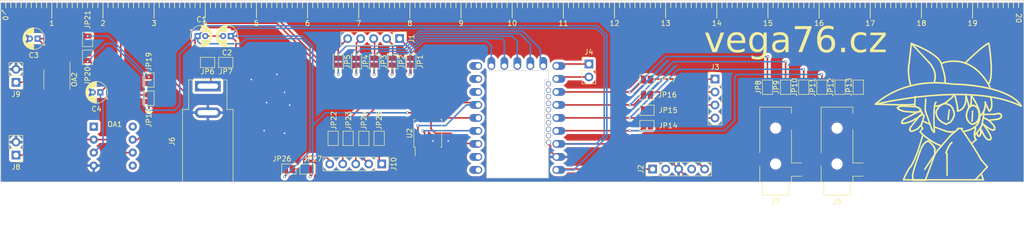
<source format=kicad_pcb>
(kicad_pcb (version 20221018) (generator pcbnew)
  (layers (0 "F.Cu" signal) (31 "B.Cu" signal) (34 "B.Paste" user) (35 "F.Paste" user) (36 "B.SilkS" user "B.Silkscreen") (37 "F.SilkS" user "F.Silkscreen") (38 "B.Mask" user) (39 "F.Mask" user) (44 "Edge.Cuts" user))
  (net 0 "")
  (net 1 "+5V")
  (net 2 "GND")
  (net 3 "+3.3V")
  (net 4 "Net-(JP5-B)")
  (net 5 "Net-(JP4-B)")
  (net 6 "Net-(J1-Pin_1)")
  (net 7 "Net-(J1-Pin_2)")
  (net 8 "Net-(J1-Pin_3)")
  (net 9 "Net-(J1-Pin_4)")
  (net 10 "Net-(J1-Pin_5)")
  (net 13 "Net-(J3-Pin_1)")
  (net 14 "Net-(J3-Pin_2)")
  (net 15 "Net-(J3-Pin_3)")
  (net 16 "Net-(J3-Pin_4)")
  (net 17 "Net-(J4-Pin_1)")
  (net 18 "Net-(J4-Pin_2)")
  (net 19 "Net-(JP12-A)")
  (net 20 "Net-(JP9-A)")
  (net 21 "Net-(JP6-A)")
  (net 22 "Net-(JP13-A)")
  (net 23 "Net-(JP11-A)")
  (net 24 "Net-(J8-Pin_1)")
  (net 25 "Net-(J9-Pin_1)")
  (net 26 "Net-(J10-Pin_1)")
  (net 27 "Net-(J10-Pin_2)")
  (net 28 "Net-(J10-Pin_3)")
  (net 29 "Net-(J10-Pin_4)")
  (net 30 "Net-(J10-Pin_5)")
  (net 31 "Net-(JP1-B)")
  (net 32 "Net-(JP2-B)")
  (net 33 "Net-(JP3-B)")
  (net 34 "Net-(JP8-A)")
  (net 35 "Net-(JP17-A)")
  (net 36 "Net-(JP16-A)")
  (net 37 "Net-(JP10-A)")
  (net 38 "Net-(JP10-B)")
  (net 39 "Net-(JP11-B)")
  (net 40 "Net-(JP18-A)")
  (net 41 "Net-(JP20-A)")
  (net 42 "Net-(JP22-B)")
  (net 43 "Net-(JP23-B)")
  (net 44 "Net-(JP24-B)")
  (net 45 "Net-(JP25-B)")
  (footprint "Jumper:SolderJumper-2_P1.3mm_Open_Pad1.0x1.5mm" (layer "F.Cu") (at 104 111.5 90)
    (fp_text reference "JP25")
    (fp_text value "SolderJumper_2_Open" hide)
  )
  (footprint "Jumper:SolderJumper-2_P1.3mm_Open_Pad1.0x1.5mm" (layer "F.Cu") (at 59 100.1 -90)
    (fp_text reference "JP19")
    (fp_text value "5v")
  )
  (footprint "Jumper:SolderJumper-2_P1.3mm_Open_Pad1.0x1.5mm" (layer "F.Cu") (at 156.35 106)
    (fp_text reference "JP15")
    (fp_text value "SolderJumper_2_Open" hide)
  )
  (footprint "Jumper:SolderJumper-2_P1.3mm_Open_Pad1.0x1.5mm" (layer "F.Cu") (at 197.65 101.5 90)
    (fp_text reference "JP13")
    (fp_text value "SolderJumper_2_Open" hide)
  )
  (footprint "Jumper:SolderJumper-2_P1.3mm_Open_Pad1.0x1.5mm" (layer "F.Cu") (at 95 111.5 90)
    (fp_text reference "JP22")
    (fp_text value "SolderJumper_2_Open" hide)
  )
  (footprint "Jumper:SolderJumper-2_P1.3mm_Open_Pad1.0x1.5mm" (layer "F.Cu") (at 190.55 101.5 90)
    (fp_text reference "JP11")
    (fp_text value "SolderJumper_2_Open" hide)
  )
  (footprint "Jumper:SolderJumper-2_P1.3mm_Open_Pad1.0x1.5mm" (layer "F.Cu") (at 103.1 96.5 -90)
    (fp_text reference "JP3")
    (fp_text value "SolderJumper_2_Open" hide)
  )
  (footprint "Connector_Audio:Jack_3.5mm_CUI_SJ-3523-SMT_Horizontal" (layer "F.Cu") (at 181.5 114 180)
    (fp_text reference "J7")
    (fp_text value "AudioJack3")
  )
  (footprint "Jumper:SolderJumper-2_P1.3mm_Open_Pad1.0x1.5mm" (layer "F.Cu") (at 179.9 101.5 90)
    (fp_text reference "JP8")
    (fp_text value "SolderJumper_2_Open" hide)
  )
  (footprint "Jumper:SolderJumper-2_P1.3mm_Open_Pad1.0x1.5mm" (layer "F.Cu") (at 101 111.5 90)
    (fp_text reference "JP24")
    (fp_text value "SolderJumper_2_Open" hide)
  )
  (footprint "Jumper:SolderJumper-2_P1.3mm_Open_Pad1.0x1.5mm" (layer "F.Cu") (at 96 96.5 -90)
    (fp_text reference "JP5")
    (fp_text value "SolderJumper_2_Open" hide)
  )
  (footprint "Capacitor_THT:CP_Radial_D4.0mm_P1.50mm" (layer "F.Cu") (at 68.5 91.5)
    (fp_text reference "C1")
    (fp_text value "C_Polarized_Small" hide)
  )
  (footprint "Jumper:SolderJumper-2_P1.3mm_Open_Pad1.0x1.5mm" (layer "F.Cu") (at 187 101.5 90)
    (fp_text reference "JP10")
    (fp_text value "SolderJumper_2_Open" hide)
  )
  (footprint "Jumper:SolderJumper-2_P1.3mm_Open_Pad1.0x1.5mm" (layer "F.Cu") (at 106.65 96.5 -90)
    (fp_text reference "JP2")
    (fp_text value "SolderJumper_2_Open" hide)
  )
  (footprint "Connector_PinHeader_2.54mm:PinHeader_1x02_P2.54mm_Vertical" (layer "F.Cu") (at 145 96.96)
    (fp_text reference "J4")
    (fp_text value "pin offset +13")
  )
  (footprint "Jumper:SolderJumper-2_P1.3mm_Open_Pad1.0x1.5mm" (layer "F.Cu") (at 59 103.65 -90)
    (fp_text reference "JP18")
    (fp_text value "3.3v")
  )
  (footprint "Capacitor_THT:CP_Radial_D4.0mm_P1.50mm" (layer "F.Cu") (at 37.2226 92 180)
    (fp_text reference "C3")
    (fp_text value "22nF")
  )
  (footprint "Jumper:SolderJumper-2_P1.3mm_Open_Pad1.0x1.5mm" (layer "F.Cu") (at 47 95.65 -90)
    (fp_text reference "JP20")
    (fp_text value "3.3v")
  )
  (footprint "Jumper:SolderJumper-2_P1.3mm_Open_Pad1.0x1.5mm" (layer "F.Cu") (at 183.45 101.5 90)
    (fp_text reference "JP9")
    (fp_text value "SolderJumper_2_Open" hide)
  )
  (footprint "Connector_PinHeader_2.54mm:PinHeader_1x02_P2.54mm_Vertical" (layer "F.Cu") (at 33 114.775 180)
    (fp_text reference "J8")
    (fp_text value "OA1_out")
  )
  (footprint "Jumper:SolderJumper-2_P1.3mm_Open_Pad1.0x1.5mm" (layer "F.Cu") (at 194.1 101.5 90)
    (fp_text reference "JP12")
    (fp_text value "SolderJumper_2_Open" hide)
  )
  (footprint "kleeb:rp2040-zero-tht-pads-cutout" (layer "F.Cu") (at 131 107.5 180)
    (fp_text reference "U1" hide)
    (fp_text value "rp2040-zero-pads" hide)
    (fp_line (start -6.096 -5.518) (end -6.096 -11.75) (stroke (width 0.12)) (layer "Edge.Cuts"))
    (fp_line (start -6.096 7.436) (end -5.334 7.436) (stroke (width 0.12)) (layer "Edge.Cuts"))
    (fp_line (start -6.096 9.25) (end -6.096 7.436) (stroke (width 0.12)) (layer "Edge.Cuts"))
    (fp_line (start -6.096 9.25) (end 6 9.25) (stroke (width 0.12)) (layer "Edge.Cuts"))
    (fp_line (start -5.334 -5.518) (end -6.096 -5.518) (stroke (width 0.12)) (layer "Edge.Cuts"))
    (fp_line (start -5.334 7.436) (end -5.334 -5.518) (stroke (width 0.12)) (layer "Edge.Cuts"))
    (fp_line (start 6 9.25) (end 6 -11.75) (stroke (width 0.12)) (layer "Edge.Cuts"))
  )
  (footprint "Connector_PinHeader_2.54mm:PinHeader_1x05_P2.54mm_Vertical" (layer "F.Cu") (at 104.5 116.5 -90)
    (fp_text reference "J10")
    (fp_text value "pin offset +1")
  )
  (footprint "Jumper:SolderJumper-2_P1.3mm_Open_Pad1.0x1.5mm" (layer "F.Cu") (at 156.35 100)
    (fp_text reference "JP17")
    (fp_text value "SolderJumper_2_Open" hide)
  )
  (footprint "Connector_Audio:Jack_3.5mm_CUI_SJ-3523-SMT_Horizontal" (layer "F.Cu") (at 193.5 114 180)
    (fp_text reference "J5")
    (fp_text value "AudioJack3")
  )
  (footprint "Capacitor_THT:CP_Radial_D4.0mm_P1.50mm" (layer "F.Cu") (at 49.5 102.5 180)
    (fp_text reference "C4")
    (fp_text value "22nF")
  )
  (footprint "Jumper:SolderJumper-2_P1.3mm_Open_Pad1.0x1.5mm" (layer "F.Cu") (at 74 96.65 180)
    (fp_text reference "JP7")
    (fp_text value "5v")
  )
  (footprint "Jumper:SolderJumper-2_P1.3mm_Open_Pad1.0x1.5mm" (layer "F.Cu") (at 70.45 96.65 180)
    (fp_text reference "JP6")
    (fp_text value "3.3v")
  )
  (footprint "Capacitor_THT:CP_Radial_D4.0mm_P1.50mm" (layer "F.Cu") (at 75 91.5 180)
    (fp_text reference "C2")
    (fp_text value "C_Polarized_Small" hide)
  )
  (footprint "Jumper:SolderJumper-2_P1.3mm_Open_Pad1.0x1.5mm" (layer "F.Cu") (at 99.55 96.5 -90)
    (fp_text reference "JP4")
    (fp_text value "SolderJumper_2_Open" hide)
  )
  (footprint "Package_SO:SOIC-8_5.23x5.23mm_P1.27mm" (layer "F.Cu") (at 113.5 110.5 90)
    (fp_text reference "U2")
    (fp_text value "W25Q32JVSS")
  )
  (footprint "Connector_PinHeader_2.54mm:PinHeader_1x05_P2.54mm_Vertical" (layer "F.Cu") (at 157.46 117.5 90)
    (fp_text reference "J2")
    (fp_text value "power")
  )
  (footprint "Package_SO:SOIC-8_3.9x4.9mm_P1.27mm" (layer "F.Cu") (at 41 100 -90)
    (fp_text reference "OA2")
    (fp_text value "TLV2371D")
  )
  (footprint "Jumper:SolderJumper-2_P1.3mm_Open_Pad1.0x1.5mm" (layer "F.Cu") (at 86.35 117.5 180)
    (fp_text reference "JP26")
    (fp_text value "3.3v")
  )
  (footprint "Package_DIP:DIP-8_W7.62mm" (layer "F.Cu") (at 48.2 109.2)
    (fp_text reference "OA1")
    (fp_text value "TLV2371P")
  )
  (footprint "Jumper:SolderJumper-2_P1.3mm_Open_Pad1.0x1.5mm" (layer "F.Cu") (at 47 92.15 -90)
    (fp_text reference "JP21")
    (fp_text value "5v")
  )
  (footprint "Connector_PinHeader_2.54mm:PinHeader_1x05_P2.54mm_Vertical" (layer "F.Cu") (at 108 92 -90)
    (fp_text reference "J1")
    (fp_text value "pin offset +8")
  )
  (footprint "Jumper:SolderJumper-2_P1.3mm_Open_Pad1.0x1.5mm" (layer "F.Cu") (at 156.35 109)
    (fp_text reference "JP14")
    (fp_text value "SolderJumper_2_Open" hide)
  )
  (footprint "Jumper:SolderJumper-2_P1.3mm_Open_Pad1.0x1.5mm" (layer "F.Cu") (at 110.2 96.5 -90)
    (fp_text reference "JP1")
    (fp_text value "SolderJumper_2_Open" hide)
  )
  (footprint "Connector_BarrelJack:BarrelJack_SwitchcraftConxall_RAPC10U_Horizontal" (layer "F.Cu") (at 70.5 101.29 90)
    (fp_text reference "J6")
    (fp_text value "Jack-DC")
  )
  (footprint "Jumper:SolderJumper-2_P1.3mm_Open_Pad1.0x1.5mm" (layer "F.Cu") (at 89.9 117.5 180)
    (fp_text reference "JP27")
    (fp_text value "5v")
  )
  (footprint "Connector_PinHeader_2.54mm:PinHeader_1x02_P2.54mm_Vertical" (layer "F.Cu") (at 33 100.54 180)
    (fp_text reference "J9")
    (fp_text value "OA2_out")
  )
  (footprint "Jumper:SolderJumper-2_P1.3mm_Open_Pad1.0x1.5mm" (layer "F.Cu") (at 97.925 111.5 90)
    (fp_text reference "JP23")
    (fp_text value "SolderJumper_2_Open" hide)
  )
  (footprint "Jumper:SolderJumper-2_P1.3mm_Open_Pad1.0x1.5mm" (layer "F.Cu") (at 156.35 103)
    (fp_text reference "JP16")
    (fp_text value "SolderJumper_2_Open" hide)
  )
  (footprint "Connector_PinHeader_2.54mm:PinHeader_1x04_P2.54mm_Vertical" (layer "F.Cu") (at 169.65 99.9)
    (fp_text reference "J3")
    (fp_text value "pin offset +25")
  )
  (gr_line (start 205.509207 105.357446) (end 205.540342 105.341208) (stroke (width 0.3)) (layer "F.SilkS"))
  (gr_line (start 161 86) (end 161 85) (stroke (width 0.15)) (layer "F.SilkS"))
  (gr_line (start 63 86) (end 63 85) (stroke (width 0.15)) (layer "F.SilkS"))
  (gr_line (start 222.850046 117.045831) (end 222.849433 117.037536) (stroke (width 0.3)) (layer "F.SilkS"))
  (gr_line (start 208.40154 119.620553) (end 208.402228 119.620506) (stroke (width 0.3)) (layer "F.SilkS"))
  (gr_line (start 218.894929 107.606126) (end 218.920061 107.682839) (stroke (width 0.3)) (layer "F.SilkS"))
  (gr_line (start 224.835637 106.672012) (end 224.915623 106.662383) (stroke (width 0.3)) (layer "F.SilkS"))
  (gr_line (start 219.179029 104.813343) (end 219.217353 104.986726) (stroke (width 0.3)) (layer "F.SilkS"))
  (gr_line (start 223.709693 105.391956) (end 223.727341 105.292003) (stroke (width 0.3)) (layer "F.SilkS"))
  (gr_line (start 223.402866 100.320205) (end 223.324909 100.524402) (stroke (width 0.3)) (layer "F.SilkS"))
  (gr_line (start 205.318745 105.507674) (end 205.318743 105.507674) (stroke (width 0.3)) (layer "F.SilkS"))
  (gr_line (start 207.931484 116.988432) (end 207.882641 117.04905) (stroke (width 0.3)) (layer "F.SilkS"))
  (gr_line (start 219.349031 108.372692) (end 219.424019 108.441791) (stroke (width 0.3)) (layer "F.SilkS"))
  (gr_line (start 222.848585 117.069814) (end 222.84957 117.061991) (stroke (width 0.3)) (layer "F.SilkS"))
  (gr_line (start 210.694113 112.368684) (end 210.637826 112.423034) (stroke (width 0.3)) (layer "F.SilkS"))
  (gr_line (start 209.361416 106.335517) (end 209.116431 106.35798) (stroke (width 0.3)) (layer "F.SilkS"))
  (gr_line (start 209.574791 119.633147) (end 209.600547 119.632775) (stroke (width 0.3)) (layer "F.SilkS"))
  (gr_line (start 206.97896 118.513067) (end 206.78108 118.923881) (stroke (width 0.3)) (layer "F.SilkS"))
  (gr_line (start 215.749887 110.895137) (end 215.67059 110.96869) (stroke (width 0.3)) (layer "F.SilkS"))
  (gr_line (start 225.216417 107.646301) (end 225.178757 107.665662) (stroke (width 0.3)) (layer "F.SilkS"))
  (gr_line (start 225.613914 106.974662) (end 225.627509 107.017385) (stroke (width 0.3)) (layer "F.SilkS"))
  (gr_line (start 210.158406 119.644924) (end 210.174521 119.64491) (stroke (width 0.3)) (layer "F.SilkS"))
  (gr_line (start 217.048832 106.140899) (end 217.124541 106.133962) (stroke (width 0.3)) (layer "F.SilkS"))
  (gr_line (start 213.250571 112.704291) (end 213.477169 112.800942) (stroke (width 0.3)) (layer "F.SilkS"))
  (gr_line (start 206.044566 106.041274) (end 205.929783 105.995512) (stroke (width 0.3)) (layer "F.SilkS"))
  (gr_line (start 207.75944 109.843657) (end 207.762967 109.875316) (stroke (width 0.3)) (layer "F.SilkS"))
  (gr_line (start 225.585285 106.908734) (end 225.596024 106.930778) (stroke (width 0.3)) (layer "F.SilkS"))
  (gr_line (start 208.398325 119.621085) (end 208.398939 119.620941) (stroke (width 0.3)) (layer "F.SilkS"))
  (gr_line (start 209.819931 105.87547) (end 209.840003 105.92163) (stroke (width 0.3)) (layer "F.SilkS"))
  (gr_line (start 210.025677 119.647638) (end 210.028526 119.647686) (stroke (width 0.3)) (layer "F.SilkS"))
  (gr_line (start 209.633336 107.127108) (end 207.903535 109.276296) (stroke (width 0.3)) (layer "F.SilkS"))
  (gr_line (start 219.558677 105.213638) (end 219.58312 105.153906) (stroke (width 0.3)) (layer "F.SilkS"))
  (gr_line (start 219.481542 105.316805) (end 219.420757 105.375923) (stroke (width 0.3)) (layer "F.SilkS"))
  (gr_line (start 42 86) (end 42 85) (stroke (width 0.15)) (layer "F.SilkS"))
  (gr_line (start 222.835801 116.994779) (end 222.830597 116.986124) (stroke (width 0.3)) (layer "F.SilkS"))
  (gr_line (start 219.061294 107.996375) (end 219.108086 108.074387) (stroke (width 0.3)) (layer "F.SilkS"))
  (gr_line (start 208.403089 119.620485) (end 208.403942 119.620531) (stroke (width 0.3)) (layer "F.SilkS"))
  (gr_line (start 213.773549 105.022355) (end 213.879599 104.949843) (stroke (width 0.3)) (layer "F.SilkS"))
  (gr_line (start 206.318759 108.570414) (end 206.376424 108.577837) (stroke (width 0.3)) (layer "F.SilkS"))
  (gr_line (start 213.190874 113.821746) (end 212.973607 114.103283) (stroke (width 0.3)) (layer "F.SilkS"))
  (gr_line (start 212.495892 110.304572) (end 212.528097 110.31987) (stroke (width 0.3)) (layer "F.SilkS"))
  (gr_line (start 216.579376 103.239714) (end 216.681734 103.644082) (stroke (width 0.3)) (layer "F.SilkS"))
  (gr_line (start 215.110492 104.811931) (end 215.278581 104.876474) (stroke (width 0.3)) (layer "F.SilkS"))
  (gr_line (start 207 85) (end 207 86) (stroke (width 0.15)) (layer "F.SilkS"))
  (gr_line (start 207.846564 109.399554) (end 207.828009 109.447551) (stroke (width 0.3)) (layer "F.SilkS"))
  (gr_line (start 205.454894 105.389636) (end 205.48075 105.373642) (stroke (width 0.3)) (layer "F.SilkS"))
  (gr_line (start 210.69976 119.645882) (end 210.722472 119.641923) (stroke (width 0.3)) (layer "F.SilkS"))
  (gr_line (start 228 85) (end 228 86) (stroke (width 0.15)) (layer "F.SilkS"))
  (gr_line (start 220.458623 104.235878) (end 220.62308 104.534105) (stroke (width 0.3)) (layer "F.SilkS"))
  (gr_line (start 221.431442 110.927822) (end 221.383894 110.985752) (stroke (width 0.3)) (layer "F.SilkS"))
  (gr_line (start 210.223988 119.649399) (end 210.227996 119.650101) (stroke (width 0.3)) (layer "F.SilkS"))
  (gr_line (start 209.749508 119.637318) (end 209.749508 119.637318) (stroke (width 0.3)) (layer "F.SilkS"))
  (gr_line (start 208.656476 119.633678) (end 208.662908 119.633912) (stroke (width 0.3)) (layer "F.SilkS"))
  (gr_line (start 221.223088 106.209437) (end 221.199413 106.119259) (stroke (width 0.3)) (layer "F.SilkS"))
  (gr_line (start 219.670032 104.817925) (end 219.687833 104.706596) (stroke (width 0.3)) (layer "F.SilkS"))
  (gr_line (start 208.414728 119.623983) (end 208.41556 119.624226) (stroke (width 0.3)) (layer "F.SilkS"))
  (gr_line (start 209.867191 106.072831) (end 209.857906 106.123567) (stroke (width 0.3)) (layer "F.SilkS"))
  (gr_line (start 225.610443 107.268696) (end 225.586694 107.305423) (stroke (width 0.3)) (layer "F.SilkS"))
  (gr_line (start 66 85) (end 66 86) (stroke (width 0.15)) (layer "F.SilkS"))
  (gr_line (start 210.575809 119.651536) (end 210.577251 119.651631) (stroke (width 0.3)) (layer "F.SilkS"))
  (gr_line (start 222.221893 110.874832) (end 222.314668 111.026655) (stroke (width 0.3)) (layer "F.SilkS"))
  (gr_line (start 220.418157 108.58831) (end 220.47842 108.557215) (stroke (width 0.3)) (layer "F.SilkS"))
  (gr_line (start 212.527364 98.401324) (end 212.574573 98.562164) (stroke (width 0.3)) (layer "F.SilkS"))
  (gr_line (start 144 86) (end 144 85) (stroke (width 0.15)) (layer "F.SilkS"))
  (gr_line (start 178 85) (end 178 86) (stroke (width 0.15)) (layer "F.SilkS"))
  (gr_line (start 210.998034 112.144816) (end 210.952108 112.171329) (stroke (width 0.3)) (layer "F.SilkS"))
  (gr_line (start 224.611776 106.713918) (end 224.682504 106.698536) (stroke (width 0.3)) (layer "F.SilkS"))
  (gr_line (start 209.356861 113.875526) (end 209.185517 114.317198) (stroke (width 0.3)) (layer "F.SilkS"))
  (gr_line (start 219.280206 108.300994) (end 219.349031 108.372692) (stroke (width 0.3)) (layer "F.SilkS"))
  (gr_line (start 226 85) (end 226 86) (stroke (width 0.15)) (layer "F.SilkS"))
  (gr_line (start 214.324538 112.506405) (end 213.190874 113.821746) (stroke (width 0.3)) (layer "F.SilkS"))
  (gr_line (start 219.629233 105.006555) (end 219.650418 104.917707) (stroke (width 0.3)) (layer "F.SilkS"))
  (gr_line (start 208.137471 108.093059) (end 208.456518 107.914445) (stroke (width 0.3)) (layer "F.SilkS"))
  (gr_line (start 210.470859 107.080012) (end 210.465 107.061134) (stroke (width 0.3)) (layer "F.SilkS"))
  (gr_line (start 207.310808 108.394924) (end 207.493473 108.334853) (stroke (width 0.3)) (layer "F.SilkS"))
  (gr_line (start 206.441182 108.579861) (end 206.512267 108.576904) (stroke (width 0.3)) (layer "F.SilkS"))
  (gr_line (start 221.584643 109.362291) (end 221.632719 109.277857) (stroke (width 0.3)) (layer "F.SilkS"))
  (gr_line (start 221.259876 106.026153) (end 221.306215 106.194319) (stroke (width 0.3)) (layer "F.SilkS"))
  (gr_line (start 212.464325 110.286316) (end 212.495892 110.304572) (stroke (width 0.3)) (layer "F.SilkS"))
  (gr_line (start 214.813792 114.279707) (end 214.813792 114.279707) (stroke (width 0.3)) (layer "F.SilkS"))
  (gr_line (start 208.412249 119.623096) (end 208.4139 119.623709) (stroke (width 0.3)) (layer "F.SilkS"))
  (gr_line (start 222.307385 105.913444) (end 222.346639 105.791718) (stroke (width 0.3)) (layer "F.SilkS"))
  (gr_line (start 223.178973 92.910583) (end 223.178973 92.910583) (stroke (width 0.3)) (layer "F.SilkS"))
  (gr_line (start 212.815474 105.20611) (end 212.963902 105.198628) (stroke (width 0.3)) (layer "F.SilkS"))
  (gr_line (start 219.132802 104.626226) (end 219.179029 104.813343) (stroke (width 0.3)) (layer "F.SilkS"))
  (gr_line (start 205.839916 105.23977) (end 205.895319 105.228942) (stroke (width 0.3)) (layer "F.SilkS"))
  (gr_line (start 222.847173 117.077435) (end 222.848585 117.069814) (stroke (width 0.3)) (layer "F.SilkS"))
  (gr_line (start 203.967534 102.746202) (end 204.398893 102.523778) (stroke (width 0.3)) (layer "F.SilkS"))
  (gr_line (start 208.454967 119.629503) (end 208.461191 119.629341) (stroke (width 0.3)) (layer "F.SilkS"))
  (gr_line (start 218.4347 105.038979) (end 218.493801 104.891072) (stroke (width 0.3)) (layer "F.SilkS"))
  (gr_line (start 208.550594 106.365865) (end 208.24871 106.355518) (stroke (width 0.3)) (layer "F.SilkS"))
  (gr_line (start 207.915228 101.251478) (end 207.802986 100.844522) (stroke (width 0.3)) (layer "F.SilkS"))
  (gr_line (start 223.74127 105.183996) (end 223.751029 105.06765) (stroke (width 0.3)) (layer "F.SilkS"))
  (gr_line (start 181 86) (end 181 85) (stroke (width 0.15)) (layer "F.SilkS"))
  (gr_line (start 208.662908 119.633912) (end 208.669348 119.633974) (stroke (width 0.3)) (layer "F.SilkS"))
  (gr_line (start 211.432597 112.091954) (end 211.344059 112.035113) (stroke (width 0.3)) (layer "F.SilkS"))
  (gr_line (start 212.146686 97.545182) (end 212.217748 97.67357) (stroke (width 0.3)) (layer "F.SilkS"))
  (gr_line (start 214.976374 110.144537) (end 215.119439 110.1773) (stroke (width 0.3)) (layer "F.SilkS"))
  (gr_line (start 209.857599 119.639833) (end 209.853353 119.639969) (stroke (width 0.3)) (layer "F.SilkS"))
  (gr_line (start 225.421657 106.731341) (end 225.446669 106.747582) (stroke (width 0.3)) (layer "F.SilkS"))
  (gr_line (start 220.940947 105.1797) (end 221.083168 105.516851) (stroke (width 0.3)) (layer "F.SilkS"))
  (gr_line (start 211.344063 112.035152) (end 211.312067 112.036789) (stroke (width 0.3)) (layer "F.SilkS"))
  (gr_line (start 221.383894 110.985752) (end 221.330432 111.041818) (stroke (width 0.3)) (layer "F.SilkS"))
  (gr_line (start 208.445641 119.629917) (end 208.448748 119.629749) (stroke (width 0.3)) (layer "F.SilkS"))
  (gr_line (start 214.637317 110.042269) (end 214.733741 110.07507) (stroke (width 0.3)) (layer "F.SilkS"))
  (gr_line (start 215.441207 110.229126) (end 215.527927 110.237804) (stroke (width 0.3)) (layer "F.SilkS"))
  (gr_line (start 225.055318 107.715308) (end 225.010622 107.728526) (stroke (width 0.3)) (layer "F.SilkS"))
  (gr_line (start 222.811025 105.246126) (end 222.953256 105.562255) (stroke (width 0.3)) (layer "F.SilkS"))
  (gr_line (start 220.380469 110.960762) (end 220.37589 110.897516) (stroke (width 0.3)) (layer "F.SilkS"))
  (gr_line (start 219.274359 105.442202) (end 219.287725 105.444784) (stroke (width 0.3)) (layer "F.SilkS"))
  (gr_line (start 223.688778 105.484141) (end 223.709693 105.391956) (stroke (width 0.3)) (layer "F.SilkS"))
  (gr_line (start 205.392137 105.43481) (end 205.410666 105.42038) (stroke (width 0.3)) (layer "F.SilkS"))
  (gr_line (start 207.903535 109.276296) (end 207.892249 109.298096) (stroke (width 0.3)) (layer "F.SilkS"))
  (gr_line (start 208.613068 119.629222) (end 208.62098 119.629635) (stroke (width 0.3)) (layer "F.SilkS"))
  (gr_line (start 212.222563 95.044641) (end 212.677882 95.38414) (stroke (width 0.3)) (layer "F.SilkS"))
  (gr_line (start 209.931785 106.928289) (end 209.881769 106.952192) (stroke (width 0.3)) (layer "F.SilkS"))
  (gr_line (start 209.743315 110.220405) (end 209.743315 110.220405) (stroke (width 0.3)) (layer "F.SilkS"))
  (gr_line (start 210.469388 107.271653) (end 210.473504 107.256449) (stroke (width 0.3)) (layer "F.SilkS"))
  (gr_line (start 210.47889 107.116586) (end 210.475453 107.098521) (stroke (width 0.3)) (layer "F.SilkS"))
  (gr_line (start 104 86) (end 104 85) (stroke (width 0.15)) (layer "F.SilkS"))
  (gr_line (start 207.829521 110.050649) (end 207.851081 110.073986) (stroke (width 0.3)) (layer "F.SilkS"))
  (gr_line (start 143 86) (end 143 85) (stroke (width 0.15)) (layer "F.SilkS"))
  (gr_line (start 218.302202 105.298855) (end 218.370611 105.174733) (stroke (width 0.3)) (layer "F.SilkS"))
  (gr_line (start 219.727933 104.297182) (end 219.736058 104.133522) (stroke (width 0.3)) (layer "F.SilkS"))
  (gr_line (start 209.680226 107.079225) (end 209.663003 107.09494) (stroke (width 0.3)) (layer "F.SilkS"))
  (gr_line (start 224.437466 106.759463) (end 224.546554 106.729705) (stroke (width 0.3)) (layer "F.SilkS"))
  (gr_line (start 209.973458 119.643021) (end 209.97602 119.64327) (stroke (width 0.3)) (layer "F.SilkS"))
  (gr_line (start 217.039937 109.578747) (end 218.002251 109.559798) (stroke (width 0.3)) (layer "F.SilkS"))
  (gr_line (start 221.608298 109.90102) (end 221.626827 110.005853) (stroke (width 0.3)) (layer "F.SilkS"))
  (gr_line (start 208 85) (end 208 86) (stroke (width 0.15)) (layer "F.SilkS"))
  (gr_line (start 222.807509 117.155582) (end 222.811401 117.150914) (stroke (width 0.3)) (layer "F.SilkS"))
  (gr_line (start 210.230457 119.650996) (end 210.22978 119.65126) (stroke (width 0.3)) (layer "F.SilkS"))
  (gr_line (start 213.570117 96.289943) (end 213.692177 96.478442) (stroke (width 0.3)) (layer "F.SilkS"))
  (gr_line (start 210.834828 106.387364) (end 210.848603 106.417847) (stroke (width 0.3)) (layer "F.SilkS"))
  (gr_line (start 207.504574 99.092054) (end 207.476992 98.716025) (stroke (width 0.3)) (layer "F.SilkS"))
  (gr_line (start 210.067209 106.838494) (end 210.101386 106.797348) (stroke (width 0.3)) (layer "F.SilkS"))
  (gr_line (start 210.483243 107.182918) (end 210.483347 107.167373) (stroke (width 0.3)) (layer "F.SilkS"))
  (gr_line (start 215.082006 96.523735) (end 214.505532 96.651564) (stroke (width 0.3)) (layer "F.SilkS"))
  (gr_line (start 216.782301 104.065901) (end 216.891453 104.559795) (stroke (width 0.3)) (layer "F.SilkS"))
  (gr_line (start 220.538338 109.779849) (end 220.543568 109.735598) (stroke (width 0.3)) (layer "F.SilkS"))
  (gr_line (start 217.918697 105.763215) (end 217.998703 105.68944) (stroke (width 0.3)) (layer "F.SilkS"))
  (gr_line (start 206.232413 108.150503) (end 206.21409 108.19435) (stroke (width 0.3)) (layer "F.SilkS"))
  (gr_line (start 79 85) (end 79 86) (stroke (width 0.15)) (layer "F.SilkS"))
  (gr_line (start 208.682244 119.633791) (end 208.695142 119.633552) (stroke (width 0.3)) (layer "F.SilkS"))
  (gr_line (start 218.123714 96.645602) (end 217.666054 96.534052) (stroke (width 0.3)) (layer "F.SilkS"))
  (gr_line (start 222.559076 104.661202) (end 222.811025 105.246126) (stroke (width 0.3)) (layer "F.SilkS"))
  (gr_line (start 217.60216 105.978457) (end 217.679437 105.935584) (stroke (width 0.3)) (layer "F.SilkS"))
  (gr_line (start 208.033604 92.950148) (end 211.384265 96.530502) (stroke (width 0.3)) (layer "F.SilkS"))
  (gr_line (start 210.316916 119.65553) (end 210.316916 119.65553) (stroke (width 0.3)) (layer "F.SilkS"))
  (gr_line (start 220.969467 110.860825) (end 220.95263 110.831869) (stroke (width 0.3)) (layer "F.SilkS"))
  (gr_line (start 210.764254 119.631527) (end 210.764254 119.631527) (stroke (width 0.3)) (layer "F.SilkS"))
  (gr_line (start 210.1914 119.645885) (end 210.195617 119.646155) (stroke (width 0.3)) (layer "F.SilkS"))
  (gr_line (start 221.078954 110.992149) (end 221.060333 110.974907) (stroke (width 0.3)) (layer "F.SilkS"))
  (gr_line (start 221.087567 98.362127) (end 220.784204 98.094646) (stroke (width 0.3)) (layer "F.SilkS"))
  (gr_line (start 218.547248 104.730491) (end 218.594374 104.556715) (stroke (width 0.3)) (layer "F.SilkS"))
  (gr_line (start 34 86) (end 34 85) (stroke (width 0.15)) (layer "F.SilkS"))
  (gr_line (start 220.120316 97.590465) (end 219.759643 97.359595) (stroke (width 0.3)) (layer "F.SilkS"))
  (gr_line (start 222.84088 117.098877) (end 222.843268 117.091988) (stroke (width 0.3)) (layer "F.SilkS"))
  (gr_line (start 225.098226 107.700321) (end 225.055318 107.715308) (stroke (width 0.3)) (layer "F.SilkS"))
  (gr_line (start 228.558899 104.764161) (end 229.502891 105.196553) (stroke (width 0.3)) (layer "F.SilkS"))
  (gr_line (start 215.571942 108.365691) (end 215.528259 108.390772) (stroke (width 0.3)) (layer "F.SilkS"))
  (gr_line (start 206.794598 107.619231) (end 206.765627 107.632623) (stroke (width 0.3)) (layer "F.SilkS"))
  (gr_line (start 211 86) (end 211 85) (stroke (width 0.15)) (layer "F.SilkS"))
  (gr_line (start 221.957002 106.593158) (end 222.011601 106.513927) (stroke (width 0.3)) (layer "F.SilkS"))
  (gr_line (start 207.777556 109.619526) (end 207.771332 109.650905) (stroke (width 0.3)) (layer "F.SilkS"))
  (gr_line (start 212.884867 106.651209) (end 212.867955 106.484195) (stroke (width 0.3)) (layer "F.SilkS"))
  (gr_line (start 212.131461 112.737334) (end 212.076123 112.670422) (stroke (width 0.3)) (layer "F.SilkS"))
  (gr_line (start 38 85) (end 38 86) (stroke (width 0.15)) (layer "F.SilkS"))
  (gr_line (start 205.36427 105.595933) (end 205.338949 105.552601) (stroke (width 0.3)) (layer "F.SilkS"))
  (gr_line (start 80 85) (end 80 88) (stroke (width 0.15)) (layer "F.SilkS"))
  (gr_line (start 219.432281 105.397414) (end 219.457309 105.373929) (stroke (width 0.3)) (layer "F.SilkS"))
  (gr_line (start 223.94768 109.8628) (end 223.867288 109.850192) (stroke (width 0.3)) (layer "F.SilkS"))
  (gr_line (start 158 85) (end 158 86) (stroke (width 0.15)) (layer "F.SilkS"))
  (gr_line (start 220.959702 108.723368) (end 221.061526 108.566709) (stroke (width 0.3)) (layer "F.SilkS"))
  (gr_line (start 215.453056 104.961527) (end 215.63395 105.068326) (stroke (width 0.3)) (layer "F.SilkS"))
  (gr_line (start 216.990937 105.070002) (end 217.031348 105.313799) (stroke (width 0.3)) (layer "F.SilkS"))
  (gr_line (start 103 86) (end 103 85) (stroke (width 0.15)) (layer "F.SilkS"))
  (gr_line (start 209.779507 119.637318) (end 209.80253 119.637712) (stroke (width 0.3)) (layer "F.SilkS"))
  (gr_line (start 209.905184 106.216805) (end 209.891318 106.209136) (stroke (width 0.3)) (layer "F.SilkS"))
  (gr_line (start 210.571295 119.651827) (end 210.572946 119.651632) (stroke (width 0.3)) (layer "F.SilkS"))
  (gr_line (start 207.608547 96.706519) (end 208.033604 92.950148) (stroke (width 0.3)) (layer "F.SilkS"))
  (gr_line (start 206.78108 118.923881) (end 206.62066 119.27088) (stroke (width 0.3)) (layer "F.SilkS"))
  (gr_line (start 224.33358 109.592586) (end 224.318597 109.652886) (stroke (width 0.3)) (layer "F.SilkS"))
  (gr_line (start 209.525825 107.262473) (end 209.695231 107.145677) (stroke (width 0.3)) (layer "F.SilkS"))
  (gr_line (start 210.939442 106.639758) (end 211.08362 107.029357) (stroke (width 0.3)) (layer "F.SilkS"))
  (gr_line (start 206.46203 107.838461) (end 206.433151 107.866064) (stroke (width 0.3)) (layer "F.SilkS"))
  (gr_line (start 220.468695 111.398737) (end 220.456341 111.361296) (stroke (width 0.3)) (layer "F.SilkS"))
  (gr_line (start 226.534806 104.054824) (end 227.567854 104.384436) (stroke (width 0.3)) (layer "F.SilkS"))
  (gr_line (start 193 86) (end 193 85) (stroke (width 0.15)) (layer "F.SilkS"))
  (gr_line (start 211.939114 109.483352) (end 211.982369 109.593442) (stroke (width 0.3)) (layer "F.SilkS"))
  (gr_line (start 224.299949 109.323925) (end 224.321055 109.394486) (stroke (width 0.3)) (layer "F.SilkS"))
  (gr_line (start 221.781596 110.00249) (end 221.817017 110.066463) (stroke (width 0.3)) (layer "F.SilkS"))
  (gr_line (start 223.750771 104.665718) (end 223.739336 104.513157) (stroke (width 0.3)) (layer "F.SilkS"))
  (gr_line (start 221.572626 115.51381) (end 221.555832 115.48336) (stroke (width 0.3)) (layer "F.SilkS"))
  (gr_line (start 221.348154 107.826444) (end 221.383743 107.611163) (stroke (width 0.3)) (layer "F.SilkS"))
  (gr_line (start 214.505532 96.651564) (end 213.908997 96.829493) (stroke (width 0.3)) (layer "F.SilkS"))
  (gr_line (start 210.727715 119.640691) (end 210.732932 119.63937) (stroke (width 0.3)) (layer "F.SilkS"))
  (gr_line (start 214.722684 108.662204) (end 214.591408 108.612944) (stroke (width 0.3)) (layer "F.SilkS"))
  (gr_line (start 214.644209 104.728985) (end 214.793339 104.739423) (stroke (width 0.3)) (layer "F.SilkS"))
  (gr_line (start 206.08217 105.20547) (end 206.151597 105.201181) (stroke (width 0.3)) (layer "F.SilkS"))
  (gr_line (start 207.775962 109.937065) (end 207.785702 109.966895) (stroke (width 0.3)) (layer "F.SilkS"))
  (gr_line (start 212.94956 106.961592) (end 212.912319 106.810286) (stroke (width 0.3)) (layer "F.SilkS"))
  (gr_line (start 212.641873 99.987431) (end 212.599542 100.178895) (stroke (width 0.3)) (layer "F.SilkS"))
  (gr_line (start 205.318743 105.507674) (end 205.33219 105.491152) (stroke (width 0.3)) (layer "F.SilkS"))
  (gr_line (start 208.151844 116.636759) (end 208.037263 116.832558) (stroke (width 0.3)) (layer "F.SilkS"))
  (gr_line (start 222.900165 109.346775) (end 222.703143 109.202897) (stroke (width 0.3)) (layer "F.SilkS"))
  (gr_line (start 218.370611 105.174733) (end 218.4347 105.038979) (stroke (width 0.3)) (layer "F.SilkS"))
  (gr_line (start 223.696736 104.178446) (end 223.664669 103.995725) (stroke (width 0.3)) (layer "F.SilkS"))
  (gr_line (start 212.606295 112.391836) (end 212.815004 112.499221) (stroke (width 0.3)) (layer "F.SilkS"))
  (gr_line (start 209.857906 106.123567) (end 209.830839 106.168659) (stroke (width 0.3)) (layer "F.SilkS"))
  (gr_line (start 212.52584 105.561211) (end 212.581762 105.15381) (stroke (width 0.3)) (layer "F.SilkS"))
  (gr_line (start 208.41902 119.627656) (end 208.419818 119.628472) (stroke (width 0.3)) (layer "F.SilkS"))
  (gr_line (start 210.092547 113.19708) (end 210.030238 113.319769) (stroke (width 0.3)) (layer "F.SilkS"))
  (gr_line (start 211.658684 111.827108) (end 211.834983 111.942036) (stroke (width 0.3)) (layer "F.SilkS"))
  (gr_line (start 208.639367 119.632492) (end 208.640181 119.632628) (stroke (width 0.3)) (layer "F.SilkS"))
  (gr_line (start 216.175069 96.406714) (end 215.638494 96.44309) (stroke (width 0.3)) (layer "F.SilkS"))
  (gr_line (start 207.643265 117.33034) (end 207.536422 117.490739) (stroke (width 0.3)) (layer "F.SilkS"))
  (gr_line (start 221.622383 110.491196) (end 221.608334 110.555148) (stroke (width 0.3)) (layer "F.SilkS"))
  (gr_line (start 219.75906 95.61012) (end 220.491992 94.937293) (stroke (width 0.3)) (layer "F.SilkS"))
  (gr_line (start 205.787823 105.251832) (end 205.839916 105.23977) (stroke (width 0.3)) (layer "F.SilkS"))
  (gr_line (start 208.403942 119.620531) (end 208.40479 119.620635) (stroke (width 0.3)) (layer "F.SilkS"))
  (gr_line (start 213.843692 103.006205) (end 216.18067 102.922048) (stroke (width 0.3)) (layer "F.SilkS"))
  (gr_line (start 208.62098 119.629635) (end 208.624933 119.629898) (stroke (width 0.3)) (layer "F.SilkS"))
  (gr_line (start 222.8091 116.960336) (end 222.8091 116.960336) (stroke (width 0.3)) (layer "F.SilkS"))
  (gr_line (start 209.763675 106.169841) (end 209.741677 106.168244) (stroke (width 0.3)) (layer "F.SilkS"))
  (gr_line (start 210.21403 109.551892) (end 210.21403 109.551892) (stroke (width 0.3)) (layer "F.SilkS"))
  (gr_line (start 212.963902 105.198628) (end 213.049622 105.189543) (stroke (width 0.3)) (layer "F.SilkS"))
  (gr_line (start 218.795635 106.988052) (end 218.799655 107.080182) (stroke (width 0.3)) (layer "F.SilkS"))
  (gr_line (start 209.649679 109.22124) (end 209.72111 109.137984) (stroke (width 0.3)) (layer "F.SilkS"))
  (gr_line (start 216.023919 105.532127) (end 216.092488 105.662434) (stroke (width 0.3)) (layer "F.SilkS"))
  (gr_line (start 221.957671 119.143053) (end 221.884273 118.94715) (stroke (width 0.3)) (layer "F.SilkS"))
  (gr_line (start 215.824393 112.412203) (end 215.874438 112.367984) (stroke (width 0.3)) (layer "F.SilkS"))
  (gr_line (start 230 85) (end 230 88) (stroke (width 0.15)) (layer "F.SilkS"))
  (gr_line (start 220.637474 113.915947) (end 219.798619 112.555796) (stroke (width 0.3)) (layer "F.SilkS"))
  (gr_line (start 225.301362 106.68084) (end 225.334619 106.691029) (stroke (width 0.3)) (layer "F.SilkS"))
  (gr_line (start 206.274765 108.068472) (end 206.252704 108.108551) (stroke (width 0.3)) (layer "F.SilkS"))
  (gr_line (start 208.400209 119.620708) (end 208.400867 119.620621) (stroke (width 0.3)) (layer "F.SilkS"))
  (gr_line (start 189 85) (end 189 86) (stroke (width 0.15)) (layer "F.SilkS"))
  (gr_line (start 212.589689 113.472709) (end 212.548676 113.38734) (stroke (width 0.3)) (layer "F.SilkS"))
  (gr_line (start 221.233353 114.902203) (end 220.637474 113.915947) (stroke (width 0.3)) (layer "F.SilkS"))
  (gr_line (start 214.901756 114.387674) (end 214.889704 114.370237) (stroke (width 0.3)) (layer "F.SilkS"))
  (gr_line (start 165 86) (end 165 85) (stroke (width 0.15)) (layer "F.SilkS"))
  (gr_line (start 220.543568 109.735598) (end 220.546958 109.687066) (stroke (width 0.3)) (layer "F.SilkS"))
  (gr_line (start 206.491087 107.812549) (end 206.46203 107.838461) (stroke (width 0.3)) (layer "F.SilkS"))
  (gr_line (start 202 86) (end 202 85) (stroke (width 0.15)) (layer "F.SilkS"))
  (gr_line (start 216.092488 105.662434) (end 216.162399 105.807429) (stroke (width 0.3)) (layer "F.SilkS"))
  (gr_line (start 220.070133 105.059599) (end 220.028592 105.062266) (stroke (width 0.3)) (layer "F.SilkS"))
  (gr_line (start 210.551629 119.656132) (end 210.552151 119.65604) (stroke (width 0.3)) (layer "F.SilkS"))
  (gr_line (start 209.732326 105.749253) (end 209.76569 105.789313) (stroke (width 0.3)) (layer "F.SilkS"))
  (gr_line (start 219.261731 105.270317) (end 219.263501 105.369542) (stroke (width 0.3)) (layer "F.SilkS"))
  (gr_line (start 207.19889 118.081698) (end 206.97896 118.513067) (stroke (width 0.3)) (layer "F.SilkS"))
  (gr_line (start 211.746372 100.65004) (end 212.53451 100.628041) (stroke (width 0.3)) (layer "F.SilkS"))
  (gr_line (start 212.699951 104.674313) (end 212.749495 104.557008) (stroke (width 0.3)) (layer "F.SilkS"))
  (gr_line (start 206.819684 107.608736) (end 206.819684 107.608736) (stroke (width 0.3)) (layer "F.SilkS"))
  (gr_line (start 211.041742 112.121983) (end 210.998034 112.144816) (stroke (width 0.3)) (layer "F.SilkS"))
  (gr_line (start 222.336043 107.572482) (end 222.253291 107.548455) (stroke (width 0.3)) (layer "F.SilkS"))
  (gr_line (start 212.03402 109.709377) (end 212.066647 109.776244) (stroke (width 0.3)) (layer "F.SilkS"))
  (gr_line (start 212.703775 114.469607) (end 212.681643 114.503292) (stroke (width 0.3)) (layer "F.SilkS"))
  (gr_line (start 225.115859 106.654977) (end 225.154743 106.65711) (stroke (width 0.3)) (layer "F.SilkS"))
  (gr_line (start 91 86) (end 91 85) (stroke (width 0.15)) (layer "F.SilkS"))
  (gr_line (start 210.800154 106.285053) (end 210.810649 106.320777) (stroke (width 0.3)) (layer "F.SilkS"))
  (gr_line (start 211.677198 112.274535) (end 211.599119 112.211926) (stroke (width 0.3)) (layer "F.SilkS"))
  (gr_line (start 121 86) (end 121 85) (stroke (width 0.15)) (layer "F.SilkS"))
  (gr_line (start 221.555832 115.48336) (end 221.544475 115.457972) (stroke (width 0.3)) (layer "F.SilkS"))
  (gr_line (start 220.620601 111.834149) (end 220.623858 111.832015) (stroke (width 0.3)) (layer "F.SilkS"))
  (gr_line (start 223.281546 110.537704) (end 223.122467 110.257644) (stroke (width 0.3)) (layer "F.SilkS"))
  (gr_line (start 210.33747 106.886878) (end 210.313001 106.868397) (stroke (width 0.3)) (layer "F.SilkS"))
  (gr_line (start 216.417584 106.743366) (end 216.417922 106.830352) (stroke (width 0.3)) (layer "F.SilkS"))
  (gr_line (start 215.874438 112.367984) (end 215.924059 112.331089) (stroke (width 0.3)) (layer "F.SilkS"))
  (gr_line (start 212.682152 109.308328) (end 214.454252 109.969499) (stroke (width 0.3)) (layer "F.SilkS"))
  (gr_line (start 209.695337 105.71116) (end 209.732326 105.749253) (stroke (width 0.3)) (layer "F.SilkS"))
  (gr_line (start 213.865704 96.860335) (end 213.865704 96.860335) (stroke (width 0.3)) (layer "F.SilkS"))
  (gr_line (start 177 85) (end 177 86) (stroke (width 0.15)) (layer "F.SilkS"))
  (gr_line (start 221.473358 110.868279) (end 221.431442 110.927822) (stroke (width 0.3)) (layer "F.SilkS"))
  (gr_line (start 221.397751 106.685077) (end 221.410105 106.841955) (stroke (width 0.3)) (layer "F.SilkS"))
  (gr_line (start 162 86) (end 162 85) (stroke (width 0.15)) (layer "F.SilkS"))
  (gr_line (start 221.884273 118.94715) (end 221.807548 118.748066) (stroke (width 0.3)) (layer "F.SilkS"))
  (gr_line (start 220.630419 111.826699) (end 220.633605 111.823473) (stroke (width 0.3)) (layer "F.SilkS"))
  (gr_line (start 219.798619 112.555796) (end 217.771058 109.587932) (stroke (width 0.3)) (layer "F.SilkS"))
  (gr_line (start 210.572946 119.651632) (end 210.5733 119.651583) (stroke (width 0.3)) (layer "F.SilkS"))
  (gr_line (start 210.624416 119.645802) (end 210.662091 119.645981) (stroke (width 0.3)) (layer "F.SilkS"))
  (gr_line (start 210.561486 119.653588) (end 210.563121 119.653277) (stroke (width 0.3)) (layer "F.SilkS"))
  (gr_line (start 220.196263 105.065639) (end 220.141848 105.060266) (stroke (width 0.3)) (layer "F.SilkS"))
  (gr_line (start 223.555424 111.629372) (end 223.5833 111.559045) (stroke (width 0.3)) (layer "F.SilkS"))
  (gr_line (start 208.037154 110.11355) (end 208.087054 110.108252) (stroke (width 0.3)) (layer "F.SilkS"))
  (gr_line (start 214.967166 114.514297) (end 214.961639 114.49999) (stroke (width 0.3)) (layer "F.SilkS"))
  (gr_line (start 225.64415 107.095075) (end 225.648367 107.127904) (stroke (width 0.3)) (layer "F.SilkS"))
  (gr_line (start 222.429295 101.551924) (end 221.666735 101.409943) (stroke (width 0.3)) (layer "F.SilkS"))
  (gr_line (start 180 85) (end 180 88) (stroke (width 0.15)) (layer "F.SilkS"))
  (gr_line (start 220.506332 111.495109) (end 220.493827 111.465606) (stroke (width 0.3)) (layer "F.SilkS"))
  (gr_line (start 223.692676 109.798374) (end 223.599689 109.760669) (stroke (width 0.3)) (layer "F.SilkS"))
  (gr_line (start 209.853353 119.639969) (end 209.85038 119.640089) (stroke (width 0.3)) (layer "F.SilkS"))
  (gr_line (start 214.983259 114.566026) (end 214.976336 114.541319) (stroke (width 0.3)) (layer "F.SilkS"))
  (gr_line (start 215.821296 105.198109) (end 215.860578 105.257106) (stroke (width 0.3)) (layer "F.SilkS"))
  (gr_line (start 223.729437 108.517652) (end 223.859268 108.657506) (stroke (width 0.3)) (layer "F.SilkS"))
  (gr_line (start 224.546554 106.729705) (end 224.611776 106.713918) (stroke (width 0.3)) (layer "F.SilkS"))
  (gr_line (start 218.85505 107.457561) (end 218.894929 107.606126) (stroke (width 0.3)) (layer "F.SilkS"))
  (gr_line (start 221.959954 116.015969) (end 221.767293 115.782259) (stroke (width 0.3)) (layer "F.SilkS"))
  (gr_line (start 206.151597 105.201181) (end 206.224727 105.198926) (stroke (width 0.3)) (layer "F.SilkS"))
  (gr_line (start 222 86) (end 222 85) (stroke (width 0.15)) (layer "F.SilkS"))
  (gr_line (start 223.756166 104.942678) (end 223.75623 104.808796) (stroke (width 0.3)) (layer "F.SilkS"))
  (gr_line (start 223.511679 111.687581) (end 223.555424 111.629372) (stroke (width 0.3)) (layer "F.SilkS"))
  (gr_line (start 223.624821 103.802378) (end 223.576743 103.598121) (stroke (width 0.3)) (layer "F.SilkS"))
  (gr_line (start 210.2304 119.650825) (end 210.230457 119.650996) (stroke (width 0.3)) (layer "F.SilkS"))
  (gr_line (start 211.384265 96.530502) (end 211.461845 96.610503) (stroke (width 0.3)) (layer "F.SilkS"))
  (gr_line (start 212.681643 114.503292) (end 212.681643 114.503292) (stroke (width 0.3)) (layer "F.SilkS"))
  (gr_line (start 210.904103 112.201795) (end 210.854161 112.23649) (stroke (width 0.3)) (layer "F.SilkS"))
  (gr_line (start 222.375245 93.371225) (end 222.688397 93.157789) (stroke (width 0.3)) (layer "F.SilkS"))
  (gr_line (start 221.183168 111.063358) (end 221.150706 111.045226) (stroke (width 0.3)) (layer "F.SilkS"))
  (gr_line (start 210.101386 106.797348) (end 210.125597 106.760027) (stroke (width 0.3)) (layer "F.SilkS"))
  (gr_line (start 221.555594 109.637985) (end 221.609173 109.719282) (stroke (width 0.3)) (layer "F.SilkS"))
  (gr_line (start 223.599689 109.760669) (end 223.503734 109.716103) (stroke (width 0.3)) (layer "F.SilkS"))
  (gr_line (start 218.706328 103.719247) (end 218.711844 103.471685) (stroke (width 0.3)) (layer "F.SilkS"))
  (gr_line (start 208.4073 119.621235) (end 208.408129 119.621507) (stroke (width 0.3)) (layer "F.SilkS"))
  (gr_line (start 70 85) (end 70 88) (stroke (width 0.15)) (layer "F.SilkS"))
  (gr_line (start 221.061526 108.566709) (end 221.152463 108.399049) (stroke (width 0.3)) (layer "F.SilkS"))
  (gr_line (start 225.407114 107.511501) (end 225.379433 107.535408) (stroke (width 0.3)) (layer "F.SilkS"))
  (gr_line (start 223.581461 105.780917) (end 223.610936 105.716946) (stroke (width 0.3)) (layer "F.SilkS"))
  (gr_line (start 208.421528 119.630122) (end 208.421528 119.630122) (stroke (width 0.3)) (layer "F.SilkS"))
  (gr_line (start 225.651531 107.194182) (end 225.651531 107.194182) (stroke (width 0.3)) (layer "F.SilkS"))
  (gr_line (start 220.782781 108.33492) (end 220.841216 108.275316) (stroke (width 0.3)) (layer "F.SilkS"))
  (gr_line (start 208.4139 119.623709) (end 208.414728 119.623983) (stroke (width 0.3)) (layer "F.SilkS"))
  (gr_line (start 219.984869 101.165483) (end 219.062273 101.065764) (stroke (width 0.3)) (layer "F.SilkS"))
  (gr_line (start 209.728103 106.242972) (end 209.654805 106.272722) (stroke (width 0.3)) (layer "F.SilkS"))
  (gr_line (start 207.882641 117.04905) (end 207.836893 117.096871) (stroke (width 0.3)) (layer "F.SilkS"))
  (gr_line (start 194 86) (end 194 85) (stroke (width 0.15)) (layer "F.SilkS"))
  (gr_line (start 209.830839 106.168659) (end 209.787176 106.208372) (stroke (width 0.3)) (layer "F.SilkS"))
  (gr_line (start 207.510472 97.316887) (end 207.536612 97.112866) (stroke (width 0.3)) (layer "F.SilkS"))
  (gr_line (start 201.986227 103.997316) (end 202.529956 103.611085) (stroke (width 0.3)) (layer "F.SilkS"))
  (gr_line (start 214.591408 108.612944) (end 214.436094 108.54662) (stroke (width 0.3)) (layer "F.SilkS"))
  (gr_line (start 212.435813 113.178988) (end 212.363205 113.060191) (stroke (width 0.3)) (layer "F.SilkS"))
  (gr_line (start 221.254728 111.091873) (end 221.236193 111.086036) (stroke (width 0.3)) (layer "F.SilkS"))
  (gr_line (start 223.596285 111.47755) (end 223.595357 111.38584) (stroke (width 0.3)) (layer "F.SilkS"))
  (gr_line (start 220.648665 111.788195) (end 220.649077 111.781073) (stroke (width 0.3)) (layer "F.SilkS"))
  (gr_line (start 226.865995 102.97972) (end 226.457809 102.785737) (stroke (width 0.3)) (layer "F.SilkS"))
  (gr_line (start 220.385549 110.452665) (end 220.394614 110.367283) (stroke (width 0.3)) (layer "F.SilkS"))
  (gr_line (start 96 85) (end 96 86) (stroke (width 0.15)) (layer "F.SilkS"))
  (gr_line (start 210.109512 106.519803) (end 210.10091 106.48385) (stroke (width 0.3)) (layer "F.SilkS"))
  (gr_line (start 205.318745 105.507674) (end 205.318745 105.507674) (stroke (width 0.3)) (layer "F.SilkS"))
  (gr_line (start 222.584943 116.72141) (end 222.391947 116.509041) (stroke (width 0.3)) (layer "F.SilkS"))
  (gr_line (start 215.42143 105.942679) (end 215.217701 107.79922) (stroke (width 0.3)) (layer "F.SilkS"))
  (gr_line (start 214.889704 114.370237) (end 214.87666 114.352539) (stroke (width 0.3)) (layer "F.SilkS"))
  (gr_line (start 219.126003 105.802872) (end 219.071141 105.917995) (stroke (width 0.3)) (layer "F.SilkS"))
  (gr_line (start 216.368124 106.390492) (end 216.386848 106.478756) (stroke (width 0.3)) (layer "F.SilkS"))
  (gr_line (start 220.95263 110.831869) (end 220.936533 110.800679) (stroke (width 0.3)) (layer "F.SilkS"))
  (gr_line (start 208.417533 119.626111) (end 208.418258 119.626864) (stroke (width 0.3)) (layer "F.SilkS"))
  (gr_line (start 212.681643 114.503292) (end 210.649285 117.5607) (stroke (width 0.3)) (layer "F.SilkS"))
  (gr_line (start 210.589151 119.651977) (end 210.590893 119.652061) (stroke (width 0.3)) (layer "F.SilkS"))
  (gr_line (start 212.633206 114.361896) (end 212.617116 114.290524) (stroke (width 0.3)) (layer "F.SilkS"))
  (gr_line (start 105 86) (end 105 85) (stroke (width 0.15)) (layer "F.SilkS"))
  (gr_line (start 210.748373 105.966089) (end 210.756599 106.048691) (stroke (width 0.3)) (layer "F.SilkS"))
  (gr_line (start 199 85) (end 199 86) (stroke (width 0.15)) (layer "F.SilkS"))
  (gr_line (start 220.028592 105.062266) (end 219.983691 105.067593) (stroke (width 0.3)) (layer "F.SilkS"))
  (gr_line (start 213.466606 105.103321) (end 213.58882 105.066239) (stroke (width 0.3)) (layer "F.SilkS"))
  (gr_line (start 214.454252 109.969499) (end 214.454252 109.969499) (stroke (width 0.3)) (layer "F.SilkS"))
  (gr_line (start 219.318162 109.876708) (end 219.602287 109.764383) (stroke (width 0.3)) (layer "F.SilkS"))
  (gr_line (start 210.575088 119.651509) (end 210.575809 119.651536) (stroke (width 0.3)) (layer "F.SilkS"))
  (gr_line (start 208.41556 119.624226) (end 208.415868 119.62449) (stroke (width 0.3)) (layer "F.SilkS"))
  (gr_line (start 207.654423 106.316822) (end 207.136003 106.268229) (stroke (width 0.3)) (layer "F.SilkS"))
  (gr_line (start 218.949001 107.76063) (end 218.982013 107.839088) (stroke (width 0.3)) (layer "F.SilkS"))
  (gr_line (start 206.164458 108.389156) (end 206.163536 108.437727) (stroke (width 0.3)) (layer "F.SilkS"))
  (gr_line (start 220.611625 111.838723) (end 220.617437 111.835963) (stroke (width 0.3)) (layer "F.SilkS"))
  (gr_line (start 212.693244 99.428104) (end 212.687928 99.611768) (stroke (width 0.3)) (layer "F.SilkS"))
  (gr_line (start 225.350138 107.558946) (end 225.319207 107.58196) (stroke (width 0.3)) (layer "F.SilkS"))
  (gr_line (start 225.628648 107.237963) (end 225.610443 107.268696) (stroke (width 0.3)) (layer "F.SilkS"))
  (gr_line (start 208.638091 119.63156) (end 208.638679 119.631767) (stroke (width 0.3)) (layer "F.SilkS"))
  (gr_line (start 221.270589 106.47326) (end 221.242616 106.298851) (stroke (width 0.3)) (layer "F.SilkS"))
  (gr_line (start 210.732932 119.63937) (end 210.743328 119.636601) (stroke (width 0.3)) (layer "F.SilkS"))
  (gr_line (start 221.272678 94.251035) (end 221.658357 93.927835) (stroke (width 0.3)) (layer "F.SilkS"))
  (gr_line (start 220.540108 109.519607) (end 220.5357 109.48901) (stroke (width 0.3)) (layer "F.SilkS"))
  (gr_line (start 209.864013 106.19613) (end 209.837423 106.185989) (stroke (width 0.3)) (layer "F.SilkS"))
  (gr_line (start 221.375852 106.52442) (end 221.397751 106.685077) (stroke (width 0.3)) (layer "F.SilkS"))
  (gr_line (start 209.83235 106.977839) (end 209.784647 107.005084) (stroke (width 0.3)) (layer "F.SilkS"))
  (gr_line (start 198 85) (end 198 86) (stroke (width 0.15)) (layer "F.SilkS"))
  (gr_line (start 209.02242 105.366385) (end 209.115329 105.395781) (stroke (width 0.3)) (layer "F.SilkS"))
  (gr_line (start 212.459885 106.519678) (end 212.48588 106.021456) (stroke (width 0.3)) (layer "F.SilkS"))
  (gr_line (start 211.732311 94.721848) (end 212.222563 95.044641) (stroke (width 0.3)) (layer "F.SilkS"))
  (gr_line (start 220.768112 119.600392) (end 222.123248 119.600392) (stroke (width 0.3)) (layer "F.SilkS"))
  (gr_line (start 223.593475 96.333168) (end 223.636139 97.015044) (stroke (width 0.3)) (layer "F.SilkS"))
  (gr_line (start 218.827272 107.318204) (end 218.85505 107.457561) (stroke (width 0.3)) (layer "F.SilkS"))
  (gr_line (start 220.360179 105.119663) (end 220.242886 105.074685) (stroke (width 0.3)) (layer "F.SilkS"))
  (gr_line (start 30.25 86.5) (end 30.5 86.5) (stroke (width 0.15)) (layer "F.SilkS"))
  (gr_line (start 218.799655 107.080182) (end 218.809504 107.191322) (stroke (width 0.3)) (layer "F.SilkS"))
  (gr_line (start 86 85) (end 86 86) (stroke (width 0.15)) (layer "F.SilkS"))
  (gr_line (start 208.392926 119.623447) (end 208.392926 119.623447) (stroke (width 0.3)) (layer "F.SilkS"))
  (gr_line (start 145 86) (end 145 85) (stroke (width 0.15)) (layer "F.SilkS"))
  (gr_line (start 206.512267 108.576904) (end 206.588918 108.569382) (stroke (width 0.3)) (layer "F.SilkS"))
  (gr_line (start 222.2362 108.967178) (end 221.887944 108.523109) (stroke (width 0.3)) (layer "F.SilkS"))
  (gr_line (start 224.09156 109.857649) (end 224.022643 109.865536) (stroke (width 0.3)) (layer "F.SilkS"))
  (gr_line (start 210.154886 113.082458) (end 210.092547 113.19708) (stroke (width 0.3)) (layer "F.SilkS"))
  (gr_line (start 82 86) (end 82 85) (stroke (width 0.15)) (layer "F.SilkS"))
  (gr_line (start 210.242536 108.111255) (end 211.548033 108.68339) (stroke (width 0.3)) (layer "F.SilkS"))
  (gr_line (start 220.646412 111.756096) (end 220.644028 111.746492) (stroke (width 0.3)) (layer "F.SilkS"))
  (gr_line (start 225.641463 107.21447) (end 225.628648 107.237963) (stroke (width 0.3)) (layer "F.SilkS"))
  (gr_line (start 210.737103 105.657248) (end 210.739148 105.804306) (stroke (width 0.3)) (layer "F.SilkS"))
  (gr_line (start 210.554733 119.65542) (end 210.555757 119.655119) (stroke (width 0.3)) (layer "F.SilkS"))
  (gr_line (start 225.266347 106.672438) (end 225.301362 106.68084) (stroke (width 0.3)) (layer "F.SilkS"))
  (gr_line (start 215.894025 110.248089) (end 215.989372 110.243333) (stroke (width 0.3)) (layer "F.SilkS"))
  (gr_line (start 218.077723 105.606638) (end 218.155091 105.514287) (stroke (width 0.3)) (layer "F.SilkS"))
  (gr_line (start 206.163536 108.437727) (end 206.174288 108.478397) (stroke (width 0.3)) (layer "F.SilkS"))
  (gr_line (start 221.212001 111.076746) (end 221.183168 111.063358) (stroke (width 0.3)) (layer "F.SilkS"))
  (gr_line (start 214.995075 114.646761) (end 214.994711 114.63709) (stroke (width 0.3)) (layer "F.SilkS"))
  (gr_line (start 214.62605 99.871002) (end 214.636038 100.042629) (stroke (width 0.3)) (layer "F.SilkS"))
  (gr_line (start 210.545905 119.656656) (end 210.547406 119.656589) (stroke (width 0.3)) (layer "F.SilkS"))
  (gr_line (start 222.703143 109.202897) (end 222.516414 109.058669) (stroke (width 0.3)) (layer "F.SilkS"))
  (gr_line (start 73 86) (end 73 85) (stroke (width 0.15)) (layer "F.SilkS"))
  (gr_line (start 220.545826 109.578689) (end 220.543459 109.549516) (stroke (width 0.3)) (layer "F.SilkS"))
  (gr_line (start 151 86) (end 151 85) (stroke (width 0.15)) (layer "F.SilkS"))
  (gr_line (start 221.133431 111.034179) (end 221.11563 111.021705) (stroke (width 0.3)) (layer "F.SilkS"))
  (gr_line (start 214.63304 104.564301) (end 214.807834 104.450639) (stroke (width 0.3)) (layer "F.SilkS"))
  (gr_line (start 218.797635 106.858396) (end 218.795352 106.918199) (stroke (width 0.3)) (layer "F.SilkS"))
  (gr_line (start 220.467139 109.247217) (end 220.60071 109.13095) (stroke (width 0.3)) (layer "F.SilkS"))
  (gr_line (start 106 85) (end 106 86) (stroke (width 0.15)) (layer "F.SilkS"))
  (gr_line (start 209.80253 119.637712) (end 209.814043 119.63793) (stroke (width 0.3)) (layer "F.SilkS"))
  (gr_line (start 209.881769 106.952192) (end 209.83235 106.977839) (stroke (width 0.3)) (layer "F.SilkS"))
  (gr_line (start 209.867191 106.072831) (end 209.867191 106.072831) (stroke (width 0.3)) (layer "F.SilkS"))
  (gr_line (start 223.599582 108.387062) (end 223.729437 108.517652) (stroke (width 0.3)) (layer "F.SilkS"))
  (gr_line (start 213.262554 105.559067) (end 213.409239 105.369049) (stroke (width 0.3)) (layer "F.SilkS"))
  (gr_line (start 225.010622 107.728526) (end 224.964119 107.739819) (stroke (width 0.3)) (layer "F.SilkS"))
  (gr_line (start 220.722954 108.389136) (end 220.782781 108.33492) (stroke (width 0.3)) (layer "F.SilkS"))
  (gr_line (start 111 86) (end 111 85) (stroke (width 0.15)) (layer "F.SilkS"))
  (gr_line (start 206.224727 105.198926) (end 206.301639 105.198865) (stroke (width 0.3)) (layer "F.SilkS"))
  (gr_line (start 205.428752 105.677855) (end 205.39433 105.637681) (stroke (width 0.3)) (layer "F.SilkS"))
  (gr_line (start 208.39341 119.623142) (end 208.393906 119.622851) (stroke (width 0.3)) (layer "F.SilkS"))
  (gr_line (start 221.544475 115.457972) (end 221.544475 115.457972) (stroke (width 0.3)) (layer "F.SilkS"))
  (gr_line (start 212.189319 109.990766) (end 212.237802 110.060892) (stroke (width 0.3)) (layer "F.SilkS"))
  (gr_line (start 211.929561 97.199154) (end 212.074437 97.423138) (stroke (width 0.3)) (layer "F.SilkS"))
  (gr_line (start 219.533632 105.264892) (end 219.558677 105.213638) (stroke (width 0.3)) (layer "F.SilkS"))
  (gr_line (start 210.533538 119.656299) (end 210.536562 119.656476) (stroke (width 0.3)) (layer "F.SilkS"))
  (gr_line (start 218.569077 96.749096) (end 219.146111 96.189624) (stroke (width 0.3)) (layer "F.SilkS"))
  (gr_line (start 207.136003 106.268229) (end 206.630228 106.209045) (stroke (width 0.3)) (layer "F.SilkS"))
  (gr_line (start 205.650609 105.293836) (end 205.693248 105.279025) (stroke (width 0.3)) (layer "F.SilkS"))
  (gr_line (start 209.698569 119.634506) (end 209.706733 119.635063) (stroke (width 0.3)) (layer "F.SilkS"))
  (gr_line (start 207.892249 109.298096) (end 207.86418 109.357953) (stroke (width 0.3)) (layer "F.SilkS"))
  (gr_line (start 220.242886 105.074685) (end 220.196263 105.065639) (stroke (width 0.3)) (layer "F.SilkS"))
  (gr_line (start 210.802421 112.275687) (end 210.749025 112.31966) (stroke (width 0.3)) (layer "F.SilkS"))
  (gr_line (start 210.014954 119.647089) (end 210.01889 119.647347) (stroke (width 0.3)) (layer "F.SilkS"))
  (gr_line (start 33 86) (end 33 85) (stroke (width 0.15)) (layer "F.SilkS"))
  (gr_line (start 221.568136 110.682479) (end 221.541423 110.745356) (stroke (width 0.3)) (layer "F.SilkS"))
  (gr_line (start 216.195104 103.275732) (end 216.415331 103.046373) (stroke (width 0.3)) (layer "F.SilkS"))
  (gr_line (start 222.902658 111.684314) (end 222.969314 111.723105) (stroke (width 0.3)) (layer "F.SilkS"))
  (gr_line (start 210.574012 119.651523) (end 210.57437 119.651509) (stroke (width 0.3)) (layer "F.SilkS"))
  (gr_line (start 59 85) (end 59 86) (stroke (width 0.15)) (layer "F.SilkS"))
  (gr_line (start 229.413934 105.026) (end 229.282998 104.829362) (stroke (width 0.3)) (layer "F.SilkS"))
  (gr_line (start 221.412215 106.994413) (end 221.403381 107.141815) (stroke (width 0.3)) (layer "F.SilkS"))
  (gr_line (start 208.376648 110.033101) (end 208.503279 109.986236) (stroke (width 0.3)) (layer "F.SilkS"))
  (gr_line (start 215.19853 113.390293) (end 215.285711 113.216534) (stroke (width 0.3)) (layer "F.SilkS"))
  (gr_line (start 176 85) (end 176 86) (stroke (width 0.15)) (layer "F.SilkS"))
  (gr_line (start 208.708023 119.633678) (end 208.708023 119.633678) (stroke (width 0.3)) (layer "F.SilkS"))
  (gr_line (start 227 85) (end 227 86) (stroke (width 0.15)) (layer "F.SilkS"))
  (gr_line (start 221.637499 98.913294) (end 221.371974 98.635982) (stroke (width 0.3)) (layer "F.SilkS"))
  (gr_line (start 212.455557 108.594992) (end 212.441789 107.570584) (stroke (width 0.3)) (layer "F.SilkS"))
  (gr_line (start 225.648367 107.127904) (end 225.65152 107.176188) (stroke (width 0.3)) (layer "F.SilkS"))
  (gr_line (start 126 85) (end 126 86) (stroke (width 0.15)) (layer "F.SilkS"))
  (gr_line (start 214.427708 98.781262) (end 214.536649 99.266621) (stroke (width 0.3)) (layer "F.SilkS"))
  (gr_line (start 215.63395 105.068326) (end 215.821296 105.198109) (stroke (width 0.3)) (layer "F.SilkS"))
  (gr_line (start 210.5733 119.651583) (end 210.573655 119.651547) (stroke (width 0.3)) (layer "F.SilkS"))
  (gr_line (start 215.61683 111.022093) (end 215.148547 111.554585) (stroke (width 0.3)) (layer "F.SilkS"))
  (gr_line (start 209.519186 105.577827) (end 209.566648 105.60837) (stroke (width 0.3)) (layer "F.SilkS"))
  (gr_line (start 221.609173 109.719282) (end 221.674375 109.822045) (stroke (width 0.3)) (layer "F.SilkS"))
  (gr_line (start 164 86) (end 164 85) (stroke (width 0.15)) (layer "F.SilkS"))
  (gr_line (start 220.539467 108.522004) (end 220.600861 108.482424) (stroke (width 0.3)) (layer "F.SilkS"))
  (gr_line (start 149 85) (end 149 86) (stroke (width 0.15)) (layer "F.SilkS"))
  (gr_line (start 215.483909 108.411335) (end 215.43895 108.427015) (stroke (width 0.3)) (layer "F.SilkS"))
  (gr_line (start 210.316916 119.65553) (end 210.429932 119.65553) (stroke (width 0.3)) (layer "F.SilkS"))
  (gr_line (start 208.300799 119.128445) (end 208.313592 119.235479) (stroke (width 0.3)) (layer "F.SilkS"))
  (gr_line (start 192 86) (end 192 85) (stroke (width 0.15)) (layer "F.SilkS"))
  (gr_line (start 220.848172 108.869387) (end 220.959702 108.723368) (stroke (width 0.3)) (layer "F.SilkS"))
  (gr_line (start 209.635595 106.182167) (end 209.635595 106.182167) (stroke (width 0.3)) (layer "F.SilkS"))
  (gr_line (start 222.346639 105.791718) (end 222.381669 105.66358) (stroke (width 0.3)) (layer "F.SilkS"))
  (gr_line (start 222.506162 107.635771) (end 222.420766 107.601974) (stroke (width 0.3)) (layer "F.SilkS"))
  (gr_line (start 64 86) (end 64 85) (stroke (width 0.15)) (layer "F.SilkS"))
  (gr_line (start 225.379433 107.535408) (end 225.350138 107.558946) (stroke (width 0.3)) (layer "F.SilkS"))
  (gr_line (start 209.97602 119.64327) (end 209.981134 119.643873) (stroke (width 0.3)) (layer "F.SilkS"))
  (gr_line (start 222.065531 106.428881) (end 222.118286 106.337935) (stroke (width 0.3)) (layer "F.SilkS"))
  (gr_line (start 213.601074 108.001216) (end 213.509591 107.912333) (stroke (width 0.3)) (layer "F.SilkS"))
  (gr_line (start 208.491174 119.629459) (end 208.514934 119.630122) (stroke (width 0.3)) (layer "F.SilkS"))
  (gr_line (start 201 86) (end 201 85) (stroke (width 0.15)) (layer "F.SilkS"))
  (gr_line (start 221.023158 110.93509) (end 221.004858 110.912355) (stroke (width 0.3)) (layer "F.SilkS"))
  (gr_line (start 218.968081 106.18193) (end 218.920527 106.33173) (stroke (width 0.3)) (layer "F.SilkS"))
  (gr_line (start 221.598792 106.992119) (end 221.691775 106.905073) (stroke (width 0.3)) (layer "F.SilkS"))
  (gr_line (start 210.569653 119.652068) (end 210.571295 119.651827) (stroke (width 0.3)) (layer "F.SilkS"))
  (gr_line (start 210.782121 106.209698) (end 210.800154 106.285053) (stroke (width 0.3)) (layer "F.SilkS"))
  (gr_line (start 212.544984 105.183192) (end 212.613798 105.195441) (stroke (width 0.3)) (layer "F.SilkS"))
  (gr_line (start 212.018023 112.05649) (end 212.207675 112.169953) (stroke (width 0.3)) (layer "F.SilkS"))
  (gr_line (start 210.256764 119.65553) (end 210.256764 119.65553) (stroke (width 0.3)) (layer "F.SilkS"))
  (gr_line (start 224 86) (end 224 85) (stroke (width 0.15)) (layer "F.SilkS"))
  (gr_line (start 219.424019 108.441791) (end 219.50543 108.507882) (stroke (width 0.3)) (layer "F.SilkS"))
  (gr_line (start 219.062273 101.065764) (end 218.083042 100.982891) (stroke (width 0.3)) (layer "F.SilkS"))
  (gr_line (start 134 86) (end 134 85) (stroke (width 0.15)) (layer "F.SilkS"))
  (gr_line (start 221.519396 107.058634) (end 221.598792 106.992119) (stroke (width 0.3)) (layer "F.SilkS"))
  (gr_line (start 223.451086 111.732721) (end 223.451086 111.732721) (stroke (width 0.3)) (layer "F.SilkS"))
  (gr_line (start 214.955434 114.485191) (end 214.948511 114.469928) (stroke (width 0.3)) (layer "F.SilkS"))
  (gr_line (start 225.464806 103.772772) (end 226.534806 104.054824) (stroke (width 0.3)) (layer "F.SilkS"))
  (gr_line (start 220.571976 111.619402) (end 220.552787 111.587768) (stroke (width 0.3)) (layer "F.SilkS"))
  (gr_line (start 219.688566 108.629407) (end 219.790814 108.684023) (stroke (width 0.3)) (layer "F.SilkS"))
  (gr_line (start 207.466996 97.926573) (end 207.476028 97.72422) (stroke (width 0.3)) (layer "F.SilkS"))
  (gr_line (start 220.510973 109.906421) (end 220.517585 109.883107) (stroke (width 0.3)) (layer "F.SilkS"))
  (gr_line (start 213.694822 108.083997) (end 213.601074 108.001216) (stroke (width 0.3)) (layer "F.SilkS"))
  (gr_line (start 220.785719 104.850416) (end 220.940947 105.1797) (stroke (width 0.3)) (layer "F.SilkS"))
  (gr_line (start 120 85) (end 120 88) (stroke (width 0.15)) (layer "F.SilkS"))
  (gr_line (start 222.011601 106.513927) (end 222.065531 106.428881) (stroke (width 0.3)) (layer "F.SilkS"))
  (gr_line (start 210.379469 106.924889) (end 210.35959 106.905733) (stroke (width 0.3)) (layer "F.SilkS"))
  (gr_line (start 208.402228 119.620506) (end 208.402228 119.620506) (stroke (width 0.3)) (layer "F.SilkS"))
  (gr_line (start 220.00532 106.15275) (end 219.893564 108.130639) (stroke (width 0.3)) (layer "F.SilkS"))
  (gr_line (start 209.438134 119.633598) (end 209.506467 119.633936) (stroke (width 0.3)) (layer "F.SilkS"))
  (gr_line (start 208.41556 119.624226) (end 208.41556 119.624226) (stroke (width 0.3)) (layer "F.SilkS"))
  (gr_line (start 210.457768 107.04196) (end 210.449055 107.022566) (stroke (width 0.3)) (layer "F.SilkS"))
  (gr_line (start 223.782081 109.828466) (end 223.692676 109.798374) (stroke (width 0.3)) (layer "F.SilkS"))
  (gr_line (start 215.285711 113.216534) (end 215.377872 113.044299) (stroke (width 0.3)) (layer "F.SilkS"))
  (gr_line (start 210.10091 106.48385) (end 210.091636 106.450843) (stroke (width 0.3)) (layer "F.SilkS"))
  (gr_line (start 216.132233 107.64866) (end 216.080576 107.745174) (stroke (width 0.3)) (layer "F.SilkS"))
  (gr_line (start 208.398939 119.620941) (end 208.399567 119.620815) (stroke (width 0.3)) (layer "F.SilkS"))
  (gr_line (start 221.52333 109.607951) (end 221.541685 109.658262) (stroke (width 0.3)) (layer "F.SilkS"))
  (gr_line (start 209.924152 108.875452) (end 209.981751 108.788409) (stroke (width 0.3)) (layer "F.SilkS"))
  (gr_line (start 221.291679 106.789501) (end 221.28604 106.638229) (stroke (width 0.3)) (layer "F.SilkS"))
  (gr_line (start 222.175895 116.266062) (end 221.959954 116.015969) (stroke (width 0.3)) (layer "F.SilkS"))
  (gr_line (start 220.097413 108.702707) (end 220.193648 108.676627) (stroke (width 0.3)) (layer "F.SilkS"))
  (gr_line (start 210.426749 106.983413) (end 210.412941 106.963803) (stroke (width 0.3)) (layer "F.SilkS"))
  (gr_line (start 218.493801 104.891072) (end 218.547248 104.730491) (stroke (width 0.3)) (layer "F.SilkS"))
  (gr_line (start 201.255592 104.587862) (end 201.560992 104.328875) (stroke (width 0.3)) (layer "F.SilkS"))
  (gr_line (start 208.767324 105.303114) (end 208.814584 105.312718) (stroke (width 0.3)) (layer "F.SilkS"))
  (gr_line (start 210.722472 119.641923) (end 210.722472 119.641923) (stroke (width 0.3)) (layer "F.SilkS"))
  (gr_line (start 222.169136 106.551298) (end 222.165605 106.366823) (stroke (width 0.3)) (layer "F.SilkS"))
  (gr_line (start 206.19595 108.511584) (end 206.227758 108.537704) (stroke (width 0.3)) (layer "F.SilkS"))
  (gr_line (start 130 85) (end 130 88) (stroke (width 0.15)) (layer "F.SilkS"))
  (gr_line (start 210.194003 93.87813) (end 210.703825 94.13615) (stroke (width 0.3)) (layer "F.SilkS"))
  (gr_line (start 207.751969 100.631612) (end 207.697587 100.381913) (stroke (width 0.3)) (layer "F.SilkS"))
  (gr_line (start 210.263525 119.655793) (end 210.265785 119.655755) (stroke (width 0.3)) (layer "F.SilkS"))
  (gr_line (start 221.544475 115.457972) (end 221.44337 115.263646) (stroke (width 0.3)) (layer "F.SilkS"))
  (gr_line (start 221.509924 110.807373) (end 221.473358 110.868279) (stroke (width 0.3)) (layer "F.SilkS"))
  (gr_line (start 210.029139 106.886308) (end 209.981281 106.906279) (stroke (width 0.3)) (layer "F.SilkS"))
  (gr_line (start 223.399159 106.041612) (end 223.427936 106.011392) (stroke (width 0.3)) (layer "F.SilkS"))
  (gr_line (start 208.613068 119.629222) (end 208.613068 119.629222) (stroke (width 0.3)) (layer "F.SilkS"))
  (gr_line (start 223.503734 109.716103) (end 223.305385 109.609399) (stroke (width 0.3)) (layer "F.SilkS"))
  (gr_line (start 210.578682 119.651712) (end 210.582176 119.651774) (stroke (width 0.3)) (layer "F.SilkS"))
  (gr_line (start 216.080576 107.745174) (end 216.022728 107.845576) (stroke (width 0.3)) (layer "F.SilkS"))
  (gr_line (start 223.086649 105.842557) (end 223.145419 105.957177) (stroke (width 0.3)) (layer "F.SilkS"))
  (gr_line (start 215.274908 110.206147) (end 215.441207 110.229126) (stroke (width 0.3)) (layer "F.SilkS"))
  (gr_line (start 210.270309 119.655614) (end 210.272569 119.655554) (stroke (width 0.3)) (layer "F.SilkS"))
  (gr_line (start 212.528097 110.31987) (end 212.485194 109.473967) (stroke (width 0.3)) (layer "F.SilkS"))
  (gr_line (start 207.59036 99.787516) (end 207.543332 99.450498) (stroke (width 0.3)) (layer "F.SilkS"))
  (gr_line (start 212.373708 110.216061) (end 212.403208 110.241835) (stroke (width 0.3)) (layer "F.SilkS"))
  (gr_line (start 212.613798 105.195441) (end 212.698475 105.203418) (stroke (width 0.3)) (layer "F.SilkS"))
  (gr_line (start 209.652053 119.632874) (end 209.66493 119.633167) (stroke (width 0.3)) (layer "F.SilkS"))
  (gr_line (start 221.138268 105.938744) (end 221.10012 105.84947) (stroke (width 0.3)) (layer "F.SilkS"))
  (gr_line (start 215.673108 112.583021) (end 215.723589 112.5203) (stroke (width 0.3)) (layer "F.SilkS"))
  (gr_line (start 210.236015 119.653594) (end 210.256764 119.65553) (stroke (width 0.3)) (layer "F.SilkS"))
  (gr_line (start 209.739776 107.033781) (end 209.718752 107.048628) (stroke (width 0.3)) (layer "F.SilkS"))
  (gr_line (start 215.67059 110.96869) (end 215.61683 111.022093) (stroke (width 0.3)) (layer "F.SilkS"))
  (gr_line (start 205.431559 105.405269) (end 205.454894 105.389636) (stroke (width 0.3)) (layer "F.SilkS"))
  (gr_line (start 147 85) (end 147 86) (stroke (width 0.15)) (layer "F.SilkS"))
  (gr_line (start 214.27947 98.222618) (end 214.427708 98.781262) (stroke (width 0.3)) (layer "F.SilkS"))
  (gr_line (start 220.372854 110.831219) (end 220.371495 110.761832) (stroke (width 0.3)) (layer "F.SilkS"))
  (gr_line (start 211.158145 112.072815) (end 211.121938 112.086256) (stroke (width 0.3)) (layer "F.SilkS"))
  (gr_line (start 87 85) (end 87 86) (stroke (width 0.15)) (layer "F.SilkS"))
  (gr_line (start 223.122467 110.257644) (end 222.94689 109.974762) (stroke (width 0.3)) (layer "F.SilkS"))
  (gr_line (start 212.574573 98.562164) (end 212.615019 98.727477) (stroke (width 0.3)) (layer "F.SilkS"))
  (gr_line (start 216.537836 110.212978) (end 215.969086 110.700601) (stroke (width 0.3)) (layer "F.SilkS"))
  (gr_line (start 223.254432 106.130458) (end 223.267891 106.140858) (stroke (width 0.3)) (layer "F.SilkS"))
  (gr_line (start 216.28144 110.207574) (end 216.38015 110.187678) (stroke (width 0.3)) (layer "F.SilkS"))
  (gr_line (start 205.922546 104.931574) (end 207.168283 104.927716) (stroke (width 0.3)) (layer "F.SilkS"))
  (gr_line (start 212.617116 114.290524) (end 212.606598 114.218212) (stroke (width 0.3)) (layer "F.SilkS"))
  (gr_line (start 209.991354 119.645148) (end 209.999215 119.645776) (stroke (width 0.3)) (layer "F.SilkS"))
  (gr_line (start 201.009663 104.816531) (end 204.083559 104.186545) (stroke (width 0.3)) (layer "F.SilkS"))
  (gr_line (start 210.521688 112.548806) (end 210.462119 112.620777) (stroke (width 0.3)) (layer "F.SilkS"))
  (gr_line (start 213.243517 105.157631) (end 213.351468 105.133582) (stroke (width 0.3)) (layer "F.SilkS"))
  (gr_line (start 98 85) (end 98 86) (stroke (width 0.15)) (layer "F.SilkS"))
  (gr_line (start 211.312067 112.036789) (end 211.273759 112.042127) (stroke (width 0.3)) (layer "F.SilkS"))
  (gr_line (start 209.115329 105.395781) (end 209.214682 105.431364) (stroke (width 0.3)) (layer "F.SilkS"))
  (gr_line (start 219.736058 104.133522) (end 219.741158 103.955245) (stroke (width 0.3)) (layer "F.SilkS"))
  (gr_line (start 209.214682 105.431364) (end 209.317258 105.473393) (stroke (width 0.3)) (layer "F.SilkS"))
  (gr_line (start 210.59658 119.65124) (end 210.60054 119.650386) (stroke (width 0.3)) (layer "F.SilkS"))
  (gr_line (start 223.75623 104.808796) (end 223.750771 104.665718) (stroke (width 0.3)) (layer "F.SilkS"))
  (gr_line (start 208.999967 114.779161) (end 208.77328 115.321763) (stroke (width 0.3)) (layer "F.SilkS"))
  (gr_line (start 216.401618 106.567221) (end 216.412007 106.65554) (stroke (width 0.3)) (layer "F.SilkS"))
  (gr_line (start 210.117637 106.558961) (end 210.109512 106.519803) (stroke (width 0.3)) (layer "F.SilkS"))
  (gr_line (start 220.855246 110.513007) (end 220.84964 110.461037) (stroke (width 0.3)) (layer "F.SilkS"))
  (gr_line (start 209.818685 110.302152) (end 210.039264 110.525319) (stroke (width 0.3)) (layer "F.SilkS"))
  (gr_line (start 222.577561 109.430964) (end 222.2362 108.967178) (stroke (width 0.3)) (layer "F.SilkS"))
  (gr_line (start 214.26276 108.461899) (end 214.077425 108.357445) (stroke (width 0.3)) (layer "F.SilkS"))
  (gr_line (start 205.653069 105.855517) (end 205.602503 105.823042) (stroke (width 0.3)) (layer "F.SilkS"))
  (gr_line (start 216.401164 107.000413) (end 216.383209 107.082795) (stroke (width 0.3)) (layer "F.SilkS"))
  (gr_line (start 222.093357 107.399201) (end 222.122982 107.178057) (stroke (width 0.3)) (layer "F.SilkS"))
  (gr_line (start 222.830597 116.986124) (end 222.824447 116.977483) (stroke (width 0.3)) (layer "F.SilkS"))
  (gr_line (start 210.483347 107.167373) (end 210.482729 107.151087) (stroke (width 0.3)) (layer "F.SilkS"))
  (gr_line (start 219.384295 105.428774) (end 219.407862 105.415491) (stroke (width 0.3)) (layer "F.SilkS"))
  (gr_line (start 215.657072 108.303441) (end 215.614899 108.336458) (stroke (width 0.3)) (layer "F.SilkS"))
  (gr_line (start 208.566559 119.630122) (end 208.566559 119.630122) (stroke (width 0.3)) (layer "F.SilkS"))
  (gr_line (start 212.363205 113.060191) (end 212.279306 112.934435) (stroke (width 0.3)) (layer "F.SilkS"))
  (gr_line (start 224.318597 109.652886) (end 224.292922 109.709718) (stroke (width 0.3)) (layer "F.SilkS"))
  (gr_line (start 215.278581 104.876474) (end 215.453056 104.961527) (stroke (width 0.3)) (layer "F.SilkS"))
  (gr_line (start 217.031348 105.313799) (end 217.062497 105.540763) (stroke (width 0.3)) (layer "F.SilkS"))
  (gr_line (start 208.375913 119.562231) (end 208.392926 119.623447) (stroke (width 0.3)) (layer "F.SilkS"))
  (gr_line (start 212.433422 110.265329) (end 212.464325 110.286316) (stroke (width 0.3)) (layer "F.SilkS"))
  (gr_line (start 101 86) (end 101 85) (stroke (width 0.15)) (layer "F.SilkS"))
  (gr_line (start 225.178757 107.665662) (end 225.139366 107.68372) (stroke (width 0.3)) (layer "F.SilkS"))
  (gr_line (start 205.346792 102.087147) (end 205.862999 101.877414) (stroke (width 0.3)) (layer "F.SilkS"))
  (gr_line (start 220.301724 108.639173) (end 220.359113 108.615545) (stroke (width 0.3)) (layer "F.SilkS"))
  (gr_line (start 218.834982 106.669469) (end 218.797634 106.858396) (stroke (width 0.3)) (layer "F.SilkS"))
  (gr_line (start 220.633605 111.823473) (end 220.63665 111.819838) (stroke (width 0.3)) (layer "F.SilkS"))
  (gr_line (start 214.976336 114.541319) (end 214.972051 114.528083) (stroke (width 0.3)) (layer "F.SilkS"))
  (gr_line (start 220.600367 111.659062) (end 220.587025 111.641632) (stroke (width 0.3)) (layer "F.SilkS"))
  (gr_line (start 210.637826 112.423034) (end 210.580304 112.482983) (stroke (width 0.3)) (layer "F.SilkS"))
  (gr_line (start 88 85) (end 88 86) (stroke (width 0.15)) (layer "F.SilkS"))
  (gr_line (start 205.954109 105.21951) (end 206.016367 105.211633) (stroke (width 0.3)) (layer "F.SilkS"))
  (gr_line (start 136 85) (end 136 86) (stroke (width 0.15)) (layer "F.SilkS"))
  (gr_line (start 213.879599 104.949843) (end 213.991703 104.88547) (stroke (width 0.3)) (layer "F.SilkS"))
  (gr_line (start 220.016501 108.719449) (end 220.097413 108.702707) (stroke (width 0.3)) (layer "F.SilkS"))
  (gr_line (start 92 86) (end 92 85) (stroke (width 0.15)) (layer "F.SilkS"))
  (gr_line (start 209.85038 119.640089) (end 209.853921 119.640306) (stroke (width 0.3)) (layer "F.SilkS"))
  (gr_line (start 208.572377 119.630169) (end 208.57819 119.630108) (stroke (width 0.3)) (layer "F.SilkS"))
  (gr_line (start 214.807834 104.450639) (end 214.988699 104.324654) (stroke (width 0.3)) (layer "F.SilkS"))
  (gr_line (start 219 85) (end 219 86) (stroke (width 0.15)) (layer "F.SilkS"))
  (gr_line (start 210.045615 119.647549) (end 210.045615 119.647549) (stroke (width 0.3)) (layer "F.SilkS"))
  (gr_line (start 212.599477 114.074756) (end 212.60147 114.005605) (stroke (width 0.3)) (layer "F.SilkS"))
  (gr_line (start 215.527927 110.237804) (end 215.616765 110.244284) (stroke (width 0.3)) (layer "F.SilkS"))
  (gr_line (start 221.901547 108.431644) (end 221.981397 108.047986) (stroke (width 0.3)) (layer "F.SilkS"))
  (gr_line (start 206.473834 119.600392) (end 220.768112 119.600392) (stroke (width 0.3)) (layer "F.SilkS"))
  (gr_line (start 210.69976 119.645882) (end 210.69976 119.645882) (stroke (width 0.3)) (layer "F.SilkS"))
  (gr_line (start 39 85) (end 39 86) (stroke (width 0.15)) (layer "F.SilkS"))
  (gr_line (start 210.139083 106.726887) (end 210.141089 106.698285) (stroke (width 0.3)) (layer "F.SilkS"))
  (gr_line (start 223.11915 107.960014) (end 223.11915 107.960014) (stroke (width 0.3)) (layer "F.SilkS"))
  (gr_line (start 220.62308 104.534105) (end 220.785719 104.850416) (stroke (width 0.3)) (layer "F.SilkS"))
  (gr_line (start 210.265785 119.655755) (end 210.270309 119.655614) (stroke (width 0.3)) (layer "F.SilkS"))
  (gr_line (start 220.505993 109.360692) (end 220.495174 109.327368) (stroke (width 0.3)) (layer "F.SilkS"))
  (gr_line (start 211.660602 96.839093) (end 211.789492 97.003759) (stroke (width 0.3)) (layer "F.SilkS"))
  (gr_line (start 208.337161 118.374502) (end 208.290332 118.661525) (stroke (width 0.3)) (layer "F.SilkS"))
  (gr_line (start 220.411493 111.183967) (end 220.402102 111.132559) (stroke (width 0.3)) (layer "F.SilkS"))
  (gr_line (start 213.991703 104.88547) (end 214.109896 104.830473) (stroke (width 0.3)) (layer "F.SilkS"))
  (gr_line (start 204 86) (end 204 85) (stroke (width 0.15)) (layer "F.SilkS"))
  (gr_line (start 163 86) (end 163 85) (stroke (width 0.15)) (layer "F.SilkS"))
  (gr_line (start 212.074437 97.423138) (end 212.146686 97.545182) (stroke (width 0.3)) (layer "F.SilkS"))
  (gr_line (start 208.40479 119.620635) (end 208.405631 119.620792) (stroke (width 0.3)) (layer "F.SilkS"))
  (gr_line (start 223.983732 108.80373) (end 224.097485 108.953432) (stroke (width 0.3)) (layer "F.SilkS"))
  (gr_line (start 210.291851 110.815214) (end 209.356861 113.875526) (stroke (width 0.3)) (layer "F.SilkS"))
  (gr_line (start 209.857875 119.63957) (end 209.85856 119.639724) (stroke (width 0.3)) (layer "F.SilkS"))
  (gr_line (start 210.568016 119.652344) (end 210.569653 119.652068) (stroke (width 0.3)) (layer "F.SilkS"))
  (gr_line (start 222.122982 107.178057) (end 222.146421 106.960581) (stroke (width 0.3)) (layer "F.SilkS"))
  (gr_line (start 221.383743 107.611163) (end 221.402547 107.383074) (stroke (width 0.3)) (layer "F.SilkS"))
  (gr_line (start 216.691805 96.411692) (end 216.175069 96.406714) (stroke (width 0.3)) (layer "F.SilkS"))
  (gr_line (start 209.658858 106.175527) (end 209.641641 106.180118) (stroke (width 0.3)) (layer "F.SilkS"))
  (gr_line (start 218.920527 106.33173) (end 218.876054 106.494078) (stroke (width 0.3)) (layer "F.SilkS"))
  (gr_line (start 220.784204 98.094646) (end 220.461811 97.836454) (stroke (width 0.3)) (layer "F.SilkS"))
  (gr_line (start 166 85) (end 166 86) (stroke (width 0.15)) (layer "F.SilkS"))
  (gr_line (start 223.335883 93.945783) (end 223.472075 95.037785) (stroke (width 0.3)) (layer "F.SilkS"))
  (gr_line (start 209.351472 119.633678) (end 209.438134 119.633598) (stroke (width 0.3)) (layer "F.SilkS"))
  (gr_line (start 205.693248 105.279025) (end 205.73896 105.264971) (stroke (width 0.3)) (layer "F.SilkS"))
  (gr_line (start 211.939114 109.483352) (end 211.939114 109.483352) (stroke (width 0.3)) (layer "F.SilkS"))
  (gr_line (start 208.145544 104.893716) (end 208.485791 104.862576) (stroke (width 0.3)) (layer "F.SilkS"))
  (gr_line (start 209.541264 100.880137) (end 210.249582 100.778326) (stroke (width 0.3)) (layer "F.SilkS"))
  (gr_line (start 215.175522 104.185734) (end 215.368192 104.033269) (stroke (width 0.3)) (layer "F.SilkS"))
  (gr_line (start 222.465914 104.579922) (end 222.448858 104.39742) (stroke (width 0.3)) (layer "F.SilkS"))
  (gr_line (start 204.858701 102.303347) (end 205.346792 102.087147) (stroke (width 0.3)) (layer "F.SilkS"))
  (gr_line (start 221.206789 105.85676) (end 221.259876 106.026153) (stroke (width 0.3)) (layer "F.SilkS"))
  (gr_line (start 222.820869 117.137836) (end 222.826657 117.128575) (stroke (width 0.3)) (layer "F.SilkS"))
  (gr_line (start 205.705731 105.886485) (end 205.653069 105.855517) (stroke (width 0.3)) (layer "F.SilkS"))
  (gr_line (start 210.274825 119.65553) (end 210.274825 119.65553) (stroke (width 0.3)) (layer "F.SilkS"))
  (gr_line (start 210.475453 107.098521) (end 210.470859 107.080012) (stroke (width 0.3)) (layer "F.SilkS"))
  (gr_line (start 212.548676 113.38734) (end 212.497511 113.288736) (stroke (width 0.3)) (layer "F.SilkS"))
  (gr_line (start 183 86) (end 183 85) (stroke (width 0.15)) (layer "F.SilkS"))
  (gr_line (start 219.258345 105.406109) (end 219.248804 105.433064) (stroke (width 0.3)) (layer "F.SilkS"))
  (gr_line (start 207.818668 108.218314) (end 208.137471 108.093059) (stroke (width 0.3)) (layer "F.SilkS"))
  (gr_line (start 209.655126 105.675004) (end 209.695337 105.71116) (stroke (width 0.3)) (layer "F.SilkS"))
  (gr_line (start 221.817017 110.066463) (end 221.851101 110.13102) (stroke (width 0.3)) (layer "F.SilkS"))
  (gr_line (start 207.766094 109.682714) (end 207.761977 109.714823) (stroke (width 0.3)) (layer "F.SilkS"))
  (gr_line (start 215.61683 111.022093) (end 215.61683 111.022093) (stroke (width 0.3)) (layer "F.SilkS"))
  (gr_line (start 133 86) (end 133 85) (stroke (width 0.15)) (layer "F.SilkS"))
  (gr_line (start 212.403809 112.281908) (end 212.606295 112.391836) (stroke (width 0.3)) (layer "F.SilkS"))
  (gr_line (start 210.742679 105.884119) (end 210.748373 105.966089) (stroke (width 0.3)) (layer "F.SilkS"))
  (gr_line (start 203.564794 102.968382) (end 203.967534 102.746202) (stroke (width 0.3)) (layer "F.SilkS"))
  (gr_line (start 223.5833 111.559045) (end 223.596285 111.47755) (stroke (width 0.3)) (layer "F.SilkS"))
  (gr_line (start 89 85) (end 89 86) (stroke (width 0.15)) (layer "F.SilkS"))
  (gr_line (start 212.647906 98.896995) (end 212.672437 99.07045) (stroke (width 0.3)) (layer "F.SilkS"))
  (gr_line (start 213.477169 112.800942) (end 213.709472 112.892979) (stroke (width 0.3)) (layer "F.SilkS"))
  (gr_line (start 214.606305 100.479014) (end 214.576432 100.600928) (stroke (width 0.3)) (layer "F.SilkS"))
  (gr_line (start 211.344059 112.035113) (end 211.344063 112.035152) (stroke (width 0.3)) (layer "F.SilkS"))
  (gr_line (start 215.616765 110.244284) (end 215.707526 110.248321) (stroke (width 0.3)) (layer "F.SilkS"))
  (gr_line (start 210.563121 119.653277) (end 210.566384 119.652644) (stroke (width 0.3)) (layer "F.SilkS"))
  (gr_line (start 212.60623 113.939501) (end 212.613057 113.87744) (stroke (width 0.3)) (layer "F.SilkS"))
  (gr_line (start 222.840109 117.003429) (end 222.835801 116.994779) (stroke (width 0.3)) (layer "F.SilkS"))
  (gr_line (start 219.726464 103.083677) (end 220.010291 103.500771) (stroke (width 0.3)) (layer "F.SilkS"))
  (gr_line (start 215.800011 110.24967) (end 215.894025 110.248089) (stroke (width 0.3)) (layer "F.SilkS"))
  (gr_line (start 215.055877 100.757463) (end 215.948093 100.873201) (stroke (width 0.3)) (layer "F.SilkS"))
  (gr_line (start 214.912102 108.720962) (end 215.393441 108.437446) (stroke (width 0.3)) (layer "F.SilkS"))
  (gr_line (start 216.183276 110.223319) (end 216.28144 110.207574) (stroke (width 0.3)) (layer "F.SilkS"))
  (gr_line (start 209.82555 119.638217) (end 209.82555 119.638217) (stroke (width 0.3)) (layer "F.SilkS"))
  (gr_line (start 218.155091 105.514287) (end 218.23014 105.411866) (stroke (width 0.3)) (layer "F.SilkS"))
  (gr_line (start 225.469803 106.765002) (end 225.491131 106.783467) (stroke (width 0.3)) (layer "F.SilkS"))
  (gr_line (start 209.791931 109.051656) (end 209.860245 108.963673) (stroke (width 0.3)) (layer "F.SilkS"))
  (gr_line (start 209.568468 106.297886) (end 209.361416 106.335517) (stroke (width 0.3)) (layer "F.SilkS"))
  (gr_line (start 213.348918 100.63712) (end 214.189429 100.679514) (stroke (width 0.3)) (layer "F.SilkS"))
  (gr_line (start 212.017679 112.60334) (end 211.956081 112.536349) (stroke (width 0.3)) (layer "F.SilkS"))
  (gr_line (start 223.013888 107.895489) (end 222.897872 107.828751) (stroke (width 0.3)) (layer "F.SilkS"))
  (gr_line (start 222.381669 105.66358) (end 222.411966 105.528945) (stroke (width 0.3)) (layer "F.SilkS"))
  (gr_line (start 217.323212 106.090927) (end 217.455319 106.045455) (stroke (width 0.3)) (layer "F.SilkS"))
  (gr_line (start 208.416184 119.624777) (end 208.416509 119.625085) (stroke (width 0.3)) (layer "F.SilkS"))
  (gr_line (start 206.268949 108.557175) (end 206.318759 108.570414) (stroke (width 0.3)) (layer "F.SilkS"))
  (gr_line (start 207.642747 100.099268) (end 207.59036 99.787516) (stroke (width 0.3)) (layer "F.SilkS"))
  (gr_line (start 220.986919 110.887626) (end 220.969467 110.860825) (stroke (width 0.3)) (layer "F.SilkS"))
  (gr_line (start 209.784647 107.005084) (end 209.739776 107.033781) (stroke (width 0.3)) (layer "F.SilkS"))
  (gr_line (start 215.738827 108.227513) (end 215.698401 108.267003) (stroke (width 0.3)) (layer "F.SilkS"))
  (gr_line (start 209.654805 106.272722) (end 209.568468 106.297886) (stroke (width 0.3)) (layer "F.SilkS"))
  (gr_line (start 212.638922 113.725491) (end 212.659794 113.639977) (stroke (width 0.3)) (layer "F.SilkS"))
  (gr_line (start 209.795026 105.831375) (end 209.819931 105.87547) (stroke (width 0.3)) (layer "F.SilkS"))
  (gr_line (start 210.022825 119.647549) (end 210.025677 119.647638) (stroke (width 0.3)) (layer "F.SilkS"))
  (gr_line (start 209.92294 119.641651) (end 209.933509 119.641387) (stroke (width 0.3)) (layer "F.SilkS"))
  (gr_line (start 221.674375 109.822045) (end 221.709567 109.879484) (stroke (width 0.3)) (layer "F.SilkS"))
  (gr_line (start 229.076875 104.573199) (end 228.941506 104.426243) (stroke (width 0.3)) (layer "F.SilkS"))
  (gr_line (start 212.886535 114.218229) (end 212.803228 114.33016) (stroke (width 0.3)) (layer "F.SilkS"))
  (gr_line (start 221.11563 111.021705) (end 221.097428 111.007722) (stroke (width 0.3)) (layer "F.SilkS"))
  (gr_line (start 209.721259 106.168055) (end 209.702596 106.16898) (stroke (width 0.3)) (layer "F.SilkS"))
  (gr_line (start 224.362906 103.535725) (end 225.464806 103.772772) (stroke (width 0.3)) (layer "F.SilkS"))
  (gr_line (start 69 85) (end 69 86) (stroke (width 0.15)) (layer "F.SilkS"))
  (gr_line (start 216.215101 107.479008) (end 216.177231 107.558962) (stroke (width 0.3)) (layer "F.SilkS"))
  (gr_line (start 219.240782 105.603842) (end 219.182657 105.698319) (stroke (width 0.3)) (layer "F.SilkS"))
  (gr_line (start 222.75343 107.7514) (end 222.673791 107.711644) (stroke (width 0.3)) (layer "F.SilkS"))
  (gr_line (start 155 86) (end 155 85) (stroke (width 0.15)) (layer "F.SilkS"))
  (gr_line (start 210.555757 119.655119) (end 210.557799 119.654487) (stroke (width 0.3)) (layer "F.SilkS"))
  (gr_line (start 208.24871 106.355518) (end 207.654423 106.316822) (stroke (width 0.3)) (layer "F.SilkS"))
  (gr_line (start 219.894785 109.623953) (end 220.041224 109.542296) (stroke (width 0.3)) (layer "F.SilkS"))
  (gr_line (start 41 86) (end 41 85) (stroke (width 0.15)) (layer "F.SilkS"))
  (gr_line (start 228.386423 103.926435) (end 228.146254 103.744784) (stroke (width 0.3)) (layer "F.SilkS"))
  (gr_line (start 208.442535 119.630122) (end 208.442535 119.630122) (stroke (width 0.3)) (layer "F.SilkS"))
  (gr_line (start 224.91579 107.749031) (end 224.91579 107.749031) (stroke (width 0.3)) (layer "F.SilkS"))
  (gr_line (start 219.071141 105.917995) (end 219.018393 106.044183) (stroke (width 0.3)) (layer "F.SilkS"))
  (gr_line (start 212.642773 113.59537) (end 212.589689 113.472709) (stroke (width 0.3)) (layer "F.SilkS"))
  (gr_line (start 207.168283 104.927716) (end 208.145544 104.893716) (stroke (width 0.3)) (layer "F.SilkS"))
  (gr_line (start 220.359113 108.615545) (end 220.418157 108.58831) (stroke (width 0.3)) (layer "F.SilkS"))
  (gr_line (start 208.419818 119.628472) (end 208.420654 119.629299) (stroke (width 0.3)) (layer "F.SilkS"))
  (gr_line (start 214.302107 104.757102) (end 214.464427 104.666252) (stroke (width 0.3)) (layer "F.SilkS"))
  (gr_line (start 216.18067 102.922048) (end 218.551679 102.936198) (stroke (width 0.3)) (layer "F.SilkS"))
  (gr_line (start 208.701674 104.820495) (end 208.701674 104.820495) (stroke (width 0.3)) (layer "F.SilkS"))
  (gr_line (start 207.569182 96.90925) (end 207.608546 96.706519) (stroke (width 0.3)) (layer "F.SilkS"))
  (gr_line (start 210.662091 119.645981) (end 210.680928 119.645984) (stroke (width 0.3)) (layer "F.SilkS"))
  (gr_line (start 218.876054 106.494078) (end 218.834982 106.669469) (stroke (width 0.3)) (layer "F.SilkS"))
  (gr_line (start 209.757012 119.637444) (end 209.764506 119.637429) (stroke (width 0.3)) (layer "F.SilkS"))
  (gr_line (start 209.901514 119.641472) (end 209.901514 119.641472) (stroke (width 0.3)) (layer "F.SilkS"))
  (gr_line (start 209.853921 119.640306) (end 209.901514 119.641472) (stroke (width 0.3)) (layer "F.SilkS"))
  (gr_line (start 223.305385 109.609399) (end 223.102553 109.484283) (stroke (width 0.3)) (layer "F.SilkS"))
  (gr_line (start 221.345107 106.360621) (end 221.375852 106.52442) (stroke (width 0.3)) (layer "F.SilkS"))
  (gr_line (start 213.982137 108.2974) (end 213.886106 108.231922) (stroke (width 0.3)) (layer "F.SilkS"))
  (gr_line (start 213.717997 105.021723) (end 213.854026 104.969162) (stroke (width 0.3)) (layer "F.SilkS"))
  (gr_line (start 218.691156 103.951011) (end 218.706328 103.719247) (stroke (width 0.3)) (layer "F.SilkS"))
  (gr_line (start 206.630228 106.209045) (end 206.630228 106.209045) (stroke (width 0.3)) (layer "F.SilkS"))
  (gr_line (start 210.624416 119.645802) (end 210.624416 119.645802) (stroke (width 0.3)) (layer "F.SilkS"))
  (gr_line (start 207.744064 117.197249) (end 207.643265 117.33034) (stroke (width 0.3)) (layer "F.SilkS"))
  (gr_line (start 108 85) (end 108 86) (stroke (width 0.15)) (layer "F.SilkS"))
  (gr_line (start 221.745543 109.939898) (end 221.781596 110.00249) (stroke (width 0.3)) (layer "F.SilkS"))
  (gr_line (start 212.615019 98.727477) (end 212.647906 98.896995) (stroke (width 0.3)) (layer "F.SilkS"))
  (gr_line (start 49 85) (end 49 86) (stroke (width 0.15)) (layer "F.SilkS"))
  (gr_line (start 214.536649 99.266621) (end 214.576336 99.483783) (stroke (width 0.3)) (layer "F.SilkS"))
  (gr_line (start 223.10499 111.776332) (end 223.173715 111.789285) (stroke (width 0.3)) (layer "F.SilkS"))
  (gr_line (start 208.405631 119.620792) (end 208.406468 119.620995) (stroke (width 0.3)) (layer "F.SilkS"))
  (gr_line (start 219.885101 105.088204) (end 219.832054 105.104477) (stroke (width 0.3)) (layer "F.SilkS"))
  (gr_line (start 219.159994 108.151433) (end 219.217281 108.227105) (stroke (width 0.3)) (layer "F.SilkS"))
  (gr_line (start 223.305521 106.119094) (end 223.347144 106.088461) (stroke (width 0.3)) (layer "F.SilkS"))
  (gr_line (start 220.841216 108.275316) (end 220.897821 108.210071) (stroke (width 0.3)) (layer "F.SilkS"))
  (gr_line (start 207.911129 110.104287) (end 207.948768 110.111884) (stroke (width 0.3)) (layer "F.SilkS"))
  (gr_line (start 210.528065 119.655981) (end 210.528065 119.655981) (stroke (width 0.3)) (layer "F.SilkS"))
  (gr_line (start 210.224419 106.815945) (end 210.224419 106.815945) (stroke (width 0.3)) (layer "F.SilkS"))
  (gr_line (start 209.860245 108.963673) (end 209.924152 108.875452) (stroke (width 0.3)) (layer "F.SilkS"))
  (gr_line (start 207.809599 109.500905) (end 207.79242 109.558577) (stroke (width 0.3)) (layer "F.SilkS"))
  (gr_line (start 43 86) (end 43 85) (stroke (width 0.15)) (layer "F.SilkS"))
  (gr_line (start 221.147653 105.68678) (end 221.206789 105.85676) (stroke (width 0.3)) (layer "F.SilkS"))
  (gr_line (start 214.364678 104.753555) (end 214.501333 104.734108) (stroke (width 0.3)) (layer "F.SilkS"))
  (gr_line (start 208.799911 103.290814) (end 208.701674 104.820495) (stroke (width 0.3)) (layer "F.SilkS"))
  (gr_line (start 210.224419 106.815947) (end 210.151713 106.840097) (stroke (width 0.3)) (layer "F.SilkS"))
  (gr_line (start 220.547285 109.607078) (end 220.545826 109.578689) (stroke (width 0.3)) (layer "F.SilkS"))
  (gr_line (start 172 86) (end 172 85) (stroke (width 0.15)) (layer "F.SilkS"))
  (gr_line (start 208.205621 101.147911) (end 208.859888 101.004078) (stroke (width 0.3)) (layer "F.SilkS"))
  (gr_line (start 220.193648 108.676627) (end 220.301724 108.639173) (stroke (width 0.3)) (layer "F.SilkS"))
  (gr_line (start 55 86) (end 55 85) (stroke (width 0.15)) (layer "F.SilkS"))
  (gr_line (start 210.882849 111.263466) (end 211.171533 111.484654) (stroke (width 0.3)) (layer "F.SilkS"))
  (gr_line (start 220.907068 110.731273) (end 220.893955 110.692896) (stroke (width 0.3)) (layer "F.SilkS"))
  (gr_line (start 208.636979 119.631314) (end 208.638091 119.63156) (stroke (width 0.3)) (layer "F.SilkS"))
  (gr_line (start 223.234788 100.703436) (end 223.131878 100.855202) (stroke (width 0.3)) (layer "F.SilkS"))
  (gr_line (start 208.280452 118.877137) (end 208.280452 118.877137) (stroke (width 0.3)) (layer "F.SilkS"))
  (gr_line (start 221.284362 107.033918) (end 221.290217 106.922816) (stroke (width 0.3)) (layer "F.SilkS"))
  (gr_line (start 210.481279 107.134133) (end 210.47889 107.116586) (stroke (width 0.3)) (layer "F.SilkS"))
  (gr_line (start 209.76569 105.789313) (end 209.795026 105.831375) (stroke (width 0.3)) (layer "F.SilkS"))
  (gr_line (start 225.252366 107.625793) (end 225.216417 107.646301) (stroke (width 0.3)) (layer "F.SilkS"))
  (gr_line (start 212.888001 95.559391) (end 213.08406 95.737902) (stroke (width 0.3)) (layer "F.SilkS"))
  (gr_line (start 210.854161 112.23649) (end 210.802421 112.275687) (stroke (width 0.3)) (layer "F.SilkS"))
  (gr_line (start 219.717025 104.446838) (end 219.727933 104.297182) (stroke (width 0.3)) (layer "F.SilkS"))
  (gr_line (start 221.242616 106.298851) (end 221.223088 106.209437) (stroke (width 0.3)) (layer "F.SilkS"))
  (gr_line (start 211.517601 112.150978) (end 211.432597 112.091954) (stroke (width 0.3)) (layer "F.SilkS"))
  (gr_line (start 210.502175 119.65523) (end 210.502175 119.65523) (stroke (width 0.3)) (layer "F.SilkS"))
  (gr_line (start 209.854839 105.969889) (end 209.864036 106.020279) (stroke (width 0.3)) (layer "F.SilkS"))
  (gr_line (start 219.37972 97.146759) (end 218.980474 96.954871) (stroke (width 0.3)) (layer "F.SilkS"))
  (gr_line (start 209.18218 119.633678) (end 209.283492 119.633678) (stroke (width 0.3)) (layer "F.SilkS"))
  (gr_line (start 214.823903 108.695738) (end 214.722684 108.662204) (stroke (width 0.3)) (layer "F.SilkS"))
  (gr_line (start 215.043553 113.723863) (end 215.19853 113.390293) (stroke (width 0.3)) (layer "F.SilkS"))
  (gr_line (start 218.920061 107.682839) (end 218.949001 107.76063) (stroke (width 0.3)) (layer "F.SilkS"))
  (gr_line (start 95 86) (end 95 85) (stroke (width 0.15)) (layer "F.SilkS"))
  (gr_line (start 210.466054 119.655436) (end 210.502175 119.65523) (stroke (width 0.3)) (layer "F.SilkS"))
  (gr_line (start 215.723589 112.5203) (end 215.774063 112.463168) (stroke (width 0.3)) (layer "F.SilkS"))
  (gr_line (start 208.467418 119.629222) (end 208.467418 119.629222) (stroke (width 0.3)) (layer "F.SilkS"))
  (gr_line (start 207.86418 109.357953) (end 207.846564 109.399554) (stroke (width 0.3)) (layer "F.SilkS"))
  (gr_line (start 210.039264 110.525319) (end 210.201413 110.679588) (stroke (width 0.3)) (layer "F.SilkS"))
  (gr_line (start 208.289662 119.009323) (end 208.300799 119.128445) (stroke (width 0.3)) (layer "F.SilkS"))
  (gr_line (start 209.647326 107.110907) (end 209.633336 107.127108) (stroke (width 0.3)) (layer "F.SilkS"))
  (gr_line (start 36 85) (end 36 86) (stroke (width 0.15)) (layer "F.SilkS"))
  (gr_line (start 218.634512 104.369224) (end 218.666995 104.167496) (stroke (width 0.3)) (layer "F.SilkS"))
  (gr_line (start 210.582176 119.651774) (end 210.585665 119.651855) (stroke (width 0.3)) (layer "F.SilkS"))
  (gr_line (start 47 85) (end 47 86) (stroke (width 0.15)) (layer "F.SilkS"))
  (gr_line (start 210.35959 106.905733) (end 210.33747 106.886878) (stroke (width 0.3)) (layer "F.SilkS"))
  (gr_line (start 218.551679 102.936198) (end 220.91631 103.069082) (stroke (width 0.3)) (layer "F.SilkS"))
  (gr_line (start 209.706069 93.646588) (end 210.194003 93.87813) (stroke (width 0.3)) (layer "F.SilkS"))
  (gr_line (start 221.666735 101.409943) (end 220.852474 101.280669) (stroke (width 0.3)) (layer "F.SilkS"))
  (gr_line (start 222.173806 107.531054) (end 222.135695 107.5252) (stroke (width 0.3)) (layer "F.SilkS"))
  (gr_line (start 210.590893 119.652061) (end 210.592635 119.652163) (stroke (width 0.3)) (layer "F.SilkS"))
  (gr_line (start 207.797785 109.995856) (end 207.812346 110.023817) (stroke (width 0.3)) (layer "F.SilkS"))
  (gr_line (start 215.707526 110.248321) (end 215.800011 110.24967) (stroke (width 0.3)) (layer "F.SilkS"))
  (gr_line (start 215.821296 105.198109) (end 215.821296 105.198109) (stroke (width 0.3)) (layer "F.SilkS"))
  (gr_line (start 217.211174 106.11904) (end 217.323212 106.090927) (stroke (width 0.3)) (layer "F.SilkS"))
  (gr_line (start 210.810649 106.320777) (end 210.822192 106.354944) (stroke (width 0.3)) (layer "F.SilkS"))
  (gr_line (start 209.706733 119.635063) (end 209.707532 119.635246) (stroke (width 0.3)) (layer "F.SilkS"))
  (gr_line (start 224.208798 109.806993) (end 224.153817 109.838385) (stroke (width 0.3)) (layer "F.SilkS"))
  (gr_line (start 200 85) (end 200 88) (stroke (width 0.15)) (layer "F.SilkS"))
  (gr_line (start 212.066647 109.776244) (end 212.103541 109.846635) (stroke (width 0.3)) (layer "F.SilkS"))
  (gr_line (start 215.638494 96.44309) (end 215.082006 96.523735) (stroke (width 0.3)) (layer "F.SilkS"))
  (gr_line (start 224.995438 102.219338) (end 224.423227 102.04032) (stroke (width 0.3)) (layer "F.SilkS"))
  (gr_line (start 212.732119 114.428654) (end 212.703775 114.469607) (stroke (width 0.3)) (layer "F.SilkS"))
  (gr_line (start 210.224419 106.815945) (end 210.224419 106.815947) (stroke (width 0.3)) (layer "F.SilkS"))
  (gr_line (start 122 86) (end 122 85) (stroke (width 0.15)) (layer "F.SilkS"))
  (gr_line (start 209.283492 119.633678) (end 209.283492 119.633678) (stroke (width 0.3)) (layer "F.SilkS"))
  (gr_line (start 220.367775 110.91321) (end 220.528594 110.743495) (stroke (width 0.3)) (layer "F.SilkS"))
  (gr_line (start 222.123248 119.600392) (end 222.123248 119.600392) (stroke (width 0.3)) (layer "F.SilkS"))
  (gr_line (start 206.979086 101.486303) (end 207.578631 101.309398) (stroke (width 0.3)) (layer "F.SilkS"))
  (gr_line (start 210.552151 119.65604) (end 210.552671 119.655936) (stroke (width 0.3)) (layer "F.SilkS"))
  (gr_line (start 221.097254 107.887586) (end 221.138188 107.790317) (stroke (width 0.3)) (layer "F.SilkS"))
  (gr_line (start 225.559854 106.865112) (end 225.573253 106.886801) (stroke (width 0.3)) (layer "F.SilkS"))
  (gr_line (start 206.765627 107.632623) (end 206.727825 107.651686) (stroke (width 0.3)) (layer "F.SilkS"))
  (gr_line (start 211.121938 112.086256) (end 211.08309 112.102554) (stroke (width 0.3)) (layer "F.SilkS"))
  (gr_line (start 217.08788 105.916315) (end 217.077551 106.050963) (stroke (width 0.3)) (layer "F.SilkS"))
  (gr_line (start 210.578682 119.651712) (end 210.578682 119.651712) (stroke (width 0.3)) (layer "F.SilkS"))
  (gr_line (start 213.421126 107.817182) (end 213.336431 107.715596) (stroke (width 0.3)) (layer "F.SilkS"))
  (gr_line (start 224.195186 109.103721) (end 224.236347 109.178181) (stroke (width 0.3)) (layer "F.SilkS"))
  (gr_line (start 219.661773 105.183098) (end 219.602373 105.220888) (stroke (width 0.3)) (layer "F.SilkS"))
  (gr_line (start 208.400867 119.620621) (end 208.40154 119.620553) (stroke (width 0.3)) (layer "F.SilkS"))
  (gr_line (start 220.897821 108.210071) (end 220.952164 108.13893) (stroke (width 0.3)) (layer "F.SilkS"))
  (gr_line (start 209.845969 107.034177) (end 209.97198 106.93083) (stroke (width 0.3)) (layer "F.SilkS"))
  (gr_line (start 187 85) (end 187 86) (stroke (width 0.15)) (layer "F.SilkS"))
  (gr_line (start 211.273759 112.042127) (end 211.222077 112.053404) (stroke (width 0.3)) (layer "F.SilkS"))
  (gr_line (start 223.237885 106.111166) (end 223.254432 106.130458) (stroke (width 0.3)) (layer "F.SilkS"))
  (gr_line (start 210.110067 119.646003) (end 210.142293 119.645152) (stroke (width 0.3)) (layer "F.SilkS"))
  (gr_line (start 209.943688 108.968544) (end 210.21403 109.551892) (stroke (width 0.3)) (layer "F.SilkS"))
  (gr_line (start 208.814584 105.312718) (end 208.939178 105.342915) (stroke (width 0.3)) (layer "F.SilkS"))
  (gr_line (start 213.050397 107.24156) (end 212.995837 107.105294) (stroke (width 0.3)) (layer "F.SilkS"))
  (gr_line (start 227.573331 103.367185) (end 227.237287 103.173996) (stroke (width 0.3)) (layer "F.SilkS"))
  (gr_line (start 210.477763 107.236195) (end 210.481298 107.211486) (stroke (width 0.3)) (layer "F.SilkS"))
  (gr_line (start 209.506467 119.633936) (end 209.540627 119.633809) (stroke (width 0.3)) (layer "F.SilkS"))
  (gr_line (start 220.602541 111.84166) (end 220.606892 111.840474) (stroke (width 0.3)) (layer "F.SilkS"))
  (gr_line (start 219.263501 105.369542) (end 219.258345 105.406109) (stroke (width 0.3)) (layer "F.SilkS"))
  (gr_line (start 48 85) (end 48 86) (stroke (width 0.15)) (layer "F.SilkS"))
  (gr_line (start 221.541685 109.658262) (end 221.563469 109.725216) (stroke (width 0.3)) (layer "F.SilkS"))
  (gr_line (start 221.371974 98.635982) (end 221.087567 98.362127) (stroke (width 0.3)) (layer "F.SilkS"))
  (gr_line (start 207.493473 108.334853) (end 207.818668 108.218314) (stroke (width 0.3)) (layer "F.SilkS"))
  (gr_line (start 223.859268 108.657506) (end 223.983732 108.80373) (stroke (width 0.3)) (layer "F.SilkS"))
  (gr_line (start 215.698401 108.267003) (end 215.657072 108.303441) (stroke (width 0.3)) (layer "F.SilkS"))
  (gr_line (start 209 85) (end 209 86) (stroke (width 0.15)) (layer "F.SilkS"))
  (gr_line (start 201.009663 104.816531) (end 204.560989 104.914371) (stroke (width 0.3)) (layer "F.SilkS"))
  (gr_line (start 146 85) (end 146 86) (stroke (width 0.15)) (layer "F.SilkS"))
  (gr_line (start 226.011084 102.593426) (end 225.524176 102.404166) (stroke (width 0.3)) (layer "F.SilkS"))
  (gr_line (start 224.915623 106.662383) (end 224.996276 106.656185) (stroke (width 0.3)) (layer "F.SilkS"))
  (gr_line (start 208.638679 119.631767) (end 208.638902 119.631943) (stroke (width 0.3)) (layer "F.SilkS"))
  (gr_line (start 214.606143 99.684982) (end 214.62605 99.871002) (stroke (width 0.3)) (layer "F.SilkS"))
  (gr_line (start 222.590937 107.672715) (end 222.506162 107.635771) (stroke (width 0.3)) (layer "F.SilkS"))
  (gr_line (start 221.639758 110.119296) (end 221.643418 110.178618) (stroke (width 0.3)) (layer "F.SilkS"))
  (gr_line (start 107 85) (end 107 86) (stroke (width 0.15)) (layer "F.SilkS"))
  (gr_line (start 208.033604 92.950148) (end 208.033604 92.950148) (stroke (width 0.3)) (layer "F.SilkS"))
  (gr_line (start 210.429932 119.65553) (end 210.429932 119.65553) (stroke (width 0.3)) (layer "F.SilkS"))
  (gr_line (start 210.01889 119.647347) (end 210.022825 119.647549) (stroke (width 0.3)) (layer "F.SilkS"))
  (gr_line (start 214.501333 104.734108) (end 214.644209 104.728985) (stroke (width 0.3)) (layer "F.SilkS"))
  (gr_line (start 217.838373 105.828484) (end 217.918697 105.763215) (stroke (width 0.3)) (layer "F.SilkS"))
  (gr_line (start 223.270415 101.235318) (end 223.090768 100.90649) (stroke (width 0.3)) (layer "F.SilkS"))
  (gr_line (start 215.021847 118.709007) (end 214.994993 114.654775) (stroke (width 0.3)) (layer "F.SilkS"))
  (gr_line (start 208.63518 119.631023) (end 208.636979 119.631314) (stroke (width 0.3)) (layer "F.SilkS"))
  (gr_line (start 221.2063 107.574019) (end 221.232607 107.454483) (stroke (width 0.3)) (layer "F.SilkS"))
  (gr_line (start 213.579483 105.186847) (end 213.673522 105.101769) (stroke (width 0.3)) (layer "F.SilkS"))
  (gr_line (start 220.371949 110.689321) (end 220.374353 110.613647) (stroke (width 0.3)) (layer "F.SilkS"))
  (gr_line (start 152 86) (end 152 85) (stroke (width 0.15)) (layer "F.SilkS"))
  (gr_line (start 215.119439 110.1773) (end 215.274908 110.206147) (stroke (width 0.3)) (layer "F.SilkS"))
  (gr_line (start 209.18218 119.633678) (end 209.18218 119.633678) (stroke (width 0.3)) (layer "F.SilkS"))
  (gr_line (start 209.968101 113.450802) (end 209.696664 114.16668) (stroke (width 0.3)) (layer "F.SilkS"))
  (gr_line (start 209.438134 119.633598) (end 209.438134 119.633598) (stroke (width 0.3)) (layer "F.SilkS"))
  (gr_line (start 221.586426 109.806805) (end 221.608298 109.90102) (stroke (width 0.3)) (layer "F.SilkS"))
  (gr_line (start 208.638898 119.632234) (end 208.638993 119.632363) (stroke (width 0.3)) (layer "F.SilkS"))
  (gr_line (start 209.969923 106.261472) (end 209.945852 106.243219) (stroke (width 0.3)) (layer "F.SilkS"))
  (gr_line (start 217.455319 106.045455) (end 217.527231 106.014907) (stroke (width 0.3)) (layer "F.SilkS"))
  (gr_line (start 61 86) (end 61 85) (stroke (width 0.15)) (layer "F.SilkS"))
  (gr_line (start 206.819684 107.608736) (end 206.794598 107.619231) (stroke (width 0.3)) (layer "F.SilkS"))
  (gr_line (start 221.403381 107.141815) (end 221.457653 107.105301) (stroke (width 0.3)) (layer "F.SilkS"))
  (gr_line (start 182 86) (end 182 85) (stroke (width 0.15)) (layer "F.SilkS"))
  (gr_line (start 213.4914 105.276353) (end 213.579483 105.186847) (stroke (width 0.3)) (layer "F.SilkS"))
  (gr_line (start 209.635595 106.182167) (end 206.819684 107.608736) (stroke (width 0.3)) (layer "F.SilkS"))
  (gr_line (start 221.505938 109.565292) (end 221.52333 109.607951) (stroke (width 0.3)) (layer "F.SilkS"))
  (gr_line (start 210.249582 100.778326) (end 210.984674 100.700881) (stroke (width 0.3)) (layer "F.SilkS"))
  (gr_line (start 218.083042 100.982891) (end 217.04553 100.918243) (stroke (width 0.3)) (layer "F.SilkS"))
  (gr_line (start 215.95916 107.946939) (end 215.890341 108.046334) (stroke (width 0.3)) (layer "F.SilkS"))
  (gr_line (start 220.378841 110.534774) (end 220.385549 110.452665) (stroke (width 0.3)) (layer "F.SilkS"))
  (gr_line (start 208.415753 118.02784) (end 208.337161 118.374502) (stroke (width 0.3)) (layer "F.SilkS"))
  (gr_line (start 75 86) (end 75 85) (stroke (width 0.15)) (layer "F.SilkS"))
  (gr_line (start 210.217115 112.975631) (end 210.154886 113.082458) (stroke (width 0.3)) (layer "F.SilkS"))
  (gr_line (start 203 86) (end 203 85) (stroke (width 0.15)) (layer "F.SilkS"))
  (gr_line (start 221.28604 106.638229) (end 221.270589 106.47326) (stroke (width 0.3)) (layer "F.SilkS"))
  (gr_line (start 228.597925 104.101482) (end 228.386423 103.926435) (stroke (width 0.3)) (layer "F.SilkS"))
  (gr_line (start 225.394694 106.716413) (end 225.421657 106.731341) (stroke (width 0.3)) (layer "F.SilkS"))
  (gr_line (start 208.638993 119.632363) (end 208.639367 119.632492) (stroke (width 0.3)) (layer "F.SilkS"))
  (gr_line (start 206.935891 108.50199) (end 207.122912 108.451748) (stroke (width 0.3)) (layer "F.SilkS"))
  (gr_line (start 195 86) (end 195 85) (stroke (width 0.15)) (layer "F.SilkS"))
  (gr_line (start 210.624243 111.0528) (end 210.882849 111.263466) (stroke (width 0.3)) (layer "F.SilkS"))
  (gr_line (start 223.381668 111.764601) (end 223.451086 111.732721) (stroke (width 0.3)) (layer "F.SilkS"))
  (gr_line (start 211.751887 112.338543) (end 211.677198 112.274535) (stroke (width 0.3)) (layer "F.SilkS"))
  (gr_line (start 220.468583 105.171329) (end 220.360179 105.119663) (stroke (width 0.3)) (layer "F.SilkS"))
  (gr_line (start 222.838242 100.486553) (end 222.512248 99.998828) (stroke (width 0.3)) (layer "F.SilkS"))
  (gr_line (start 219.508227 105.308282) (end 219.533632 105.264892) (stroke (width 0.3)) (layer "F.SilkS"))
  (gr_line (start 221.88314 110.195364) (end 221.912426 110.258698) (stroke (width 0.3)) (layer "F.SilkS"))
  (gr_line (start 206.016367 105.211633) (end 206.08217 105.20547) (stroke (width 0.3)) (layer "F.SilkS"))
  (gr_line (start 219.742991 103.761736) (end 219.741315 103.55238) (stroke (width 0.3)) (layer "F.SilkS"))
  (gr_line (start 223.638948 105.646351) (end 223.665045 105.568844) (stroke (width 0.3)) (layer "F.SilkS"))
  (gr_line (start 208.397141 119.621427) (end 208.397726 119.621247) (stroke (width 0.3)) (layer "F.SilkS"))
  (gr_line (start 222.647366 111.465273) (end 222.709194 111.528132) (stroke (width 0.3)) (layer "F.SilkS"))
  (gr_line (start 223.324909 100.524402) (end 223.234788 100.703436) (stroke (width 0.3)) (layer "F.SilkS"))
  (gr_line (start 142 86) (end 142 85) (stroke (width 0.15)) (layer "F.SilkS"))
  (gr_line (start 209.703719 119.635576) (end 209.701769 119.635755) (stroke (width 0.3)) (layer "F.SilkS"))
  (gr_line (start 214.733741 110.07507) (end 214.847284 110.10981) (stroke (width 0.3)) (layer "F.SilkS"))
  (gr_line (start 44 86) (end 44 85) (stroke (width 0.15)) (layer "F.SilkS"))
  (gr_line (start 221.10012 105.84947) (end 221.056472 105.761562) (stroke (width 0.3)) (layer "F.SilkS"))
  (gr_line (start 213.142864 105.176082) (end 213.243517 105.157631) (stroke (width 0.3)) (layer "F.SilkS"))
  (gr_line (start 223.186779 108.015177) (end 223.361171 108.165239) (stroke (width 0.3)) (layer "F.SilkS"))
  (gr_line (start 220.141848 105.060266) (end 220.070133 105.059599) (stroke (width 0.3)) (layer "F.SilkS"))
  (gr_line (start 212.606598 114.218212) (end 212.600952 114.145957) (stroke (width 0.3)) (layer "F.SilkS"))
  (gr_line (start 208.442535 119.630122) (end 208.445641 119.629917) (stroke (width 0.3)) (layer "F.SilkS"))
  (gr_line (start 221.691775 106.905073) (end 221.79428 106.796814) (stroke (width 0.3)) (layer "F.SilkS"))
  (gr_line (start 223.727341 105.292003) (end 223.74127 105.183996) (stroke (width 0.3)) (layer "F.SilkS"))
  (gr_line (start 210.548867 119.656482) (end 210.550277 119.656331) (stroke (width 0.3)) (layer "F.SilkS"))
  (gr_line (start 220.820088 105.434231) (end 220.743851 105.361134) (stroke (width 0.3)) (layer "F.SilkS"))
  (gr_line (start 209.986242 119.644531) (end 209.991354 119.645148) (stroke (width 0.3)) (layer "F.SilkS"))
  (gr_line (start 222.835493 117.11177) (end 222.838271 117.105478) (stroke (width 0.3)) (layer "F.SilkS"))
  (gr_line (start 206.157159 106.08132) (end 206.044566 106.041274) (stroke (width 0.3)) (layer "F.SilkS"))
  (gr_line (start 208.406468 119.620995) (end 208.4073 119.621235) (stroke (width 0.3)) (layer "F.SilkS"))
  (gr_line (start 223.524785 99.844737) (end 223.469283 100.092948) (stroke (width 0.3)) (layer "F.SilkS"))
  (gr_line (start 220.639495 111.815772) (end 220.642081 111.811253) (stroke (width 0.3)) (layer "F.SilkS"))
  (gr_line (start 215.816741 108.140835) (end 215.778294 108.185335) (stroke (width 0.3)) (layer "F.SilkS"))
  (gr_line (start 210.558821 119.654176) (end 210.559846 119.653882) (stroke (width 0.3)) (layer "F.SilkS"))
  (gr_line (start 227.567854 104.384436) (end 228.558899 104.764161) (stroke (width 0.3)) (layer "F.SilkS"))
  (gr_line (start 210.449055 107.022566) (end 210.438751 107.003026) (stroke (width 0.3)) (layer "F.SilkS"))
  (gr_line (start 220.743851 105.361134) (end 220.660081 105.292597) (stroke (width 0.3)) (layer "F.SilkS"))
  (gr_line (start 76 85) (end 76 86) (stroke (width 0.15)) (layer "F.SilkS"))
  (gr_line (start 168 85) (end 168 86) (stroke (width 0.15)) (layer "F.SilkS"))
  (gr_line (start 209.185517 114.317198) (end 208.999967 114.779161) (stroke (width 0.3)) (layer "F.SilkS"))
  (gr_line (start 222.448858 104.39742) (end 222.559076 104.661202) (stroke (width 0.3)) (layer "F.SilkS"))
  (gr_line (start 222.123248 119.600392) (end 221.957671 119.143053) (stroke (width 0.3)) (layer "F.SilkS"))
  (gr_line (start 223.178973 92.910583) (end 223.335883 93.945783) (stroke (width 0.3)) (layer "F.SilkS"))
  (gr_line (start 210.984674 100.700881) (end 211.746372 100.65004) (stroke (width 0.3)) (layer "F.SilkS"))
  (gr_line (start 205.73896 105.264971) (end 205.787823 105.251832) (stroke (width 0.3)) (layer "F.SilkS"))
  (gr_line (start 208.408956 119.621804) (end 208.412249 119.623096) (stroke (width 0.3)) (layer "F.SilkS"))
  (gr_line (start 208.57819 119.630108) (end 208.58981 119.629784) (stroke (width 0.3)) (layer "F.SilkS"))
  (gr_line (start 221.50594 109.565295) (end 221.555594 109.637985) (stroke (width 0.3)) (layer "F.SilkS"))
  (gr_line (start 209.891318 106.209136) (end 209.877587 106.202257) (stroke (width 0.3)) (layer "F.SilkS"))
  (gr_line (start 156 85) (end 156 86) (stroke (width 0.15)) (layer "F.SilkS"))
  (gr_line (start 214.626184 100.34585) (end 214.606305 100.479014) (stroke (width 0.3)) (layer "F.SilkS"))
  (gr_line (start 205.48075 105.373642) (end 205.509207 105.357446) (stroke (width 0.3)) (layer "F.SilkS"))
  (gr_line (start 208.327771 119.3314) (end 208.343065 119.417182) (stroke (width 0.3)) (layer "F.SilkS"))
  (gr_line (start 220.871598 110.608388) (end 220.862608 110.562097) (stroke (width 0.3)) (layer "F.SilkS"))
  (gr_line (start 221.807548 118.748066) (end 221.732234 118.560526) (stroke (width 0.3)) (layer "F.SilkS"))
  (gr_line (start 212.353122 97.948312) (end 212.415842 98.09413) (stroke (width 0.3)) (layer "F.SilkS"))
  (gr_line (start 212.207675 112.169953) (end 212.403809 112.281908) (stroke (width 0.3)) (layer "F.SilkS"))
  (gr_line (start 206.433151 107.866064) (end 206.40465 107.895382) (stroke (width 0.3)) (layer "F.SilkS"))
  (gr_line (start 220.010291 103.500771) (end 220.297943 103.960841) (stroke (width 0.3)) (layer "F.SilkS"))
  (gr_line (start 223.1418 101.705234) (end 222.429295 101.551924) (stroke (width 0.3)) (layer "F.SilkS"))
  (gr_line (start 190 85) (end 190 88) (stroke (width 0.15)) (layer "F.SilkS"))
  (gr_line (start 208.939178 105.342915) (end 209.02242 105.366385) (stroke (width 0.3)) (layer "F.SilkS"))
  (gr_line (start 215.148547 111.554585) (end 214.324538 112.506405) (stroke (width 0.3)) (layer "F.SilkS"))
  (gr_line (start 213.038799 105.922959) (end 213.139162 105.747002) (stroke (width 0.3)) (layer "F.SilkS"))
  (gr_line (start 206.184144 108.287824) (end 206.172919 108.337497) (stroke (width 0.3)) (layer "F.SilkS"))
  (gr_line (start 127 85) (end 127 86) (stroke (width 0.15)) (layer "F.SilkS"))
  (gr_line (start 186 85) (end 186 86) (stroke (width 0.15)) (layer "F.SilkS"))
  (gr_line (start 214.636038 100.042629) (end 214.636089 100.20065) (stroke (width 0.3)) (layer "F.SilkS"))
  (gr_line (start 206.588918 108.569382) (end 206.755857 108.542313) (stroke (width 0.3)) (layer "F.SilkS"))
  (gr_line (start 210.141089 106.698285) (end 210.125478 106.601587) (stroke (width 0.3)) (layer "F.SilkS"))
  (gr_line (start 221.830619 108.741996) (end 221.901547 108.431644) (stroke (width 0.3)) (layer "F.SilkS"))
  (gr_line (start 219.255516 105.436167) (end 219.274359 105.442202) (stroke (width 0.3)) (layer "F.SilkS"))
  (gr_line (start 78 85) (end 78 86) (stroke (width 0.15)) (layer "F.SilkS"))
  (gr_line (start 219.900531 108.733997) (end 219.954395 108.728888) (stroke (width 0.3)) (layer "F.SilkS"))
  (gr_line (start 210.256584 106.832856) (end 210.224419 106.815945) (stroke (width 0.3)) (layer "F.SilkS"))
  (gr_line (start 224.321055 109.394486) (end 224.334141 109.463024) (stroke (width 0.3)) (layer "F.SilkS"))
  (gr_line (start 210.559846 119.653882) (end 210.559846 119.653882) (stroke (width 0.3)) (layer "F.SilkS"))
  (gr_line (start 206.555855 105.213441) (end 208.767324 105.303114) (stroke (width 0.3)) (layer "F.SilkS"))
  (gr_line (start 208.397726 119.621247) (end 208.398325 119.621085) (stroke (width 0.3)) (layer "F.SilkS"))
  (gr_line (start 210.097719 108.54852) (end 210.097719 108.54852) (stroke (width 0.3)) (layer "F.SilkS"))
  (gr_line (start 225.334619 106.691029) (end 225.365705 106.702931) (stroke (width 0.3)) (layer "F.SilkS"))
  (gr_line (start 212.64356 114.396917) (end 212.633206 114.361896) (stroke (width 0.3)) (layer "F.SilkS"))
  (gr_line (start 206.577341 107.744732) (end 206.520124 107.788305) (stroke (width 0.3)) (layer "F.SilkS"))
  (gr_line (start 210.952108 112.171329) (end 210.904103 112.201795) (stroke (width 0.3)) (layer "F.SilkS"))
  (gr_line (start 211.22133 94.418203) (end 211.732311 94.721848) (stroke (width 0.3)) (layer "F.SilkS"))
  (gr_line (start 216.085854 110.235157) (end 216.183276 110.223319) (stroke (width 0.3)) (layer "F.SilkS"))
  (gr_line (start 221.732234 118.560526) (end 221.663068 118.399255) (stroke (width 0.3)) (layer "F.SilkS"))
  (gr_line (start 222.028889 93.631236) (end 222.375245 93.371225) (stroke (width 0.3)) (layer "F.SilkS"))
  (gr_line (start 221.767293 115.782259) (end 221.686931 115.67889) (stroke (width 0.3)) (layer "F.SilkS"))
  (gr_line (start 202.529956 103.611085) (end 203.190839 103.188081) (stroke (width 0.3)) (layer "F.SilkS"))
  (gr_line (start 223.664669 103.995725) (end 223.624821 103.802378) (stroke (width 0.3)) (layer "F.SilkS"))
  (gr_line (start 208.638902 119.631943) (end 208.638898 119.632234) (stroke (width 0.3)) (layer "F.SilkS"))
  (gr_line (start 225.139366 107.68372) (end 225.098226 107.700321) (stroke (width 0.3)) (layer "F.SilkS"))
  (gr_line (start 112 86) (end 112 85) (stroke (width 0.15)) (layer "F.SilkS"))
  (gr_line (start 210.22978 119.65126) (end 210.226786 119.651594) (stroke (width 0.3)) (layer "F.SilkS"))
  (gr_line (start 220.91631 103.069082) (end 222.083607 103.186434) (stroke (width 0.3)) (layer "F.SilkS"))
  (gr_line (start 223.416298 110.807332) (end 223.281546 110.537704) (stroke (width 0.3)) (layer "F.SilkS"))
  (gr_line (start 223.036807 111.754025) (end 223.10499 111.776332) (stroke (width 0.3)) (layer "F.SilkS"))
  (gr_line (start 212.600952 114.145957) (end 212.599477 114.074756) (stroke (width 0.3)) (layer "F.SilkS"))
  (gr_line (start 211.344059 112.035113) (end 211.344059 112.035113) (stroke (width 0.3)) (layer "F.SilkS"))
  (gr_line (start 222.811401 117.150914) (end 222.815646 117.14534) (stroke (width 0.3)) (layer "F.SilkS"))
  (gr_line (start 223 86) (end 223 85) (stroke (width 0.15)) (layer "F.SilkS"))
  (gr_line (start 206.407152 101.676387) (end 206.979086 101.486303) (stroke (width 0.3)) (layer "F.SilkS"))
  (gr_line (start 220.568438 105.229151) (end 220.468583 105.171329) (stroke (width 0.3)) (layer "F.SilkS"))
  (gr_line (start 217.300216 109.572833) (end 216.537836 110.212978) (stroke (width 0.3)) (layer "F.SilkS"))
  (gr_line (start 220.530544 111.546435) (end 220.518616 111.52204) (stroke (width 0.3)) (layer "F.SilkS"))
  (gr_line (start 206.62066 119.27088) (end 206.473833 119.600392) (stroke (width 0.3)) (layer "F.SilkS"))
  (gr_line (start 65 86) (end 65 85) (stroke (width 0.15)) (layer "F.SilkS"))
  (gr_line (start 217.188776 96.45511) (end 216.691805 96.411692) (stroke (width 0.3)) (layer "F.SilkS"))
  (gr_line (start 214.932354 114.438128) (end 214.923042 114.421649) (stroke (width 0.3)) (layer "F.SilkS"))
  (gr_line (start 221.330432 111.041818) (end 221.270773 111.095768) (stroke (width 0.3)) (layer "F.SilkS"))
  (gr_line (start 214.454252 109.969499) (end 214.502114 109.990294) (stroke (width 0.3)) (layer "F.SilkS"))
  (gr_line (start 220.500421 109.937705) (end 220.500421 109.937705) (stroke (width 0.3)) (layer "F.SilkS"))
  (gr_line (start 225.521952 107.391882) (end 225.480653 107.439124) (stroke (width 0.3)) (layer "F.SilkS"))
  (gr_line (start 210.744579 105.426365) (end 210.744579 105.426365) (stroke (width 0.3)) (layer "F.SilkS"))
  (gr_line (start 220.546958 109.687066) (end 220.547776 109.661314) (stroke (width 0.3)) (layer "F.SilkS"))
  (gr_line (start 214.793339 104.739423) (end 214.948755 104.766659) (stroke (width 0.3)) (layer "F.SilkS"))
  (gr_line (start 210.465055 107.284531) (end 210.465055 107.284531) (stroke (width 0.3)) (layer "F.SilkS"))
  (gr_line (start 211.549262 96.707294) (end 211.660602 96.839093) (stroke (width 0.3)) (layer "F.SilkS"))
  (gr_line (start 212.669323 114.46501) (end 212.65557 114.43133) (stroke (width 0.3)) (layer "F.SilkS"))
  (gr_line (start 223.076116 92.946805) (end 223.178973 92.910583) (stroke (width 0.3)) (layer "F.SilkS"))
  (gr_line (start 213.351468 105.133582) (end 213.466606 105.103321) (stroke (width 0.3)) (layer "F.SilkS"))
  (gr_line (start 171 86) (end 171 85) (stroke (width 0.15)) (layer "F.SilkS"))
  (gr_line (start 209.641641 106.180118) (end 209.635595 106.182167) (stroke (width 0.3)) (layer "F.SilkS"))
  (gr_line (start 83 86) (end 83 85) (stroke (width 0.15)) (layer "F.SilkS"))
  (gr_line (start 210.482729 107.151087) (end 210.481279 107.134133) (stroke (width 0.3)) (layer "F.SilkS"))
  (gr_line (start 225.491131 106.783467) (end 225.510727 106.802844) (stroke (width 0.3)) (layer "F.SilkS"))
  (gr_line (start 224.153817 109.838385) (end 224.09156 109.857649) (stroke (width 0.3)) (layer "F.SilkS"))
  (gr_line (start 57 85) (end 57 86) (stroke (width 0.15)) (layer "F.SilkS"))
  (gr_line (start 223.413425 101.526365) (end 223.270415 101.235318) (stroke (width 0.3)) (layer "F.SilkS"))
  (gr_line (start 206.197934 108.240117) (end 206.184144 108.287824) (stroke (width 0.3)) (layer "F.SilkS"))
  (gr_line (start 209.753262 119.637404) (end 209.757012 119.637444) (stroke (width 0.3)) (layer "F.SilkS"))
  (gr_line (start 218.911705 103.850237) (end 219.025209 104.232751) (stroke (width 0.3)) (layer "F.SilkS"))
  (gr_line (start 212.441789 107.570584) (end 212.459885 106.519678) (stroke (width 0.3)) (layer "F.SilkS"))
  (gr_line (start 208.485791 104.862576) (end 208.701674 104.820495) (stroke (width 0.3)) (layer "F.SilkS"))
  (gr_line (start 212.599542 100.178895) (end 212.543279 100.372425) (stroke (width 0.3)) (layer "F.SilkS"))
  (gr_line (start 220.893955 110.692896) (end 220.882089 110.651961) (stroke (width 0.3)) (layer "F.SilkS"))
  (gr_line (start 219.303396 105.446256) (end 219.321131 105.446006) (stroke (width 0.3)) (layer "F.SilkS"))
  (gr_line (start 225.524176 102.404166) (end 224.995438 102.219338) (stroke (width 0.3)) (layer "F.SilkS"))
  (gr_line (start 212.803228 114.33016) (end 212.732119 114.428654) (stroke (width 0.3)) (layer "F.SilkS"))
  (gr_line (start 219.420757 105.375923) (end 219.360153 105.443138) (stroke (width 0.3)) (layer "F.SilkS"))
  (gr_line (start 208.467418 119.629222) (end 208.479293 119.629249) (stroke (width 0.3)) (layer "F.SilkS"))
  (gr_line (start 210.580304 112.482983) (end 210.521688 112.548806) (stroke (width 0.3)) (layer "F.SilkS"))
  (gr_line (start 213.336431 107.715596) (end 213.256258 107.607407) (stroke (width 0.3)) (layer "F.SilkS"))
  (gr_line (start 216.3583 107.162948) (end 216.326006 107.240526) (stroke (width 0.3)) (layer "F.SilkS"))
  (gr_line (start 213.790084 108.160843) (end 213.694822 108.083997) (stroke (width 0.3)) (layer "F.SilkS"))
  (gr_line (start 213.264283 95.919368) (end 213.426894 96.103483) (stroke (width 0.3)) (layer "F.SilkS"))
  (gr_line (start 208.514934 119.630122) (end 208.514934 119.630122) (stroke (width 0.3)) (layer "F.SilkS"))
  (gr_line (start 206.298396 108.030244) (end 206.274765 108.068472) (stroke (width 0.3)) (layer "F.SilkS"))
  (gr_line (start 208.514934 119.630122) (end 208.540746 119.630081) (stroke (width 0.3)) (layer "F.SilkS"))
  (gr_line (start 170 85) (end 170 88) (stroke (width 0.15)) (layer "F.SilkS"))
  (gr_line (start 210.224507 119.651907) (end 210.224456 119.652015) (stroke (width 0.3)) (layer "F.SilkS"))
  (gr_line (start 208.876063 109.820912) (end 209.084728 109.715389) (stroke (width 0.3)) (layer "F.SilkS"))
  (gr_line (start 207.757714 109.811648) (end 207.75944 109.843657) (stroke (width 0.3)) (layer "F.SilkS"))
  (gr_line (start 124 86) (end 124 85) (stroke (width 0.15)) (layer "F.SilkS"))
  (gr_line (start 125 86) (end 125 85) (stroke (width 0.15)) (layer "F.SilkS"))
  (gr_line (start 208.838945 119.633678) (end 209.0387 119.633678) (stroke (width 0.3)) (layer "F.SilkS"))
  (gr_line (start 220.517585 109.883107) (end 220.524749 109.853985) (stroke (width 0.3)) (layer "F.SilkS"))
  (gr_line (start 222.411966 105.528945) (end 222.437022 105.387728) (stroke (width 0.3)) (layer "F.SilkS"))
  (gr_line (start 212.749495 104.557008) (end 212.80453 104.464065) (stroke (width 0.3)) (layer "F.SilkS"))
  (gr_line (start 220.803796 110.433065) (end 220.912679 110.303325) (stroke (width 0.3)) (layer "F.SilkS"))
  (gr_line (start 206.727825 107.651686) (end 206.682782 107.676605) (stroke (width 0.3)) (layer "F.SilkS"))
  (gr_line (start 212.144498 109.918745) (end 212.189319 109.990766) (stroke (width 0.3)) (layer "F.SilkS"))
  (gr_line (start 221.938252 110.320225) (end 221.972919 110.397669) (stroke (width 0.3)) (layer "F.SilkS"))
  (gr_line (start 221.150706 111.045226) (end 221.133431 111.034179) (stroke (width 0.3)) (layer "F.SilkS"))
  (gr_line (start 100 85) (end 100 88) (stroke (width 0.15)) (layer "F.SilkS"))
  (gr_line (start 207.812346 110.023817) (end 207.829521 110.050649) (stroke (width 0.3)) (layer "F.SilkS"))
  (gr_line (start 210.438751 107.003026) (end 210.426749 106.983413) (stroke (width 0.3)) (layer "F.SilkS"))
  (gr_line (start 201.009663 104.816531) (end 201.255592 104.587862) (stroke (width 0.3)) (layer "F.SilkS"))
  (gr_line (start 223.867288 109.850192) (end 223.782081 109.828466) (stroke (width 0.3)) (layer "F.SilkS"))
  (gr_line (start 225.457704 107.463203) (end 225.433198 107.487381) (stroke (width 0.3)) (layer "F.SilkS"))
  (gr_line (start 219.687833 104.706596) (end 219.703578 104.583105) (stroke (width 0.3)) (layer "F.SilkS"))
  (gr_line (start 220.951315 105.591971) (end 220.88913 105.511354) (stroke (width 0.3)) (layer "F.SilkS"))
  (gr_line (start 214.189429 100.679514) (end 215.055877 100.757463) (stroke (width 0.3)) (layer "F.SilkS"))
  (gr_line (start 209.579539 109.300008) (end 209.649679 109.22124) (stroke (width 0.3)) (layer "F.SilkS"))
  (gr_line (start 216.320534 106.215956) (end 216.345877 106.302776) (stroke (width 0.3)) (layer "F.SilkS"))
  (gr_line (start 210.592635 119.652163) (end 210.59658 119.65124) (stroke (width 0.3)) (layer "F.SilkS"))
  (gr_line (start 210.577969 119.651679) (end 210.578682 119.651712) (stroke (width 0.3)) (layer "F.SilkS"))
  (gr_line (start 213.426894 96.103483) (end 213.570117 96.289943) (stroke (width 0.3)) (layer "F.SilkS"))
  (gr_line (start 222.953256 105.562255) (end 223.086649 105.842557) (stroke (width 0.3)) (layer "F.SilkS"))
  (gr_line (start 210.201413 110.679588) (end 210.396752 110.856794) (stroke (width 0.3)) (layer "F.SilkS"))
  (gr_line (start 212.677882 95.38414) (end 212.888001 95.559391) (stroke (width 0.3)) (layer "F.SilkS"))
  (gr_line (start 206.755857 108.542313) (end 206.935891 108.50199) (stroke (width 0.3)) (layer "F.SilkS"))
  (gr_line (start 225.637392 107.057879) (end 225.64415 107.095075) (stroke (width 0.3)) (layer "F.SilkS"))
  (gr_line (start 217.082102 105.743925) (end 217.08788 105.916315) (stroke (width 0.3)) (layer "F.SilkS"))
  (gr_line (start 221.709567 109.879484) (end 221.745543 109.939898) (stroke (width 0.3)) (layer "F.SilkS"))
  (gr_line (start 184 86) (end 184 85) (stroke (width 0.15)) (layer "F.SilkS"))
  (gr_line (start 210.230007 119.650622) (end 210.2304 119.650825) (stroke (width 0.3)) (layer "F.SilkS"))
  (gr_line (start 210.60054 119.650386) (end 210.608488 119.64882) (stroke (width 0.3)) (layer "F.SilkS"))
  (gr_line (start 218.809421 103.522618) (end 218.911705 103.850237) (stroke (width 0.3)) (layer "F.SilkS"))
  (gr_line (start 97 85) (end 97 86) (stroke (width 0.15)) (layer "F.SilkS"))
  (gr_line (start 210.340681 112.784262) (end 210.279094 112.876324) (stroke (width 0.3)) (layer "F.SilkS"))
  (gr_line (start 213 86) (end 213 85) (stroke (width 0.15)) (layer "F.SilkS"))
  (gr_line (start 220.491992 94.937293) (end 221.272678 94.251035) (stroke (width 0.3)) (layer "F.SilkS"))
  (gr_line (start 208.77328 115.321763) (end 208.524543 115.884919) (stroke (width 0.3)) (layer "F.SilkS"))
  (gr_line (start 219.340687 105.443418) (end 219.361823 105.437879) (stroke (width 0.3)) (layer "F.SilkS"))
  (gr_line (start 219.361823 105.437879) (end 219.384295 105.428774) (stroke (width 0.3)) (layer "F.SilkS"))
  (gr_line (start 224.413447 107.81854) (end 223.820476 107.887005) (stroke (width 0.3)) (layer "F.SilkS"))
  (gr_line (start 222.8297 93.071656) (end 222.959316 93.000912) (stroke (width 0.3)) (layer "F.SilkS"))
  (gr_line (start 217.998703 105.68944) (end 218.077723 105.606638) (stroke (width 0.3)) (layer "F.SilkS"))
  (gr_line (start 225.65152 107.176188) (end 225.651531 107.194182) (stroke (width 0.3)) (layer "F.SilkS"))
  (gr_line (start 220.602541 111.84166) (end 220.602541 111.84166) (stroke (width 0.3)) (layer "F.SilkS"))
  (gr_line (start 210.057839 106.366881) (end 210.043932 106.343043) (stroke (width 0.3)) (layer "F.SilkS"))
  (gr_line (start 219.018393 106.044183) (end 218.968081 106.18193) (stroke (width 0.3)) (layer "F.SilkS"))
  (gr_line (start 209.945852 106.243219) (end 209.919165 106.2253) (stroke (width 0.3)) (layer "F.SilkS"))
  (gr_line (start 208.701586 119.633543) (end 208.708023 119.633678) (stroke (width 0.3)) (layer "F.SilkS"))
  (gr_line (start 208.272842 116.408545) (end 208.151844 116.636759) (stroke (width 0.3)) (layer "F.SilkS"))
  (gr_line (start 210.028526 119.647686) (end 210.034217 119.647691) (stroke (width 0.3)) (layer "F.SilkS"))
  (gr_line (start 214.948511 114.469928) (end 214.94083 114.454231) (stroke (width 0.3)) (layer "F.SilkS"))
  (gr_line (start 210.753742 119.633894) (end 210.75898 119.632651) (stroke (width 0.3)) (layer "F.SilkS"))
  (gr_line (start 212.659794 113.639977) (end 212.642773 113.59537) (stroke (width 0.3)) (layer "F.SilkS"))
  (gr_line (start 209.787176 106.208372) (end 209.728103 106.242972) (stroke (width 0.3)) (layer "F.SilkS"))
  (gr_line (start 207.828009 109.447551) (end 207.809599 109.500905) (stroke (width 0.3)) (layer "F.SilkS"))
  (gr_line (start 211.461845 96.610503) (end 211.549262 96.707294) (stroke (width 0.3)) (layer "F.SilkS"))
  (gr_line (start 223.427936 106.011392) (end 223.457957 105.976262) (stroke (width 0.3)) (layer "F.SilkS"))
  (gr_line (start 222.845383 117.084834) (end 222.847173 117.077435) (stroke (width 0.3)) (layer "F.SilkS"))
  (gr_line (start 220.587025 111.641632) (end 220.571976 111.619402) (stroke (width 0.3)) (layer "F.SilkS"))
  (gr_line (start 210.550277 119.656331) (end 210.551629 119.656132) (stroke (width 0.3)) (layer "F.SilkS"))
  (gr_line (start 210.256764 119.65553) (end 210.257888 119.655629) (stroke (width 0.3)) (layer "F.SilkS"))
  (gr_line (start 210.043932 106.343043) (end 210.028382 106.320844) (stroke (width 0.3)) (layer "F.SilkS"))
  (gr_line (start 208.626908 119.630068) (end 208.628881 119.630273) (stroke (width 0.3)) (layer "F.SilkS"))
  (gr_line (start 205.862999 101.877414) (end 206.407152 101.676387) (stroke (width 0.3)) (layer "F.SilkS"))
  (gr_line (start 222.969314 111.723105) (end 223.036807 111.754025) (stroke (width 0.3)) (layer "F.SilkS"))
  (gr_line (start 58 85) (end 58 86) (stroke (width 0.15)) (layer "F.SilkS"))
  (gr_line (start 221.138188 107.790317) (end 221.174682 107.685879) (stroke (width 0.3)) (layer "F.SilkS"))
  (gr_line (start 212.9612 106.077041) (end 213.038799 105.922959) (stroke (width 0.3)) (layer "F.SilkS"))
  (gr_line (start 213.139162 105.747002) (end 213.262554 105.559067) (stroke (width 0.3)) (layer "F.SilkS"))
  (gr_line (start 223.196446 106.048326) (end 223.237885 106.111166) (stroke (width 0.3)) (layer "F.SilkS"))
  (gr_line (start 203.190839 103.188081) (end 203.564794 102.968382) (stroke (width 0.3)) (layer "F.SilkS"))
  (gr_line (start 221.632719 109.277857) (end 221.67823 109.19344) (stroke (width 0.3)) (layer "F.SilkS"))
  (gr_line (start 35 86) (end 35 85) (stroke (width 0.15)) (layer "F.SilkS"))
  (gr_line (start 211.384265 96.530502) (end 211.384265 96.530502) (stroke (width 0.3)) (layer "F.SilkS"))
  (gr_line (start 217.666054 96.534052) (end 217.188776 96.45511) (stroke (width 0.3)) (layer "F.SilkS"))
  (gr_line (start 207.829521 110.050649) (end 207.829521 110.050649) (stroke (width 0.3)) (layer "F.SilkS"))
  (gr_line (start 227.237287 103.173996) (end 226.865995 102.97972) (stroke (width 0.3)) (layer "F.SilkS"))
  (gr_line (start 213.709472 112.892979) (end 213.947349 112.979887) (stroke (width 0.3)) (layer "F.SilkS"))
  (gr_line (start 219.602373 105.220888) (end 219.542188 105.265292) (stroke (width 0.3)) (layer "F.SilkS"))
  (gr_line (start 210.396752 110.856794) (end 210.624243 111.0528) (stroke (width 0.3)) (layer "F.SilkS"))
  (gr_line (start 214.146193 104.837463) (end 214.302107 104.757102) (stroke (width 0.3)) (layer "F.SilkS"))
  (gr_line (start 220.518616 111.52204) (end 220.506332 111.495109) (stroke (width 0.3)) (layer "F.SilkS"))
  (gr_line (start 211.489256 111.712223) (end 211.658684 111.827108) (stroke (width 0.3)) (layer "F.SilkS"))
  (gr_line (start 221.67823 109.19344) (end 221.720889 109.109244) (stroke (width 0.3)) (layer "F.SilkS"))
  (gr_line (start 209.706911 119.635383) (end 209.703719 119.635576) (stroke (width 0.3)) (layer "F.SilkS"))
  (gr_line (start 208.503279 109.986236) (end 208.630987 109.933563) (stroke (width 0.3)) (layer "F.SilkS"))
  (gr_line (start 209.574791 119.633147) (end 209.574791 119.633147) (stroke (width 0.3)) (layer "F.SilkS"))
  (gr_line (start 218 85) (end 218 86) (stroke (width 0.15)) (layer "F.SilkS"))
  (gr_line (start 209.512589 109.37287) (end 209.579539 109.300008) (stroke (width 0.3)) (layer "F.SilkS"))
  (gr_line (start 214.092085 97.584404) (end 214.27947 98.222618) (stroke (width 0.3)) (layer "F.SilkS"))
  (gr_line (start 99 85) (end 99 86) (stroke (width 0.15)) (layer "F.SilkS"))
  (gr_line (start 212.076123 112.670422) (end 212.017679 112.60334) (stroke (width 0.3)) (layer "F.SilkS"))
  (gr_line (start 205 86) (end 205 85) (stroke (width 0.15)) (layer "F.SilkS"))
  (gr_line (start 209.671222 106.173008) (end 209.658858 106.175527) (stroke (width 0.3)) (layer "F.SilkS"))
  (gr_line (start 215.43895 108.427015) (end 215.393441 108.437446) (stroke (width 0.3)) (layer "F.SilkS"))
  (gr_line (start 223.451086 111.732721) (end 223.511679 111.687581) (stroke (width 0.3)) (layer "F.SilkS"))
  (gr_line (start 210.257888 119.655629) (end 210.259013 119.655702) (stroke (width 0.3)) (layer "F.SilkS"))
  (gr_line (start 221.152463 108.399049) (end 221.231333 108.220025) (stroke (width 0.3)) (layer "F.SilkS"))
  (gr_line (start 211.789492 97.003759) (end 211.929561 97.199154) (stroke (width 0.3)) (layer "F.SilkS"))
  (gr_line (start 209.933509 119.641387) (end 209.938536 119.641347) (stroke (width 0.3)) (layer "F.SilkS"))
  (gr_line (start 212.613057 113.87744) (end 212.621249 113.820421) (stroke (width 0.3)) (layer "F.SilkS"))
  (gr_line (start 221.097428 111.007722) (end 221.078954 110.992149) (stroke (width 0.3)) (layer "F.SilkS"))
  (gr_line (start 197 85) (end 197 86) (stroke (width 0.15)) (layer "F.SilkS"))
  (gr_line (start 50 85) (end 50 88) (stroke (width 0.15)) (layer "F.SilkS"))
  (gr_line (start 40 85) (end 40 88) (stroke (width 0.15)) (layer "F.SilkS"))
  (gr_line (start 223.660119 97.697266) (end 223.660418 98.363001) (stroke (width 0.3)) (layer "F.SilkS"))
  (gr_line (start 220.600861 108.482424) (end 220.662169 108.438219) (stroke (width 0.3)) (layer "F.SilkS"))
  (gr_line (start 210.739292 105.537109) (end 210.737103 105.657248) (stroke (width 0.3)) (layer "F.SilkS"))
  (gr_line (start 224.682504 106.698536) (end 224.757527 106.684315) (stroke (width 0.3)) (layer "F.SilkS"))
  (gr_line (start 219.60672 105.085083) (end 219.629233 105.006555) (stroke (width 0.3)) (layer "F.SilkS"))
  (gr_line (start 214.87666 114.352539) (end 214.862587 114.334608) (stroke (width 0.3)) (layer "F.SilkS"))
  (gr_line (start 205.375893 105.448399) (end 205.392137 105.43481) (stroke (width 0.3)) (layer "F.SilkS"))
  (gr_line (start 210.052172 108.663154) (end 210.070434 108.623526) (stroke (width 0.3)) (layer "F.SilkS"))
  (gr_line (start 222.083607 103.186434) (end 223.234155 103.34113) (stroke (width 0.3)) (layer "F.SilkS"))
  (gr_line (start 210.502175 119.65523) (end 210.516806 119.655507) (stroke (width 0.3)) (layer "F.SilkS"))
  (gr_line (start 209.695231 107.145677) (end 209.845969 107.034177) (stroke (width 0.3)) (layer "F.SilkS"))
  (gr_line (start 224.423227 102.04032) (end 223.805896 101.868492) (stroke (width 0.3)) (layer "F.SilkS"))
  (gr_line (start 225.154743 106.65711) (end 225.192887 106.660668) (stroke (width 0.3)) (layer "F.SilkS"))
  (gr_line (start 224.757527 106.684315) (end 224.835637 106.672012) (stroke (width 0.3)) (layer "F.SilkS"))
  (gr_line (start 221.402547 107.383074) (end 221.403383 107.141815) (stroke (width 0.3)) (layer "F.SilkS"))
  (gr_line (start 206.632091 107.707559) (end 206.577341 107.744732) (stroke (width 0.3)) (layer "F.SilkS"))
  (gr_line (start 209.698855 107.063782) (end 209.680226 107.079225) (stroke (width 0.3)) (layer "F.SilkS"))
  (gr_line (start 216.383209 107.082795) (end 216.3583 107.162948) (stroke (width 0.3)) (layer "F.SilkS"))
  (gr_line (start 212.217748 97.67357) (end 212.286825 97.808036) (stroke (width 0.3)) (layer "F.SilkS"))
  (gr_line (start 219.407862 105.415491) (end 219.432281 105.397414) (stroke (width 0.3)) (layer "F.SilkS"))
  (gr_line (start 208.39657 119.621624) (end 208.397141 119.621427) (stroke (width 0.3)) (layer "F.SilkS"))
  (gr_line (start 210.722472 119.641923) (end 210.727715 119.640691) (stroke (width 0.3)) (layer "F.SilkS"))
  (gr_line (start 218.610419 110.073968) (end 218.812787 110.028609) (stroke (width 0.3)) (layer "F.SilkS"))
  (gr_line (start 215.969086 110.700601) (end 215.749887 110.895137) (stroke (width 0.3)) (layer "F.SilkS"))
  (gr_line (start 209.72111 109.137984) (end 209.791931 109.051656) (stroke (width 0.3)) (layer "F.SilkS"))
  (gr_line (start 209.685859 106.170728) (end 209.671222 106.173008) (stroke (width 0.3)) (layer "F.SilkS"))
  (gr_line (start 210.401736 112.699171) (end 210.340681 112.784262) (stroke (width 0.3)) (layer "F.SilkS"))
  (gr_line (start 210.743328 119.636601) (end 210.753742 119.633894) (stroke (width 0.3)) (layer "F.SilkS"))
  (gr_line (start 208.290332 118.661525) (end 208.280449 118.778993) (stroke (width 0.3)) (layer "F.SilkS"))
  (gr_line (start 220.662169 108.438219) (end 220.722954 108.389136) (stroke (width 0.3)) (layer "F.SilkS"))
  (gr_line (start 209.968101 113.450802) (end 209.968101 113.450802) (stroke (width 0.3)) (layer "F.SilkS"))
  (gr_line (start 216.345877 106.302776) (end 216.368124 106.390492) (stroke (width 0.3)) (layer "F.SilkS"))
  (gr_line (start 227.875771 103.557907) (end 227.573331 103.367185) (stroke (width 0.3)) (layer "F.SilkS"))
  (gr_line (start 109 85) (end 109 86) (stroke (width 0.15)) (layer "F.SilkS"))
  (gr_line (start 225.446669 106.747582) (end 225.469803 106.765002) (stroke (width 0.3)) (layer "F.SilkS"))
  (gr_line (start 221.608334 110.555148) (end 221.590346 110.618992) (stroke (width 0.3)) (layer "F.SilkS"))
  (gr_line (start 212.581762 105.15381) (end 212.655648 104.81412) (stroke (width 0.3)) (layer "F.SilkS"))
  (gr_line (start 208.641595 119.632779) (end 208.646869 119.633154) (stroke (width 0.3)) (layer "F.SilkS"))
  (gr_line (start 210.749025 112.31966) (end 210.694113 112.368684) (stroke (width 0.3)) (layer "F.SilkS"))
  (gr_line (start 225.365705 106.702931) (end 225.394694 106.716413) (stroke (width 0.3)) (layer "F.SilkS"))
  (gr_line (start 208.540746 119.630081) (end 208.566559 119.630122) (stroke (width 0.3)) (layer "F.SilkS"))
  (gr_line (start 93 86) (end 93 85) (stroke (width 0.15)) (layer "F.SilkS"))
  (gr_line (start 157 85) (end 157 86) (stroke (width 0.15)) (layer "F.SilkS"))
  (gr_line (start 209.85856 119.639724) (end 209.857599 119.639833) (stroke (width 0.3)) (layer "F.SilkS"))
  (gr_line (start 229.502889 105.196553) (end 229.413934 105.026) (stroke (width 0.3)) (layer "F.SilkS"))
  (gr_line (start 220.640798 111.73621) (end 220.636663 111.72523) (stroke (width 0.3)) (layer "F.SilkS"))
  (gr_line (start 222.832596 117.117732) (end 222.835493 117.11177) (stroke (width 0.3)) (layer "F.SilkS"))
  (gr_line (start 209.741677 106.168244) (end 209.721259 106.168055) (stroke (width 0.3)) (layer "F.SilkS"))
  (gr_line (start 209.395856 109.49521) (end 209.512589 109.37287) (stroke (width 0.3)) (layer "F.SilkS"))
  (gr_line (start 210.768126 119.630927) (end 210.768126 119.630927) (stroke (width 0.3)) (layer "F.SilkS"))
  (gr_line (start 210.227996 119.650101) (end 210.230007 119.650622) (stroke (width 0.3)) (layer "F.SilkS"))
  (gr_line (start 191 86) (end 191 85) (stroke (width 0.15)) (layer "F.SilkS"))
  (gr_line (start 160 85) (end 160 88) (stroke (width 0.15)) (layer "F.SilkS"))
  (gr_line (start 223.665045 105.568844) (end 223.688778 105.484141) (stroke (width 0.3)) (layer "F.SilkS"))
  (gr_line (start 217.065633 106.101956) (end 217.048832 106.140899) (stroke (width 0.3)) (layer "F.SilkS"))
  (gr_line (start 220.54791 109.634636) (end 220.547285 109.607078) (stroke (width 0.3)) (layer "F.SilkS"))
  (gr_line (start 223.555682 111.175575) (end 223.518891 111.058922) (stroke (width 0.3)) (layer "F.SilkS"))
  (gr_line (start 219.759643 97.359595) (end 219.37972 97.146759) (stroke (width 0.3)) (layer "F.SilkS"))
  (gr_line (start 208.421086 119.629712) (end 208.421528 119.630122) (stroke (width 0.3)) (layer "F.SilkS"))
  (gr_line (start 212.684909 114.497831) (end 212.684909 114.497831) (stroke (width 0.3)) (layer "F.SilkS"))
  (gr_line (start 208.640181 119.632628) (end 208.641595 119.632779) (stroke (width 0.3)) (layer "F.SilkS"))
  (gr_line (start 209.919165 106.2253) (end 209.905184 106.216805) (stroke (width 0.3)) (layer "F.SilkS"))
  (gr_line (start 209.155231 107.500524) (end 209.525825 107.262473) (stroke (width 0.3)) (layer "F.SilkS"))
  (gr_line (start 84 86) (end 84 85) (stroke (width 0.15)) (layer "F.SilkS"))
  (gr_line (start 213.673522 105.101769) (end 213.773549 105.022355) (stroke (width 0.3)) (layer "F.SilkS"))
  (gr_line (start 140 85) (end 140 88) (stroke (width 0.15)) (layer "F.SilkS"))
  (gr_line (start 215.528259 108.390772) (end 215.483909 108.411335) (stroke (width 0.3)) (layer "F.SilkS"))
  (gr_line (start 215.774063 112.463168) (end 215.824393 112.412203) (stroke (width 0.3)) (layer "F.SilkS"))
  (gr_line (start 206 85) (end 206 86) (stroke (width 0.15)) (layer "F.SilkS"))
  (gr_line (start 220.402102 111.132559) (end 220.393711 111.078247) (stroke (width 0.3)) (layer "F.SilkS"))
  (gr_line (start 72 86) (end 72 85) (stroke (width 0.15)) (layer "F.SilkS"))
  (gr_line (start 210.20824 119.647311) (end 210.20824 119.647311) (stroke (width 0.3)) (layer "F.SilkS"))
  (gr_line (start 206.467125 105.205963) (end 206.555855 105.213441) (stroke (width 0.3)) (layer "F.SilkS"))
  (gr_line (start 208.416842 119.62541) (end 208.417533 119.626111) (stroke (width 0.3)) (layer "F.SilkS"))
  (gr_line (start 210.045615 119.647549) (end 210.077842 119.646967) (stroke (width 0.3)) (layer "F.SilkS"))
  (gr_line (start 209.351472 119.633678) (end 209.351472 119.633678) (stroke (width 0.3)) (layer "F.SilkS"))
  (gr_line (start 220.600367 111.659062) (end 220.600367 111.659062) (stroke (width 0.3)) (layer "F.SilkS"))
  (gr_line (start 224.964119 107.739819) (end 224.91579 107.749031) (stroke (width 0.3)) (layer "F.SilkS"))
  (gr_line (start 208.033604 92.950148) (end 208.852684 93.272705) (stroke (width 0.3)) (layer "F.SilkS"))
  (gr_line (start 208.58981 119.629784) (end 208.601431 119.629405) (stroke (width 0.3)) (layer "F.SilkS"))
  (gr_line (start 221.258494 109.857951) (end 221.37247 109.696163) (stroke (width 0.3)) (layer "F.SilkS"))
  (gr_line (start 222.469382 105.085205) (end 222.475668 104.923729) (stroke (width 0.3)) (layer "F.SilkS"))
  (gr_line (start 212.103541 109.846635) (end 212.144498 109.918745) (stroke (width 0.3)) (layer "F.SilkS"))
  (gr_line (start 45 86) (end 45 85) (stroke (width 0.15)) (layer "F.SilkS"))
  (gr_line (start 216.177231 107.558962) (end 216.132233 107.64866) (stroke (width 0.3)) (layer "F.SilkS"))
  (gr_line (start 209.877587 106.202257) (end 209.864013 106.19613) (stroke (width 0.3)) (layer "F.SilkS"))
  (gr_line (start 85 86) (end 85 85) (stroke (width 0.15)) (layer "F.SilkS"))
  (gr_line (start 222.849433 117.037536) (end 222.848186 117.029126) (stroke (width 0.3)) (layer "F.SilkS"))
  (gr_line (start 221.306215 106.194319) (end 221.345107 106.360621) (stroke (width 0.3)) (layer "F.SilkS"))
  (gr_line (start 220.665058 119.453148) (end 220.528851 119.589353) (stroke (width 0.3)) (layer "F.SilkS"))
  (gr_line (start 208.456518 107.914445) (end 208.782644 107.725468) (stroke (width 0.3)) (layer "F.SilkS"))
  (gr_line (start 210.768126 119.630927) (end 212.684909 114.497831) (stroke (width 0.3)) (layer "F.SilkS"))
  (gr_line (start 223.11915 107.960015) (end 223.186779 108.015177) (stroke (width 0.3)) (layer "F.SilkS"))
  (gr_line (start 132 86) (end 132 85) (stroke (width 0.15)) (layer "F.SilkS"))
  (gr_line (start 220.328581 109.354289) (end 220.467139 109.247217) (stroke (width 0.3)) (layer "F.SilkS"))
  (gr_line (start 205.39433 105.637681) (end 205.36427 105.595933) (stroke (width 0.3)) (layer "F.SilkS"))
  (gr_line (start 225.319207 107.58196) (end 225.286623 107.604295) (stroke (width 0.3)) (layer "F.SilkS"))
  (gr_line (start 220.618245 111.687872) (end 220.609905 111.673872) (stroke (width 0.3)) (layer "F.SilkS"))
  (gr_line (start 212.415842 98.09413) (end 212.474188 98.245223) (stroke (width 0.3)) (layer "F.SilkS"))
  (gr_line (start 221.270773 111.095768) (end 221.270773 111.095768) (stroke (width 0.3)) (layer "F.SilkS"))
  (gr_line (start 210.616454 119.647334) (end 210.624416 119.645802) (stroke (width 0.3)) (layer "F.SilkS"))
  (gr_line (start 221.041692 110.955914) (end 221.023158 110.93509) (stroke (width 0.3)) (layer "F.SilkS"))
  (gr_line (start 208.415868 119.62449) (end 208.416184 119.624777) (stroke (width 0.3)) (layer "F.SilkS"))
  (gr_line (start 209.837423 106.185989) (end 209.811721 106.178422) (stroke (width 0.3)) (layer "F.SilkS"))
  (gr_line (start 210.592635 119.652163) (end 210.592635 119.652163) (stroke (width 0.3)) (layer "F.SilkS"))
  (gr_line (start 210.397217 106.94427) (end 210.379469 106.924889) (stroke (width 0.3)) (layer "F.SilkS"))
  (gr_line (start 220.936533 110.800679) (end 220.921303 110.767174) (stroke (width 0.3)) (layer "F.SilkS"))
  (gr_line (start 222.959316 93.000912) (end 223.076116 92.946805) (stroke (width 0.3)) (layer "F.SilkS"))
  (gr_line (start 207.543332 99.450498) (end 207.504574 99.092054) (stroke (width 0.3)) (layer "F.SilkS"))
  (gr_line (start 205.610965 105.309243) (end 205.650609 105.293836) (stroke (width 0.3)) (layer "F.SilkS"))
  (gr_line (start 216.38015 110.187678) (end 216.479211 110.163387) (stroke (width 0.3)) (layer "F.SilkS"))
  (gr_line (start 210.75898 119.632651) (end 210.764254 119.631527) (stroke (width 0.3)) (layer "F.SilkS"))
  (gr_line (start 214.077425 108.357445) (end 213.982137 108.2974) (stroke (width 0.3)) (layer "F.SilkS"))
  (gr_line (start 220.60071 109.13095) (end 220.728114 109.005127) (stroke (width 0.3)) (layer "F.SilkS"))
  (gr_line (start 209.82555 119.638217) (end 209.848939 119.639069) (stroke (width 0.3)) (layer "F.SilkS"))
  (gr_line (start 220.649077 111.781073) (end 220.648878 111.773365) (stroke (width 0.3)) (layer "F.SilkS"))
  (gr_line (start 115 86) (end 115 85) (stroke (width 0.15)) (layer "F.SilkS"))
  (gr_line (start 210.574729 119.651505) (end 210.575088 119.651509) (stroke (width 0.3)) (layer "F.SilkS"))
  (gr_line (start 224.097485 108.953432) (end 224.148676 109.028684) (stroke (width 0.3)) (layer "F.SilkS"))
  (gr_line (start 220.617437 111.835963) (end 220.620601 111.834149) (stroke (width 0.3)) (layer "F.SilkS"))
  (gr_line (start 220.530159 109.457772) (end 220.523411 109.425941) (stroke (width 0.3)) (layer "F.SilkS"))
  (gr_line (start 221.232607 107.454483) (end 221.253167 107.327015) (stroke (width 0.3)) (layer "F.SilkS"))
  (gr_line (start 208.646869 119.633154) (end 208.656476 119.633678) (stroke (width 0.3)) (layer "F.SilkS"))
  (gr_line (start 223.090768 100.90649) (end 222.838242 100.486553) (stroke (width 0.3)) (layer "F.SilkS"))
  (gr_line (start 219.245634 105.140881) (end 219.261731 105.270317) (stroke (width 0.3)) (layer "F.SilkS"))
  (gr_line (start 174 86) (end 174 85) (stroke (width 0.15)) (layer "F.SilkS"))
  (gr_line (start 56 85) (end 56 86) (stroke (width 0.15)) (layer "F.SilkS"))
  (gr_line (start 207.697587 100.381913) (end 207.642747 100.099268) (stroke (width 0.3)) (layer "F.SilkS"))
  (gr_line (start 220.64435 111.806258) (end 220.646243 111.800764) (stroke (width 0.3)) (layer "F.SilkS"))
  (gr_line (start 221.481955 109.530404) (end 221.584643 109.362291) (stroke (width 0.3)) (layer "F.SilkS"))
  (gr_line (start 222.673791 107.711644) (end 222.590937 107.672715) (stroke (width 0.3)) (layer "F.SilkS"))
  (gr_line (start 215.572682 112.722913) (end 215.673108 112.583021) (stroke (width 0.3)) (layer "F.SilkS"))
  (gr_line (start 214.923042 114.421649) (end 214.912855 114.404821) (stroke (width 0.3)) (layer "F.SilkS"))
  (gr_line (start 221.644832 110.239339) (end 221.643718 110.301209) (stroke (width 0.3)) (layer "F.SilkS"))
  (gr_line (start 210.034217 119.647691) (end 210.045615 119.647549) (stroke (width 0.3)) (layer "F.SilkS"))
  (gr_line (start 131 86) (end 131 85) (stroke (width 0.15)) (layer "F.SilkS"))
  (gr_line (start 219.321131 105.446006) (end 219.340687 105.443418) (stroke (width 0.3)) (layer "F.SilkS"))
  (gr_line (start 222.94689 109.974762) (end 222.762644 109.696666) (stroke (width 0.3)) (layer "F.SilkS"))
  (gr_line (start 210.091636 106.450843) (end 210.081496 106.42052) (stroke (width 0.3)) (layer "F.SilkS"))
  (gr_line (start 221.563469 109.725216) (end 221.586426 109.806805) (stroke (width 0.3)) (layer "F.SilkS"))
  (gr_line (start 208.399567 119.620815) (end 208.400209 119.620708) (stroke (width 0.3)) (layer "F.SilkS"))
  (gr_line (start 222.897872 107.828751) (end 222.828556 107.790822) (stroke (width 0.3)) (layer "F.SilkS"))
  (gr_line (start 209.718752 107.048628) (end 209.698855 107.063782) (stroke (width 0.3)) (layer "F.SilkS"))
  (gr_line (start 220.952164 108.13893) (end 221.003807 108.061639) (stroke (width 0.3)) (layer "F.SilkS"))
  (gr_line (start 214.994993 114.654775) (end 214.994993 114.654775) (stroke (width 0.3)) (layer "F.SilkS"))
  (gr_line (start 223.576743 103.598121) (end 223.519981 103.382668) (stroke (width 0.3)) (layer "F.SilkS"))
  (gr_line (start 223.469283 100.092948) (end 223.402866 100.320205) (stroke (width 0.3)) (layer "F.SilkS"))
  (gr_line (start 208.087054 110.108252) (end 208.140192 110.099288) (stroke (width 0.3)) (layer "F.SilkS"))
  (gr_line (start 207.441027 103.644214) (end 209.433463 103.387717) (stroke (width 0.3)) (layer "F.SilkS"))
  (gr_line (start 223.361171 108.165239) (end 223.475046 108.268627) (stroke (width 0.3)) (layer "F.SilkS"))
  (gr_line (start 212.403208 110.241835) (end 212.433422 110.265329) (stroke (width 0.3)) (layer "F.SilkS"))
  (gr_line (start 225.510727 106.802844) (end 225.528665 106.823) (stroke (width 0.3)) (layer "F.SilkS"))
  (gr_line (start 220.701951 110.550751) (end 220.803796 110.433065) (stroke (width 0.3)) (layer "F.SilkS"))
  (gr_line (start 215.924059 112.331089) (end 215.973118 112.302097) (stroke (width 0.3)) (layer "F.SilkS"))
  (gr_line (start 217.679437 105.935584) (end 217.758398 105.885766) (stroke (width 0.3)) (layer "F.SilkS"))
  (gr_line (start 222.417293 111.179625) (end 222.528587 111.327809) (stroke (width 0.3)) (layer "F.SilkS"))
  (gr_line (start 220.912679 110.303325) (end 221.026293 110.163149) (stroke (width 0.3)) (layer "F.SilkS"))
  (gr_line (start 219.287725 105.444784) (end 219.303396 105.446256) (stroke (width 0.3)) (layer "F.SilkS"))
  (gr_line (start 212.289745 110.127317) (end 212.316952 110.158576) (stroke (width 0.3)) (layer "F.SilkS"))
  (gr_line (start 223.636139 97.015044) (end 223.660119 97.697266) (stroke (width 0.3)) (layer "F.SilkS"))
  (gr_line (start 223.721475 104.350828) (end 223.696736 104.178446) (stroke (width 0.3)) (layer "F.SilkS"))
  (gr_line (start 138 85) (end 138 86) (stroke (width 0.15)) (layer "F.SilkS"))
  (gr_line (start 219.741158 103.955245) (end 219.742991 103.761736) (stroke (width 0.3)) (layer "F.SilkS"))
  (gr_line (start 213.409239 105.369049) (end 213.4914 105.276353) (stroke (width 0.3)) (layer "F.SilkS"))
  (gr_line (start 206.40465 107.895382) (end 206.376725 107.926435) (stroke (width 0.3)) (layer "F.SilkS"))
  (gr_line (start 209.612095 105.640752) (end 209.655126 105.675004) (stroke (width 0.3)) (layer "F.SilkS"))
  (gr_line (start 214.436094 108.54662) (end 214.26276 108.461899) (stroke (width 0.3)) (layer "F.SilkS"))
  (gr_line (start 210.542819 119.65669) (end 210.545905 119.656656) (stroke (width 0.3)) (layer "F.SilkS"))
  (gr_line (start 210.481298 107.211486) (end 210.483243 107.182918) (stroke (width 0.3)) (layer "F.SilkS"))
  (gr_line (start 220.543459 109.549516) (end 220.540108 109.519607) (stroke (width 0.3)) (layer "F.SilkS"))
  (gr_line (start 225.192887 106.660668) (end 225.230139 106.665746) (stroke (width 0.3)) (layer "F.SilkS"))
  (gr_line (start 210.261267 119.655783) (end 210.263525 119.655793) (stroke (width 0.3)) (layer "F.SilkS"))
  (gr_line (start 208.630987 109.933563) (end 208.756379 109.877612) (stroke (width 0.3)) (layer "F.SilkS"))
  (gr_line (start 222.772451 111.586086) (end 222.836988 111.638394) (stroke (width 0.3)) (layer "F.SilkS"))
  (gr_line (start 219.602287 109.764383) (end 219.894785 109.623953) (stroke (width 0.3)) (layer "F.SilkS"))
  (gr_line (start 214.464427 104.666252) (end 214.63304 104.564301) (stroke (width 0.3)) (layer "F.SilkS"))
  (gr_line (start 205.338949 105.552601) (end 205.318745 105.507674) (stroke (width 0.3)) (layer "F.SilkS"))
  (gr_line (start 205.467158 105.716467) (end 205.428752 105.677855) (stroke (width 0.3)) (layer "F.SilkS"))
  (gr_line (start 209.764506 119.637429) (end 209.779507 119.637318) (stroke (width 0.3)) (layer "F.SilkS"))
  (gr_line (start 222.218236 106.138002) (end 222.264414 106.028844) (stroke (width 0.3)) (layer "F.SilkS"))
  (gr_line (start 216.681734 103.644082) (end 216.782301 104.065901) (stroke (width 0.3)) (layer "F.SilkS"))
  (gr_line (start 207.836893 117.096871) (end 207.744064 117.197249) (stroke (width 0.3)) (layer "F.SilkS"))
  (gr_line (start 212.65557 114.43133) (end 212.64356 114.396917) (stroke (width 0.3)) (layer "F.SilkS"))
  (gr_line (start 216.412007 106.65554) (end 216.417584 106.743366) (stroke (width 0.3)) (layer "F.SilkS"))
  (gr_line (start 209.840003 105.92163) (end 209.854839 105.969889) (stroke (width 0.3)) (layer "F.SilkS"))
  (gr_line (start 209.97089 119.642822) (end 209.97089 119.642822) (stroke (width 0.3)) (layer "F.SilkS"))
  (gr_line (start 113 86) (end 113 85) (stroke (width 0.15)) (layer "F.SilkS"))
  (gr_line (start 225.545016 106.8438) (end 225.559854 106.865112) (stroke (width 0.3)) (layer "F.SilkS"))
  (gr_line (start 222.850074 117.05399) (end 222.850046 117.045831) (stroke (width 0.3)) (layer "F.SilkS"))
  (gr_line (start 209.901514 119.641472) (end 209.914347 119.641668) (stroke (width 0.3)) (layer "F.SilkS"))
  (gr_line (start 228.941506 104.426243) (end 228.782404 104.268544) (stroke (width 0.3)) (layer "F.SilkS"))
  (gr_line (start 222.475668 104.923729) (end 222.474682 104.75533) (stroke (width 0.3)) (layer "F.SilkS"))
  (gr_line (start 213.791298 96.668675) (end 213.865704 96.860335) (stroke (width 0.3)) (layer "F.SilkS"))
  (gr_line (start 218.982013 107.839088) (end 219.019356 107.917806) (stroke (width 0.3)) (layer "F.SilkS"))
  (gr_line (start 118 85) (end 118 86) (stroke (width 0.15)) (layer "F.SilkS"))
  (gr_line (start 212.672437 99.07045) (end 212.687815 99.247576) (stroke (width 0.3)) (layer "F.SilkS"))
  (gr_line (start 221.981397 108.047986) (end 222.058949 107.620348) (stroke (width 0.3)) (layer "F.SilkS"))
  (gr_line (start 222.169357 106.241004) (end 222.218236 106.138002) (stroke (width 0.3)) (layer "F.SilkS"))
  (gr_line (start 218.454182 110.102788) (end 218.610419 110.073968) (stroke (width 0.3)) (layer "F.SilkS"))
  (gr_line (start 210.608488 119.64882) (end 210.616454 119.647334) (stroke (width 0.3)) (layer "F.SilkS"))
  (gr_line (start 210.57437 119.651509) (end 210.574729 119.651505) (stroke (width 0.3)) (layer "F.SilkS"))
  (gr_line (start 220.644028 111.746492) (end 220.640798 111.73621) (stroke (width 0.3)) (layer "F.SilkS"))
  (gr_line (start 209.677808 119.633598) (end 209.698569 119.634506) (stroke (width 0.3)) (layer "F.SilkS"))
  (gr_line (start 210.077842 119.646967) (end 210.110067 119.646003) (stroke (width 0.3)) (layer "F.SilkS"))
  (gr_line (start 222.162274 106.75044) (end 222.169136 106.551298) (stroke (width 0.3)) (layer "F.SilkS"))
  (gr_line (start 220.523411 109.425941) (end 220.51538 109.393565) (stroke (width 0.3)) (layer "F.SilkS"))
  (gr_line (start 117 85) (end 117 86) (stroke (width 0.15)) (layer "F.SilkS"))
  (gr_line (start 207.836893 117.096871) (end 207.836893 117.096871) (stroke (width 0.3)) (layer "F.SilkS"))
  (gr_line (start 206.21409 108.19435) (end 206.197934 108.240117) (stroke (width 0.3)) (layer "F.SilkS"))
  (gr_line (start 221.296957 108.029277) (end 221.348154 107.826444) (stroke (width 0.3)) (layer "F.SilkS"))
  (gr_line (start 220.51538 109.393565) (end 220.505993 109.360692) (stroke (width 0.3)) (layer "F.SilkS"))
  (gr_line (start 214 86) (end 214 85) (stroke (width 0.15)) (layer "F.SilkS"))
  (gr_line (start 222.135695 107.5252) (end 222.098886 107.521437) (stroke (width 0.3)) (layer "F.SilkS"))
  (gr_line (start 129 85) (end 129 86) (stroke (width 0.15)) (layer "F.SilkS"))
  (gr_line (start 220.374353 110.613647) (end 220.378841 110.534774) (stroke (width 0.3)) (layer "F.SilkS"))
  (gr_line (start 222.807509 117.155582) (end 222.807509 117.155582) (stroke (width 0.3)) (layer "F.SilkS"))
  (gr_line (start 222.836988 111.638394) (end 222.902658 111.684314) (stroke (width 0.3)) (layer "F.SilkS"))
  (gr_line (start 222.314668 111.026655) (end 222.417293 111.179625) (stroke (width 0.3)) (layer "F.SilkS"))
  (gr_line (start 220.461811 97.836454) (end 220.120316 97.590465) (stroke (width 0.3)) (layer "F.SilkS"))
  (gr_line (start 212.862337 106.309077) (end 212.906099 106.199353) (stroke (width 0.3)) (layer "F.SilkS"))
  (gr_line (start 212.912319 106.810286) (end 212.884867 106.651209) (stroke (width 0.3)) (layer "F.SilkS"))
  (gr_line (start 220.648009 111.765047) (end 220.646412 111.756096) (stroke (width 0.3)) (layer "F.SilkS"))
  (gr_line (start 220.371495 110.761832) (end 220.371949 110.689321) (stroke (width 0.3)) (layer "F.SilkS"))
  (gr_line (start 224.91579 107.749031) (end 224.687767 107.782967) (stroke (width 0.3)) (layer "F.SilkS"))
  (gr_line (start 208.632534 119.630678) (end 208.63518 119.631023) (stroke (width 0.3)) (layer "F.SilkS"))
  (gr_line (start 223.595357 111.38584) (end 223.581497 111.284864) (stroke (width 0.3)) (layer "F.SilkS"))
  (gr_line (start 207.490398 97.520831) (end 207.510472 97.316887) (stroke (width 0.3)) (layer "F.SilkS"))
  (gr_line (start 208.392926 119.623447) (end 208.39341 119.623142) (stroke (width 0.3)) (layer "F.SilkS"))
  (gr_line (start 217.527231 106.014907) (end 217.60216 105.978457) (stroke (width 0.3)) (layer "F.SilkS"))
  (gr_line (start 222.828556 107.790822) (end 222.75343 107.7514) (stroke (width 0.3)) (layer "F.SilkS"))
  (gr_line (start 209.999215 119.645776) (end 210.007082 119.646461) (stroke (width 0.3)) (layer "F.SilkS"))
  (gr_line (start 210.822192 106.354944) (end 210.834828 106.387364) (stroke (width 0.3)) (layer "F.SilkS"))
  (gr_line (start 214.847284 110.10981) (end 214.976374 110.144537) (stroke (width 0.3)) (layer "F.SilkS"))
  (gr_line (start 116 85) (end 116 86) (stroke (width 0.15)) (layer "F.SilkS"))
  (gr_line (start 32 86) (end 32 85) (stroke (width 0.15)) (layer "F.SilkS"))
  (gr_line (start 222.193529 108.793246) (end 221.887944 108.523109) (stroke (width 0.3)) (layer "F.SilkS"))
  (gr_line (start 223.234155 103.34113) (end 224.362906 103.535725) (stroke (width 0.3)) (layer "F.SilkS"))
  (gr_line (start 214.972051 114.528083) (end 214.967166 114.514297) (stroke (width 0.3)) (layer "F.SilkS"))
  (gr_line (start 211.222077 112.053404) (end 211.158145 112.072815) (stroke (width 0.3)) (layer "F.SilkS"))
  (gr_line (start 207.761977 109.714823) (end 207.759118 109.747101) (stroke (width 0.3)) (layer "F.SilkS"))
  (gr_line (start 223.805896 101.868492) (end 223.1418 101.705234) (stroke (width 0.3)) (layer "F.SilkS"))
  (gr_line (start 221.632776 110.427388) (end 221.622383 110.491196) (stroke (width 0.3)) (layer "F.SilkS"))
  (gr_line (start 51 86) (end 51 85) (stroke (width 0.15)) (layer "F.SilkS"))
  (gr_line (start 210.226786 119.651594) (end 210.224507 119.651907) (stroke (width 0.3)) (layer "F.SilkS"))
  (gr_line (start 210.151713 106.840097) (end 210.074243 106.868522) (stroke (width 0.3)) (layer "F.SilkS"))
  (gr_line (start 201.560992 104.328875) (end 201.986227 103.997316) (stroke (width 0.3)) (layer "F.SilkS"))
  (gr_line (start 219.741315 103.55238) (end 219.735888 103.326566) (stroke (width 0.3)) (layer "F.SilkS"))
  (gr_line (start 208.479293 119.629249) (end 208.491174 119.629459) (stroke (width 0.3)) (layer "F.SilkS"))
  (gr_line (start 210.473504 107.256449) (end 210.477763 107.236195) (stroke (width 0.3)) (layer "F.SilkS"))
  (gr_line (start 221.142334 110.014152) (end 221.258494 109.857951) (stroke (width 0.3)) (layer "F.SilkS"))
  (gr_line (start 225.596024 106.930778) (end 225.613914 106.974662) (stroke (width 0.3)) (layer "F.SilkS"))
  (gr_line (start 210.848603 106.417847) (end 210.939442 106.639758) (stroke (width 0.3)) (layer "F.SilkS"))
  (gr_line (start 220.728114 109.005127) (end 220.848172 108.869387) (stroke (width 0.3)) (layer "F.SilkS"))
  (gr_line (start 208.520921 117.633312) (end 208.415753 118.02784) (stroke (width 0.3)) (layer "F.SilkS"))
  (gr_line (start 220.444307 111.321135) (end 220.432731 111.278218) (stroke (width 0.3)) (layer "F.SilkS"))
  (gr_line (start 208.448748 119.629749) (end 208.454967 119.629503) (stroke (width 0.3)) (layer "F.SilkS"))
  (gr_line (start 209.981751 108.788409) (end 210.007593 108.745772) (stroke (width 0.3)) (layer "F.SilkS"))
  (gr_line (start 213.049622 105.189543) (end 213.142864 105.176082) (stroke (width 0.3)) (layer "F.SilkS"))
  (gr_line (start 212.698475 105.203418) (end 212.815474 105.20611) (stroke (width 0.3)) (layer "F.SilkS"))
  (gr_line (start 213.112489 107.370556) (end 213.050397 107.24156) (stroke (width 0.3)) (layer "F.SilkS"))
  (gr_line (start 220.862608 110.562097) (end 220.855246 110.513007) (stroke (width 0.3)) (layer "F.SilkS"))
  (gr_line (start 221.276825 107.118548) (end 221.284362 107.033918) (stroke (width 0.3)) (layer "F.SilkS"))
  (gr_line (start 208.313592 119.235479) (end 208.327771 119.3314) (stroke (width 0.3)) (layer "F.SilkS"))
  (gr_line (start 209.702596 106.16898) (end 209.685859 106.170728) (stroke (width 0.3)) (layer "F.SilkS"))
  (gr_line (start 222.146421 106.960581) (end 222.162274 106.75044) (stroke (width 0.3)) (layer "F.SilkS"))
  (gr_line (start 220.394614 110.367283) (end 220.500421 109.937705) (stroke (width 0.3)) (layer "F.SilkS"))
  (gr_line (start 208.695142 119.633552) (end 208.701586 119.633543) (stroke (width 0.3)) (layer "F.SilkS"))
  (gr_line (start 209.0387 119.633678) (end 209.18218 119.633678) (stroke (width 0.3)) (layer "F.SilkS"))
  (gr_line (start 223.242835 111.792142) (end 223.312202 111.784161) (stroke (width 0.3)) (layer "F.SilkS"))
  (gr_line (start 210.142293 119.645152) (end 210.158406 119.644924) (stroke (width 0.3)) (layer "F.SilkS"))
  (gr_line (start 221.972919 110.397669) (end 222.070617 110.598359) (stroke (width 0.3)) (layer "F.SilkS"))
  (gr_line (start 210.074243 106.868522) (end 210.029139 106.886308) (stroke (width 0.3)) (layer "F.SilkS"))
  (gr_line (start 219.650418 104.917707) (end 219.670032 104.817925) (stroke (width 0.3)) (layer "F.SilkS"))
  (gr_line (start 208.280449 118.778993) (end 208.280452 118.877137) (stroke (width 0.3)) (layer "F.SilkS"))
  (gr_line (start 209.743315 110.220405) (end 209.818685 110.302152) (stroke (width 0.3)) (layer "F.SilkS"))
  (gr_line (start 209.705674 119.63603) (end 209.749508 119.637318) (stroke (width 0.3)) (layer "F.SilkS"))
  (gr_line (start 218.317865 110.122375) (end 218.454182 110.102788) (stroke (width 0.3)) (layer "F.SilkS"))
  (gr_line (start 222.817298 116.96888) (end 222.8091 116.960336) (stroke (width 0.3)) (layer "F.SilkS"))
  (gr_line (start 222.826657 117.128575) (end 222.832596 117.117732) (stroke (width 0.3)) (layer "F.SilkS"))
  (gr_line (start 209.317258 105.473393) (end 209.419833 105.522127) (stroke (width 0.3)) (layer "F.SilkS"))
  (gr_line (start 205.815831 105.943945) (end 205.705731 105.886485) (stroke (width 0.3)) (layer "F.SilkS"))
  (gr_line (start 221 86) (end 221 85) (stroke (width 0.15)) (layer "F.SilkS"))
  (gr_line (start 213.18136 107.49245) (end 213.112489 107.370556) (stroke (width 0.3)) (layer "F.SilkS"))
  (gr_line (start 206.555855 105.213441) (end 206.555855 105.213441) (stroke (width 0.3)) (layer "F.SilkS"))
  (gr_line (start 210.022825 119.647549) (end 210.022825 119.647549) (stroke (width 0.3)) (layer "F.SilkS"))
  (gr_line (start 207.79242 109.558577) (end 207.777556 109.619526) (stroke (width 0.3)) (layer "F.SilkS"))
  (gr_line (start 211.581154 103.168237) (end 213.843692 103.006205) (stroke (width 0.3)) (layer "F.SilkS"))
  (gr_line (start 219.248804 105.433064) (end 219.255516 105.436167) (stroke (width 0.3)) (layer "F.SilkS"))
  (gr_line (start 221.44337 115.263646) (end 221.233353 114.902203) (stroke (width 0.3)) (layer "F.SilkS"))
  (gr_line (start 220.636663 111.72523) (end 220.631566 111.713528) (stroke (width 0.3)) (layer "F.SilkS"))
  (gr_line (start 222.213059 107.538854) (end 222.173806 107.531054) (stroke (width 0.3)) (layer "F.SilkS"))
  (gr_line (start 211.834983 111.942036) (end 212.018023 112.05649) (stroke (width 0.3)) (layer "F.SilkS"))
  (gr_line (start 94 86) (end 94 85) (stroke (width 0.15)) (layer "F.SilkS"))
  (gr_line (start 209.991572 106.28032) (end 209.969923 106.261472) (stroke (width 0.3)) (layer "F.SilkS"))
  (gr_line (start 224.334141 109.463024) (end 224.338539 109.529178) (stroke (width 0.3)) (layer "F.SilkS"))
  (gr_line (start 54 86) (end 54 85) (stroke (width 0.15)) (layer "F.SilkS"))
  (gr_line (start 220.186216 109.452529) (end 220.328581 109.354289) (stroke (width 0.3)) (layer "F.SilkS"))
  (gr_line (start 223.472075 95.037785) (end 223.593475 96.333168) (stroke (width 0.3)) (layer "F.SilkS"))
  (gr_line (start 210.764254 119.631527) (end 210.768126 119.630927) (stroke (width 0.3)) (layer "F.SilkS"))
  (gr_line (start 213.509591 107.912333) (end 213.421126 107.817182) (stroke (width 0.3)) (layer "F.SilkS"))
  (gr_line (start 220.606892 111.840474) (end 220.611625 111.838723) (stroke (width 0.3)) (layer "F.SilkS"))
  (gr_line (start 209.6263 119.632642) (end 209.652053 119.632874) (stroke (width 0.3)) (layer "F.SilkS"))
  (gr_line (start 212.286825 97.808036) (end 212.353122 97.948312) (stroke (width 0.3)) (layer "F.SilkS"))
  (gr_line (start 215.614899 108.336458) (end 215.571942 108.365691) (stroke (width 0.3)) (layer "F.SilkS"))
  (gr_line (start 212.655648 104.81412) (end 212.699951 104.674313) (stroke (width 0.3)) (layer "F.SilkS"))
  (gr_line (start 209.707532 119.635246) (end 209.706911 119.635383) (stroke (width 0.3)) (layer "F.SilkS"))
  (gr_line (start 206.227758 108.537704) (end 206.268949 108.557175) (stroke (width 0.3)) (layer "F.SilkS"))
  (gr_line (start 222.437022 105.387728) (end 222.45633 105.239843) (stroke (width 0.3)) (layer "F.SilkS"))
  (gr_line (start 211.599119 112.211926) (end 211.517601 112.150978) (stroke (width 0.3)) (layer "F.SilkS"))
  (gr_line (start 220.642081 111.811253) (end 220.64435 111.806258) (stroke (width 0.3)) (layer "F.SilkS"))
  (gr_line (start 208.708023 119.633678) (end 208.838945 119.633678) (stroke (width 0.3)) (layer "F.SilkS"))
  (gr_line (start 221.639793 110.363976) (end 221.632776 110.427388) (stroke (width 0.3)) (layer "F.SilkS"))
  (gr_line (start 215.368192 104.033269) (end 215.566597 103.866648) (stroke (width 0.3)) (layer "F.SilkS"))
  (gr_line (start 223.312202 111.784161) (end 223.381668 111.764601) (stroke (width 0.3)) (layer "F.SilkS"))
  (gr_line (start 62 86) (end 62 85) (stroke (width 0.15)) (layer "F.SilkS"))
  (gr_line (start 220.552787 111.587768) (end 220.530544 111.546435) (stroke (width 0.3)) (layer "F.SilkS"))
  (gr_line (start 224.148676 109.028684) (end 224.195186 109.103721) (stroke (width 0.3)) (layer "F.SilkS"))
  (gr_line (start 71 86) (end 71 85) (stroke (width 0.15)) (layer "F.SilkS"))
  (gr_line (start 210.195617 119.646155) (end 210.199831 119.646471) (stroke (width 0.3)) (layer "F.SilkS"))
  (gr_line (start 220.394614 110.367283) (end 220.394614 110.367283) (stroke (width 0.3)) (layer "F.SilkS"))
  (gr_line (start 207.948768 110.111884) (end 207.990917 110.114866) (stroke (width 0.3)) (layer "F.SilkS"))
  (gr_line (start 214.948755 104.766659) (end 215.110492 104.811931) (stroke (width 0.3)) (layer "F.SilkS"))
  (gr_line (start 222.84625 117.020624) (end 222.843575 117.012052) (stroke (width 0.3)) (layer "F.SilkS"))
  (gr_line (start 224.236347 109.178181) (end 224.27149 109.251703) (stroke (width 0.3)) (layer "F.SilkS"))
  (gr_line (start 210.703825 94.13615) (end 211.22133 94.418203) (stroke (width 0.3)) (layer "F.SilkS"))
  (gr_line (start 208.669348 119.633974) (end 208.682244 119.633791) (stroke (width 0.3)) (layer "F.SilkS"))
  (gr_line (start 215.980164 103.488491) (end 216.195104 103.275732) (stroke (width 0.3)) (layer "F.SilkS"))
  (gr_line (start 141 86) (end 141 85) (stroke (width 0.15)) (layer "F.SilkS"))
  (gr_line (start 219.146111 96.189624) (end 219.75906 95.61012) (stroke (width 0.3)) (layer "F.SilkS"))
  (gr_line (start 214.994711 114.63709) (end 214.993659 114.62395) (stroke (width 0.3)) (layer "F.SilkS"))
  (gr_line (start 214.847443 114.316473) (end 214.831192 114.298163) (stroke (width 0.3)) (layer "F.SilkS"))
  (gr_line (start 209.677808 119.633598) (end 209.677808 119.633598) (stroke (width 0.3)) (layer "F.SilkS"))
  (gr_line (start 220.627151 111.829539) (end 220.630419 111.826699) (stroke (width 0.3)) (layer "F.SilkS"))
  (gr_line (start 208.852684 93.272705) (end 209.706069 93.646588) (stroke (width 0.3)) (layer "F.SilkS"))
  (gr_line (start 188 85) (end 188 86) (stroke (width 0.15)) (layer "F.SilkS"))
  (gr_line (start 221.686931 115.67889) (end 221.621077 115.588428) (stroke (width 0.3)) (layer "F.SilkS"))
  (gr_line (start 210.272569 119.655554) (end 210.274825 119.65553) (stroke (width 0.3)) (layer "F.SilkS"))
  (gr_line (start 221.236193 111.086036) (end 221.212001 111.076746) (stroke (width 0.3)) (layer "F.SilkS"))
  (gr_line (start 205.410666 105.42038) (end 205.431559 105.405269) (stroke (width 0.3)) (layer "F.SilkS"))
  (gr_line (start 213.58882 105.066239) (end 213.717997 105.021723) (stroke (width 0.3)) (layer "F.SilkS"))
  (gr_line (start 208.418258 119.626864) (end 208.41902 119.627656) (stroke (width 0.3)) (layer "F.SilkS"))
  (gr_line (start 207.903535 109.276296) (end 207.903535 109.276296) (stroke (width 0.3)) (layer "F.SilkS"))
  (gr_line (start 77 85) (end 77 86) (stroke (width 0.15)) (layer "F.SilkS"))
  (gr_line (start 219.182657 105.698319) (end 219.126003 105.802872) (stroke (width 0.3)) (layer "F.SilkS"))
  (gr_line (start 210.552671 119.655936) (end 210.553705 119.655696) (stroke (width 0.3)) (layer "F.SilkS"))
  (gr_line (start 210.081496 106.42052) (end 210.070295 106.39262) (stroke (width 0.3)) (layer "F.SilkS"))
  (gr_line (start 220.631566 111.713528) (end 220.625446 111.701083) (stroke (width 0.3)) (layer "F.SilkS"))
  (gr_line (start 206.164458 108.389156) (end 206.164458 108.389156) (stroke (width 0.3)) (layer "F.SilkS"))
  (gr_line (start 209.116431 106.35798) (end 208.842996 106.367391) (stroke (width 0.3)) (layer "F.SilkS"))
  (gr_line (start 207.476992 98.716025) (end 207.463497 98.326251) (stroke (width 0.3)) (layer "F.SilkS"))
  (gr_line (start 209.919165 106.2253) (end 209.919165 106.2253) (stroke (width 0.3)) (layer "F.SilkS"))
  (gr_line (start 207.762967 109.875316) (end 207.768429 109.906495) (stroke (width 0.3)) (layer "F.SilkS"))
  (gr_line (start 218.594374 104.556715) (end 218.634512 104.369224) (stroke (width 0.3)) (layer "F.SilkS"))
  (gr_line (start 209.284236 109.606683) (end 209.395856 109.49521) (stroke (width 0.3)) (layer "F.SilkS"))
  (gr_line (start 215.960124 105.419286) (end 216.023919 105.532127) (stroke (width 0.3)) (layer "F.SilkS"))
  (gr_line (start 205.540342 105.341208) (end 205.574235 105.325087) (stroke (width 0.3)) (layer "F.SilkS"))
  (gr_line (start 216.479211 110.163387) (end 216.578425 110.134457) (stroke (width 0.3)) (layer "F.SilkS"))
  (gr_line (start 212.53451 100.628041) (end 213.348918 100.63712) (stroke (width 0.3)) (layer "F.SilkS"))
  (gr_line (start 209.991354 119.645148) (end 209.991354 119.645148) (stroke (width 0.3)) (layer "F.SilkS"))
  (gr_line (start 218.812787 110.028609) (end 219.051848 109.963819) (stroke (width 0.3)) (layer "F.SilkS"))
  (gr_line (start 209.433463 103.387717) (end 211.581154 103.168237) (stroke (width 0.3)) (layer "F.SilkS"))
  (gr_line (start 210.465 107.061134) (end 210.457768 107.04196) (stroke (width 0.3)) (layer "F.SilkS"))
  (gr_line (start 209.540627 119.633809) (end 209.574791 119.633147) (stroke (width 0.3)) (layer "F.SilkS"))
  (gr_line (start 210.070295 106.39262) (end 210.057839 106.366881) (stroke (width 0.3)) (layer "F.SilkS"))
  (gr_line (start 223.102553 109.484283) (end 222.900165 109.346775) (stroke (width 0.3)) (layer "F.SilkS"))
  (gr_line (start 221.270773 111.095768) (end 221.254728 111.091873) (stroke (width 0.3)) (layer "F.SilkS"))
  (gr_line (start 222.420766 107.601974) (end 222.336043 107.572482) (stroke (width 0.3)) (layer "F.SilkS"))
  (gr_line (start 211.891281 112.469712) (end 211.823232 112.403689) (stroke (width 0.3)) (layer "F.SilkS"))
  (gr_line (start 224.338582 106.790534) (end 224.338582 106.790534) (stroke (width 0.3)) (layer "F.SilkS"))
  (gr_line (start 214.991608 114.607572) (end 214.988245 114.588187) (stroke (width 0.3)) (layer "F.SilkS"))
  (gr_line (start 210.53968 119.656618) (end 210.542819 119.65669) (stroke (width 0.3)) (layer "F.SilkS"))
  (gr_line (start 222.688397 93.157789) (end 222.8297 93.071656) (stroke (width 0.3)) (layer "F.SilkS"))
  (gr_line (start 128 85) (end 128 86) (stroke (width 0.15)) (layer "F.SilkS"))
  (gr_line (start 221.231333 108.220025) (end 221.296957 108.029277) (stroke (width 0.3)) (layer "F.SilkS"))
  (gr_line (start 225.286623 107.604295) (end 225.252366 107.625793) (stroke (width 0.3)) (layer "F.SilkS"))
  (gr_line (start 206.301639 105.198865) (end 206.382412 105.201157) (stroke (width 0.3)) (layer "F.SilkS"))
  (gr_line (start 215.377872 113.044299) (end 215.4739 112.878215) (stroke (width 0.3)) (layer "F.SilkS"))
  (gr_line (start 114 86) (end 114 85) (stroke (width 0.15)) (layer "F.SilkS"))
  (gr_line (start 213.692177 96.478442) (end 213.791298 96.668675) (stroke (width 0.3)) (layer "F.SilkS"))
  (gr_line (start 221.171252 106.028851) (end 221.138268 105.938744) (stroke (width 0.3)) (layer "F.SilkS"))
  (gr_line (start 205.895319 105.228942) (end 205.954109 105.21951) (stroke (width 0.3)) (layer "F.SilkS"))
  (gr_line (start 205.602503 105.823042) (end 205.554411 105.78905) (stroke (width 0.3)) (layer "F.SilkS"))
  (gr_line (start 212.344948 110.188233) (end 212.373708 110.216061) (stroke (width 0.3)) (layer "F.SilkS"))
  (gr_line (start 212.497511 113.288736) (end 212.435813 113.178988) (stroke (width 0.3)) (layer "F.SilkS"))
  (gr_line (start 217 85) (end 217 86) (stroke (width 0.15)) (layer "F.SilkS"))
  (gr_line (start 215.989372 110.243333) (end 216.085854 110.235157) (stroke (width 0.3)) (layer "F.SilkS"))
  (gr_line (start 212.60147 114.005605) (end 212.60623 113.939501) (stroke (width 0.3)) (layer "F.SilkS"))
  (gr_line (start 218.56183 96.786847) (end 218.123714 96.645602) (stroke (width 0.3)) (layer "F.SilkS"))
  (gr_line (start 210.756599 106.048691) (end 210.767726 106.130403) (stroke (width 0.3)) (layer "F.SilkS"))
  (gr_line (start 210 85) (end 210 88) (stroke (width 0.15)) (layer "F.SilkS"))
  (gr_line (start 110 85) (end 110 88) (stroke (width 0.15)) (layer "F.SilkS"))
  (gr_line (start 221.199413 106.119259) (end 221.171252 106.028851) (stroke (width 0.3)) (layer "F.SilkS"))
  (gr_line (start 222.474682 104.75533) (end 222.465914 104.579922) (stroke (width 0.3)) (layer "F.SilkS"))
  (gr_line (start 220.481236 111.433494) (end 220.468695 111.398737) (stroke (width 0.3)) (layer "F.SilkS"))
  (gr_line (start 218.809504 107.191322) (end 218.827272 107.318204) (stroke (width 0.3)) (layer "F.SilkS"))
  (gr_line (start 229 85) (end 229 86) (stroke (width 0.15)) (layer "F.SilkS"))
  (gr_line (start 219.58312 105.153906) (end 219.60672 105.085083) (stroke (width 0.3)) (layer "F.SilkS"))
  (gr_line (start 206.451588 106.168048) (end 206.264541 106.115738) (stroke (width 0.3)) (layer "F.SilkS"))
  (gr_line (start 209.0387 119.633678) (end 209.0387 119.633678) (stroke (width 0.3)) (layer "F.SilkS"))
  (gr_line (start 210.070434 108.623526) (end 210.085696 108.585256) (stroke (width 0.3)) (layer "F.SilkS"))
  (gr_line (start 212.815004 112.499221) (end 213.029806 112.603545) (stroke (width 0.3)) (layer "F.SilkS"))
  (gr_line (start 90 85) (end 90 88) (stroke (width 0.15)) (layer "F.SilkS"))
  (gr_line (start 213.08406 95.737902) (end 213.264283 95.919368) (stroke (width 0.3)) (layer "F.SilkS"))
  (gr_line (start 211.171533 111.484654) (end 211.489256 111.712223) (stroke (width 0.3)) (layer "F.SilkS"))
  (gr_line (start 219.703578 104.583105) (end 219.717025 104.446838) (stroke (width 0.3)) (layer "F.SilkS"))
  (gr_line (start 179 85) (end 179 86) (stroke (width 0.15)) (layer "F.SilkS"))
  (gr_line (start 217.077551 106.050963) (end 217.065633 106.101956) (stroke (width 0.3)) (layer "F.SilkS"))
  (gr_line (start 225 86) (end 225 85) (stroke (width 0.15)) (layer "F.SilkS"))
  (gr_line (start 222.070617 110.598359) (end 222.140148 110.730089) (stroke (width 0.3)) (layer "F.SilkS"))
  (gr_line (start 223.569996 99.577675) (end 223.524785 99.844737) (stroke (width 0.3)) (layer "F.SilkS"))
  (gr_line (start 102 86) (end 102 85) (stroke (width 0.15)) (layer "F.SilkS"))
  (gr_line (start 207.463497 98.326251) (end 207.466996 97.926573) (stroke (width 0.3)) (layer "F.SilkS"))
  (gr_line (start 216.386848 106.478756) (end 216.401618 106.567221) (stroke (width 0.3)) (layer "F.SilkS"))
  (gr_line (start 219.735888 103.326566) (end 219.726466 103.083677) (stroke (width 0.3)) (layer "F.SilkS"))
  (gr_line (start 216 85) (end 216 86) (stroke (width 0.15)) (layer "F.SilkS"))
  (gr_line (start 210.551629 119.656132) (end 210.551629 119.656132) (stroke (width 0.3)) (layer "F.SilkS"))
  (gr_line (start 211.823232 112.403689) (end 211.751887 112.338543) (stroke (width 0.3)) (layer "F.SilkS"))
  (gr_line (start 213.865704 96.860335) (end 214.092085 97.584404) (stroke (width 0.3)) (layer "F.SilkS"))
  (gr_line (start 223.145419 105.957177) (end 223.196446 106.048326) (stroke (width 0.3)) (layer "F.SilkS"))
  (gr_line (start 211.08309 112.102554) (end 211.041742 112.121983) (stroke (width 0.3)) (layer "F.SilkS"))
  (gr_line (start 208.137471 108.093059) (end 208.137471 108.093059) (stroke (width 0.3)) (layer "F.SilkS"))
  (gr_line (start 208.859888 101.004078) (end 209.541264 100.880137) (stroke (width 0.3)) (layer "F.SilkS"))
  (gr_line (start 212.621249 113.820421) (end 212.638922 113.725491) (stroke (width 0.3)) (layer "F.SilkS"))
  (gr_line (start 213.190874 113.821746) (end 213.190874 113.821746) (stroke (width 0.3)) (layer "F.SilkS"))
  (gr_line (start 215.770625 103.685259) (end 215.980164 103.488491) (stroke (width 0.3)) (layer "F.SilkS"))
  (gr_line (start 220 85) (end 220 88) (stroke (width 0.15)) (layer "F.SilkS"))
  (gr_line (start 209.600547 119.632775) (end 209.6263 119.632642) (stroke (width 0.3)) (layer "F.SilkS"))
  (gr_line (start 220.547776 109.661314) (end 220.54791 109.634636) (stroke (width 0.3)) (layer "F.SilkS"))
  (gr_line (start 209.981281 106.906279) (end 209.931785 106.928289) (stroke (width 0.3)) (layer "F.SilkS"))
  (gr_line (start 214.109896 104.830473) (end 214.23421 104.786089) (stroke (width 0.3)) (layer "F.SilkS"))
  (gr_line (start 222.843268 117.091988) (end 222.845383 117.084834) (stroke (width 0.3)) (layer "F.SilkS"))
  (gr_line (start 173 86) (end 173 85) (stroke (width 0.15)) (layer "F.SilkS"))
  (gr_line (start 221.004858 110.912355) (end 220.986919 110.887626) (stroke (width 0.3)) (layer "F.SilkS"))
  (gr_line (start 81 86) (end 81 85) (stroke (width 0.15)) (layer "F.SilkS"))
  (gr_line (start 222.512248 99.998828) (end 222.112196 99.466635) (stroke (width 0.3)) (layer "F.SilkS"))
  (gr_line (start 208.140192 110.099288) (end 208.254488 110.071629) (stroke (width 0.3)) (layer "F.SilkS"))
  (gr_line (start 210.028382 106.320844) (end 210.010993 106.300024) (stroke (width 0.3)) (layer "F.SilkS"))
  (gr_line (start 223.820476 107.887005) (end 223.11915 107.960014) (stroke (width 0.3)) (layer "F.SilkS"))
  (gr_line (start 216.417922 106.830352) (end 216.412592 106.91615) (stroke (width 0.3)) (layer "F.SilkS"))
  (gr_line (start 210.528065 119.655981) (end 210.533538 119.656299) (stroke (width 0.3)) (layer "F.SilkS"))
  (gr_line (start 148 85) (end 148 86) (stroke (width 0.15)) (layer "F.SilkS"))
  (gr_line (start 222.140148 110.730089) (end 222.221893 110.874832) (stroke (width 0.3)) (layer "F.SilkS"))
  (gr_line (start 224.255887 109.762719) (end 224.208798 109.806993) (stroke (width 0.3)) (layer "F.SilkS"))
  (gr_line (start 150 85) (end 150 88) (stroke (width 0.15)) (layer "F.SilkS"))
  (gr_line (start 210.566384 119.652644) (end 210.568016 119.652344) (stroke (width 0.3)) (layer "F.SilkS"))
  (gr_line (start 219.542188 105.265292) (end 219.481542 105.316805) (stroke (width 0.3)) (layer "F.SilkS"))
  (gr_line (start 208.394414 119.622575) (end 208.394934 119.622314) (stroke (width 0.3)) (layer "F.SilkS"))
  (gr_line (start 210.286075 106.850365) (end 210.256584 106.832856) (stroke (width 0.3)) (layer "F.SilkS"))
  (gr_line (start 220.500421 109.937705) (end 220.505509 109.923546) (stroke (width 0.3)) (layer "F.SilkS"))
  (gr_line (start 221.79428 106.796814) (end 221.847834 106.734516) (stroke (width 0.3)) (layer "F.SilkS"))
  (gr_line (start 207.312308 117.871825) (end 207.19889 118.081698) (stroke (width 0.3)) (layer "F.SilkS"))
  (gr_line (start 210.259013 119.655702) (end 210.261267 119.655783) (stroke (width 0.3)) (layer "F.SilkS"))
  (gr_line (start 52 86) (end 52 85) (stroke (width 0.15)) (layer "F.SilkS"))
  (gr_line (start 209.97089 119.642822) (end 209.973458 119.643021) (stroke (width 0.3)) (layer "F.SilkS"))
  (gr_line (start 220.609905 111.673872) (end 220.600367 111.659062) (stroke (width 0.3)) (layer "F.SilkS"))
  (gr_line (start 219.108086 108.074387) (end 219.159994 108.151433) (stroke (width 0.3)) (layer "F.SilkS"))
  (gr_line (start 223.457957 105.976262) (end 223.488771 105.935935) (stroke (width 0.3)) (layer "F.SilkS"))
  (gr_line (start 208.756379 109.877612) (end 208.876063 109.820912) (stroke (width 0.3)) (layer "F.SilkS"))
  (gr_line (start 221.720889 109.109244) (end 221.760409 109.025469) (stroke (width 0.3)) (layer "F.SilkS"))
  (gr_line (start 214.502114 109.990294) (end 214.637317 110.042269) (stroke (width 0.3)) (layer "F.SilkS"))
  (gr_line (start 209.945424 119.641504) (end 209.955701 119.641961) (stroke (width 0.3)) (layer "F.SilkS"))
  (gr_line (start 222.8091 116.960336) (end 222.584943 116.72141) (stroke (width 0.3)) (layer "F.SilkS"))
  (gr_line (start 167 85) (end 167 86) (stroke (width 0.15)) (layer "F.SilkS"))
  (gr_line (start 207.536422 117.490739) (end 207.425461 117.673036) (stroke (width 0.3)) (layer "F.SilkS"))
  (gr_line (start 221.37247 109.696163) (end 221.481955 109.530404) (stroke (width 0.3)) (layer "F.SilkS"))
  (gr_line (start 205.349945 105.472415) (end 205.375893 105.448399) (stroke (width 0.3)) (layer "F.SilkS"))
  (gr_line (start 139 85) (end 139 86) (stroke (width 0.15)) (layer "F.SilkS"))
  (gr_line (start 220.623858 111.832015) (end 220.627151 111.829539) (stroke (width 0.3)) (layer "F.SilkS"))
  (gr_line (start 212.973607 114.103283) (end 212.886535 114.218229) (stroke (width 0.3)) (layer "F.SilkS"))
  (gr_line (start 215.4739 112.878215) (end 215.572682 112.722913) (stroke (width 0.3)) (layer "F.SilkS"))
  (gr_line (start 221.253167 107.327015) (end 221.267546 107.191361) (stroke (width 0.3)) (layer "F.SilkS"))
  (gr_line (start 208.79024 116.747753) (end 208.520921 117.633312) (stroke (width 0.3)) (layer "F.SilkS"))
  (gr_line (start 214.576336 99.483783) (end 214.606143 99.684982) (stroke (width 0.3)) (layer "F.SilkS"))
  (gr_line (start 222.762644 109.696666) (end 222.577561 109.430964) (stroke (width 0.3)) (layer "F.SilkS"))
  (gr_line (start 210.680928 119.645984) (end 210.69976 119.645882) (stroke (width 0.3)) (layer "F.SilkS"))
  (gr_line (start 209.955701 119.641961) (end 209.97089 119.642822) (stroke (width 0.3)) (layer "F.SilkS"))
  (gr_line (start 220.297943 103.960841) (end 220.458623 104.235878) (stroke (width 0.3)) (layer "F.SilkS"))
  (gr_line (start 135 86) (end 135 85) (stroke (width 0.15)) (layer "F.SilkS"))
  (gr_line (start 216.412592 106.91615) (end 216.401164 107.000413) (stroke (width 0.3)) (layer "F.SilkS"))
  (gr_line (start 37 85) (end 37 86) (stroke (width 0.15)) (layer "F.SilkS"))
  (gr_line (start 219.50543 108.507882) (end 219.593525 108.570557) (stroke (width 0.3)) (layer "F.SilkS"))
  (gr_line (start 222.118286 106.337935) (end 222.169357 106.241004) (stroke (width 0.3)) (layer "F.SilkS"))
  (gr_line (start 225.528665 106.823) (end 225.545016 106.8438) (stroke (width 0.3)) (layer "F.SilkS"))
  (gr_line (start 220.648878 111.773365) (end 220.648009 111.765047) (stroke (width 0.3)) (layer "F.SilkS"))
  (gr_line (start 220.625446 111.701083) (end 220.618245 111.687872) (stroke (width 0.3)) (layer "F.SilkS"))
  (gr_line (start 159 85) (end 159 86) (stroke (width 0.15)) (layer "F.SilkS"))
  (gr_line (start 222.45633 105.239843) (end 222.469382 105.085205) (stroke (width 0.3)) (layer "F.SilkS"))
  (gr_line (start 214.912101 108.720962) (end 214.823903 108.695738) (stroke (width 0.3)) (layer "F.SilkS"))
  (gr_line (start 220.524749 109.853985) (end 220.531865 109.819439) (stroke (width 0.3)) (layer "F.SilkS"))
  (gr_line (start 222.815646 117.14534) (end 222.820869 117.137836) (stroke (width 0.3)) (layer "F.SilkS"))
  (gr_line (start 207.990917 110.114866) (end 208.037154 110.11355) (stroke (width 0.3)) (layer "F.SilkS"))
  (gr_line (start 210.030238 113.319769) (end 209.968101 113.450802) (stroke (width 0.3)) (layer "F.SilkS"))
  (gr_line (start 209.419833 105.522127) (end 209.519186 105.577827) (stroke (width 0.3)) (layer "F.SilkS"))
  (gr_line (start 210.572946 119.651632) (end 210.572946 119.651632) (stroke (width 0.3)) (layer "F.SilkS"))
  (gr_line (start 225.230139 106.665746) (end 225.266347 106.672438) (stroke (width 0.3)) (layer "F.SilkS"))
  (gr_line (start 206.520124 107.788305) (end 206.491087 107.812549) (stroke (width 0.3)) (layer "F.SilkS"))
  (gr_line (start 215.890341 108.046334) (end 215.816741 108.140835) (stroke (width 0.3)) (layer "F.SilkS"))
  (gr_line (start 212.687815 99.247576) (end 212.693244 99.428104) (stroke (width 0.3)) (layer "F.SilkS"))
  (gr_line (start 206.174288 108.478397) (end 206.19595 108.511584) (stroke (width 0.3)) (layer "F.SilkS"))
  (gr_line (start 219.482706 105.344423) (end 219.508227 105.308282) (stroke (width 0.3)) (layer "F.SilkS"))
  (gr_line (start 210.125597 106.760027) (end 210.139083 106.726887) (stroke (width 0.3)) (layer "F.SilkS"))
  (gr_line (start 221.658357 93.927835) (end 222.028889 93.631236) (stroke (width 0.3)) (layer "F.SilkS"))
  (gr_line (start 210.226423 119.65248) (end 210.236015 119.653594) (stroke (width 0.3)) (layer "F.SilkS"))
  (gr_line (start 223.267891 106.140858) (end 223.305521 106.119094) (stroke (width 0.3)) (layer "F.SilkS"))
  (gr_line (start 221.006983 105.675551) (end 220.951315 105.591971) (stroke (width 0.3)) (layer "F.SilkS"))
  (gr_line (start 31 86) (end 31 85) (stroke (width 0.15)) (layer "F.SilkS"))
  (gr_line (start 210.141089 106.698285) (end 210.141089 106.698285) (stroke (width 0.3)) (layer "F.SilkS"))
  (gr_line (start 210.085696 108.585256) (end 210.097719 108.54852) (stroke (width 0.3)) (layer "F.SilkS"))
  (gr_line (start 210.553705 119.655696) (end 210.554733 119.65542) (stroke (width 0.3)) (layer "F.SilkS"))
  (gr_line (start 220.88913 105.511354) (end 220.820088 105.434231) (stroke (width 0.3)) (layer "F.SilkS"))
  (gr_line (start 210.557799 119.654487) (end 210.558821 119.654176) (stroke (width 0.3)) (layer "F.SilkS"))
  (gr_line (start 219.051848 109.963819) (end 219.318162 109.876708) (stroke (width 0.3)) (layer "F.SilkS"))
  (gr_line (start 210.573655 119.651547) (end 210.574012 119.651523) (stroke (width 0.3)) (layer "F.SilkS"))
  (gr_line (start 220.041224 109.542296) (end 220.186216 109.452529) (stroke (width 0.3)) (layer "F.SilkS"))
  (gr_line (start 223.610936 105.716946) (end 223.638948 105.646351) (stroke (width 0.3)) (layer "F.SilkS"))
  (gr_line (start 212.237802 110.060892) (end 212.289745 110.127317) (stroke (width 0.3)) (layer "F.SilkS"))
  (gr_line (start 220.852474 101.280669) (end 219.984869 101.165483) (stroke (width 0.3)) (layer "F.SilkS"))
  (gr_line (start 221.643718 110.301209) (end 221.639793 110.363976) (stroke (width 0.3)) (layer "F.SilkS"))
  (gr_line (start 209.97198 106.93083) (end 210.067209 106.838494) (stroke (width 0.3)) (layer "F.SilkS"))
  (gr_line (start 212.659794 113.639977) (end 212.659794 113.639977) (stroke (width 0.3)) (layer "F.SilkS"))
  (gr_line (start 221.052315 107.977942) (end 221.097254 107.887586) (stroke (width 0.3)) (layer "F.SilkS"))
  (gr_line (start 175 86) (end 175 85) (stroke (width 0.15)) (layer "F.SilkS"))
  (gr_line (start 209.633336 107.127108) (end 209.633336 107.127108) (stroke (width 0.3)) (layer "F.SilkS"))
  (gr_line (start 221.541423 110.745356) (end 221.509924 110.807373) (stroke (width 0.3)) (layer "F.SilkS"))
  (gr_line (start 217.048832 106.140899) (end 217.048832 106.140899) (stroke (width 0.3)) (layer "F.SilkS"))
  (gr_line (start 221.290217 106.922816) (end 221.291679 106.789501) (stroke (width 0.3)) (layer "F.SilkS"))
  (gr_line (start 60 85) (end 60 88) (stroke (width 0.15)) (layer "F.SilkS"))
  (gr_line (start 212.80453 104.464065) (end 212.865304 104.397341) (stroke (width 0.3)) (layer "F.SilkS"))
  (gr_line (start 209.696664 114.16668) (end 209.419602 114.920253) (stroke (width 0.3)) (layer "F.SilkS"))
  (gr_line (start 222.197521 106.818523) (end 224.338582 106.790534) (stroke (width 0.3)) (layer "F.SilkS"))
  (gr_line (start 209.663003 107.09494) (end 209.647326 107.110907) (stroke (width 0.3)) (layer "F.SilkS"))
  (gr_line (start 209.814043 119.63793) (end 209.82555 119.638217) (stroke (width 0.3)) (layer "F.SilkS"))
  (gr_line (start 214.994993 114.654775) (end 214.995075 114.646761) (stroke (width 0.3)) (layer "F.SilkS"))
  (gr_line (start 208.280452 118.877137) (end 208.289662 119.009323) (stroke (width 0.3)) (layer "F.SilkS"))
  (gr_line (start 210.007593 108.745772) (end 210.031146 108.703961) (stroke (width 0.3)) (layer "F.SilkS"))
  (gr_line (start 206.323399 107.993844) (end 206.298396 108.030244) (stroke (width 0.3)) (layer "F.SilkS"))
  (gr_line (start 207.578631 101.309398) (end 208.205621 101.147911) (stroke (width 0.3)) (layer "F.SilkS"))
  (gr_line (start 222.709194 111.528132) (end 222.772451 111.586086) (stroke (width 0.3)) (layer "F.SilkS"))
  (gr_line (start 219.019356 107.917806) (end 219.061294 107.996375) (stroke (width 0.3)) (layer "F.SilkS"))
  (gr_line (start 221.847834 106.734516) (end 221.902244 106.666659) (stroke (width 0.3)) (layer "F.SilkS"))
  (gr_line (start 210.031146 108.703961) (end 210.052172 108.663154) (stroke (width 0.3)) (layer "F.SilkS"))
  (gr_line (start 210.849278 103.802056) (end 210.744579 105.426365) (stroke (width 0.3)) (layer "F.SilkS"))
  (gr_line (start 221.902244 106.666659) (end 221.957002 106.593158) (stroke (width 0.3)) (layer "F.SilkS"))
  (gr_line (start 221.851101 110.13102) (end 221.88314 110.195364) (stroke (width 0.3)) (layer "F.SilkS"))
  (gr_line (start 225.480653 107.439124) (end 225.457704 107.463203) (stroke (width 0.3)) (layer "F.SilkS"))
  (gr_line (start 207.785702 109.966895) (end 207.797785 109.995856) (stroke (width 0.3)) (layer "F.SilkS"))
  (gr_line (start 222.838271 117.105478) (end 222.84088 117.098877) (stroke (width 0.3)) (layer "F.SilkS"))
  (gr_line (start 219.983691 105.067593) (end 219.935754 105.076075) (stroke (width 0.3)) (layer "F.SilkS"))
  (gr_line (start 220.421748 111.232508) (end 220.411493 111.183967) (stroke (width 0.3)) (layer "F.SilkS"))
  (gr_line (start 218.707036 103.207801) (end 218.809421 103.522618) (stroke (width 0.3)) (layer "F.SilkS"))
  (gr_line (start 220.665054 119.453146) (end 222.807509 117.155582) (stroke (width 0.3)) (layer "F.SilkS"))
  (gr_line (start 220.63665 111.819838) (end 220.639495 111.815772) (stroke (width 0.3)) (layer "F.SilkS"))
  (gr_line (start 209.284236 109.606683) (end 209.284236 109.606683) (stroke (width 0.3)) (layer "F.SilkS"))
  (gr_line (start 210.274825 119.65553) (end 210.316916 119.65553) (stroke (width 0.3)) (layer "F.SilkS"))
  (gr_line (start 221.060333 110.974907) (end 221.041692 110.955914) (stroke (width 0.3)) (layer "F.SilkS"))
  (gr_line (start 210.199831 119.646471) (end 210.204039 119.646851) (stroke (width 0.3)) (layer "F.SilkS"))
  (gr_line (start 220.495174 109.327368) (end 220.482849 109.293643) (stroke (width 0.3)) (layer "F.SilkS"))
  (gr_line (start 221.457653 107.105301) (end 221.519396 107.058634) (stroke (width 0.3)) (layer "F.SilkS"))
  (gr_line (start 213.996795 104.907946) (end 214.146193 104.837463) (stroke (width 0.3)) (layer "F.SilkS"))
  (gr_line (start 208.254488 110.071629) (end 208.376648 110.033101) (stroke (width 0.3)) (layer "F.SilkS"))
  (gr_line (start 208.402228 119.620506) (end 208.403089 119.620485) (stroke (width 0.3)) (layer "F.SilkS"))
  (gr_line (start 210.585665 119.651855) (end 210.589151 119.651977) (stroke (width 0.3)) (layer "F.SilkS"))
  (gr_line (start 225.557248 107.3469) (end 225.521952 107.391882) (stroke (width 0.3)) (layer "F.SilkS"))
  (gr_line (start 154 86) (end 154 85) (stroke (width 0.15)) (layer "F.SilkS"))
  (gr_line (start 224.338582 106.790534) (end 224.437466 106.759463) (stroke (width 0.3)) (layer "F.SilkS"))
  (gr_line (start 206.682782 107.676605) (end 206.632091 107.707559) (stroke (width 0.3)) (layer "F.SilkS"))
  (gr_line (start 214.993659 114.62395) (end 214.991608 114.607572) (stroke (width 0.3)) (layer "F.SilkS"))
  (gr_line (start 208.416509 119.625085) (end 208.416842 119.62541) (stroke (width 0.3)) (layer "F.SilkS"))
  (gr_line (start 209.864036 106.020279) (end 209.867191 106.072831) (stroke (width 0.3)) (layer "F.SilkS"))
  (gr_line (start 31 87.25) (end 30.25 86.5) (stroke (width 0.15)) (layer "F.SilkS"))
  (gr_line (start 225.433198 107.487381) (end 225.407114 107.511501) (stroke (width 0.3)) (layer "F.SilkS"))
  (gr_line (start 214.912855 114.404821) (end 214.901756 114.387674) (stroke (width 0.3)) (layer "F.SilkS"))
  (gr_line (start 216.162399 105.807429) (end 216.230221 105.964336) (stroke (width 0.3)) (layer "F.SilkS"))
  (gr_line (start 218.980474 96.954871) (end 218.56183 96.786847) (stroke (width 0.3)) (layer "F.SilkS"))
  (gr_line (start 208.838945 119.633678) (end 208.838945 119.633678) (stroke (width 0.3)) (layer "F.SilkS"))
  (gr_line (start 220.921303 110.767174) (end 220.907068 110.731273) (stroke (width 0.3)) (layer "F.SilkS"))
  (gr_line (start 223.488771 105.935935) (end 223.519928 105.890125) (stroke (width 0.3)) (layer "F.SilkS"))
  (gr_line (start 210.536562 119.656476) (end 210.53968 119.656618) (stroke (width 0.3)) (layer "F.SilkS"))
  (gr_line (start 223.173715 111.789285) (end 223.242835 111.792142) (stroke (width 0.3)) (layer "F.SilkS"))
  (gr_line (start 210.21403 109.551892) (end 209.743315 110.220405) (stroke (width 0.3)) (layer "F.SilkS"))
  (gr_line (start 222.253291 107.548455) (end 222.213059 107.538854) (stroke (width 0.3)) (layer "F.SilkS"))
  (gr_line (start 222.058949 107.620348) (end 222.093357 107.399201) (stroke (width 0.3)) (layer "F.SilkS"))
  (gr_line (start 74 86) (end 74 85) (stroke (width 0.15)) (layer "F.SilkS"))
  (gr_line (start 208.421528 119.630122) (end 208.442535 119.630122) (stroke (width 0.3)) (layer "F.SilkS"))
  (gr_line (start 209.938536 119.641347) (end 209.945424 119.641504) (stroke (width 0.3)) (layer "F.SilkS"))
  (gr_line (start 208.408129 119.621507) (end 208.408956 119.621804) (stroke (width 0.3)) (layer "F.SilkS"))
  (gr_line (start 220.5357 109.48901) (end 220.530159 109.457772) (stroke (width 0.3)) (layer "F.SilkS"))
  (gr_line (start 207.425461 117.673036) (end 207.312308 117.871825) (stroke (width 0.3)) (layer "F.SilkS"))
  (gr_line (start 209.635595 106.182167) (end 209.635595 106.182167) (stroke (width 0.3)) (layer "F.SilkS"))
  (gr_line (start 211.451302 108.068399) (end 211.939114 109.483352) (stroke (width 0.3)) (layer "F.SilkS"))
  (gr_line (start 225.651531 107.194182) (end 225.641463 107.21447) (stroke (width 0.3)) (layer "F.SilkS"))
  (gr_line (start 208.359202 119.493801) (end 208.375913 119.562231) (stroke (width 0.3)) (layer "F.SilkS"))
  (gr_line (start 214.862587 114.334608) (end 214.847443 114.316473) (stroke (width 0.3)) (layer "F.SilkS"))
  (gr_line (start 119 85) (end 119 86) (stroke (width 0.15)) (layer "F.SilkS"))
  (gr_line (start 212.316952 110.158576) (end 212.344948 110.188233) (stroke (width 0.3)) (layer "F.SilkS"))
  (gr_line (start 210.313001 106.868397) (end 210.286075 106.850365) (stroke (width 0.3)) (layer "F.SilkS"))
  (gr_line (start 208.39787 116.155429) (end 208.272842 116.408545) (stroke (width 0.3)) (layer "F.SilkS"))
  (gr_line (start 205.929783 105.995512) (end 205.815831 105.943945) (stroke (width 0.3)) (layer "F.SilkS"))
  (gr_line (start 209.981134 119.643873) (end 209.986242 119.644531) (stroke (width 0.3)) (layer "F.SilkS"))
  (gr_line (start 210.174521 119.64491) (end 210.1914 119.645885) (stroke (width 0.3)) (layer "F.SilkS"))
  (gr_line (start 219.300054 105.518947) (end 219.240782 105.603842) (stroke (width 0.3)) (layer "F.SilkS"))
  (gr_line (start 207.768429 109.906495) (end 207.775962 109.937065) (stroke (width 0.3)) (layer "F.SilkS"))
  (gr_line (start 218.666995 104.167496) (end 218.691156 103.951011) (stroke (width 0.3)) (layer "F.SilkS"))
  (gr_line (start 210.204039 119.646851) (end 210.20824 119.647311) (stroke (width 0.3)) (layer "F.SilkS"))
  (gr_line (start 224.996276 106.656185) (end 225.076386 106.654175) (stroke (width 0.3)) (layer "F.SilkS"))
  (gr_line (start 219.217281 108.227105) (end 219.280206 108.300994) (stroke (width 0.3)) (layer "F.SilkS"))
  (gr_line (start 153 86) (end 153 85) (stroke (width 0.15)) (layer "F.SilkS"))
  (gr_line (start 220.393711 111.078247) (end 220.386454 111.020993) (stroke (width 0.3)) (layer "F.SilkS"))
  (gr_line (start 212.684909 114.497831) (end 212.669323 114.46501) (stroke (width 0.3)) (layer "F.SilkS"))
  (gr_line (start 209.566648 105.60837) (end 209.612095 105.640752) (stroke (width 0.3)) (layer "F.SilkS"))
  (gr_line (start 215.566597 103.866648) (end 215.770625 103.685259) (stroke (width 0.3)) (layer "F.SilkS"))
  (gr_line (start 208.782644 107.725468) (end 209.155231 107.500524) (stroke (width 0.3)) (layer "F.SilkS"))
  (gr_line (start 225.586694 107.305423) (end 225.557248 107.3469) (stroke (width 0.3)) (layer "F.SilkS"))
  (gr_line (start 212.906099 106.199353) (end 212.9612 106.077041) (stroke (width 0.3)) (layer "F.SilkS"))
  (gr_line (start 221.003807 108.061639) (end 221.052315 107.977942) (stroke (width 0.3)) (layer "F.SilkS"))
  (gr_line (start 210.20824 119.647311) (end 210.223988 119.649399) (stroke (width 0.3)) (layer "F.SilkS"))
  (gr_line (start 219.720068 105.15143) (end 219.661773 105.183098) (stroke (width 0.3)) (layer "F.SilkS"))
  (gr_line (start 208.628881 119.630273) (end 208.632534 119.630678) (stroke (width 0.3)) (layer "F.SilkS"))
  (gr_line (start 212.687928 99.611768) (end 212.67107 99.798299) (stroke (width 0.3)) (layer "F.SilkS"))
  (gr_line (start 209.103631 115.812005) (end 208.79024 116.747753) (stroke (width 0.3)) (layer "F.SilkS"))
  (gr_line (start 212.995837 107.105294) (end 212.94956 106.961592) (stroke (width 0.3)) (layer "F.SilkS"))
  (gr_line (start 205.33219 105.491152) (end 205.349945 105.472415) (stroke (width 0.3)) (layer "F.SilkS"))
  (gr_line (start 211.956081 112.536349) (end 211.891281 112.469712) (stroke (width 0.3)) (layer "F.SilkS"))
  (gr_line (start 208.524543 115.884919) (end 208.39787 116.155429) (stroke (width 0.3)) (layer "F.SilkS"))
  (gr_line (start 207.878425 110.09176) (end 207.911129 110.104287) (stroke (width 0.3)) (layer "F.SilkS"))
  (gr_line (start 205.574235 105.325087) (end 205.610965 105.309243) (stroke (width 0.3)) (layer "F.SilkS"))
  (gr_line (start 206.252704 108.108551) (end 206.232413 108.150503) (stroke (width 0.3)) (layer "F.SilkS"))
  (gr_line (start 223.475046 108.268627) (end 223.599582 108.387062) (stroke (width 0.3)) (layer "F.SilkS"))
  (gr_line (start 212.474188 98.245223) (end 212.527364 98.401324) (stroke (width 0.3)) (layer "F.SilkS"))
  (gr_line (start 208.395466 119.622068) (end 208.396011 119.621838) (stroke (width 0.3)) (layer "F.SilkS"))
  (gr_line (start 223.739336 104.513157) (end 223.721475 104.350828) (stroke (width 0.3)) (layer "F.SilkS"))
  (gr_line (start 222.848186 117.029126) (end 222.84625 117.020624) (stroke (width 0.3)) (layer "F.SilkS"))
  (gr_line (start 209.419602 114.920253) (end 209.103631 115.812005) (stroke (width 0.3)) (layer "F.SilkS"))
  (gr_line (start 220.882089 110.651961) (end 220.871598 110.608388) (stroke (width 0.3)) (layer "F.SilkS"))
  (gr_line (start 207.771332 109.650905) (end 207.766094 109.682714) (stroke (width 0.3)) (layer "F.SilkS"))
  (gr_line (start 211.08362 107.029357) (end 211.451302 108.068399) (stroke (width 0.3)) (layer "F.SilkS"))
  (gr_line (start 224.687767 107.782967) (end 224.413447 107.81854) (stroke (width 0.3)) (layer "F.SilkS"))
  (gr_line (start 208.343065 119.417182) (end 208.359202 119.493801) (stroke (width 0.3)) (layer "F.SilkS"))
  (gr_line (start 207.536612 97.112866) (end 207.569182 96.90925) (stroke (width 0.3)) (layer "F.SilkS"))
  (gr_line (start 219.217353 104.986726) (end 219.245634 105.140881) (stroke (width 0.3)) (layer "F.SilkS"))
  (gr_line (start 212.67107 99.798299) (end 212.641873 99.987431) (stroke (width 0.3)) (layer "F.SilkS"))
  (gr_line (start 209.914347 119.641668) (end 209.92294 119.641651) (stroke (width 0.3)) (layer "F.SilkS"))
  (gr_line (start 204.560989 104.914371) (end 205.922546 104.931574) (stroke (width 0.3)) (layer "F.SilkS"))
  (gr_line (start 221.760411 109.025469) (end 221.830619 108.741996) (stroke (width 0.3)) (layer "F.SilkS"))
  (gr_line (start 207.851081 110.073986) (end 207.878425 110.09176) (stroke (width 0.3)) (layer "F.SilkS"))
  (gr_line (start 219.832054 105.104477) (end 219.776936 105.125388) (stroke (width 0.3)) (layer "F.SilkS"))
  (gr_line (start 209.749508 119.637318) (end 209.753262 119.637404) (stroke (width 0.3)) (layer "F.SilkS"))
  (gr_line (start 208.701674 104.820495) (end 208.767324 105.303113) (stroke (width 0.3)) (layer "F.SilkS"))
  (gr_line (start 219.025209 104.232751) (end 219.132802 104.626226) (stroke (width 0.3)) (layer "F.SilkS"))
  (gr_line (start 123 86) (end 123 85) (stroke (width 0.15)) (layer "F.SilkS"))
  (gr_line (start 213.029806 112.603545) (end 213.250571 112.704291) (stroke (width 0.3)) (layer "F.SilkS"))
  (gr_line (start 222.264414 106.028844) (end 222.307385 105.913444) (stroke (width 0.3)) (layer "F.SilkS"))
  (gr_line (start 214.988245 114.588187) (end 214.983259 114.566026) (stroke (width 0.3)) (layer "F.SilkS"))
  (gr_line (start 220.37589 110.897516) (end 220.372854 110.831219) (stroke (width 0.3)) (layer "F.SilkS"))
  (gr_line (start 209.356861 113.875526) (end 209.356861 113.875526) (stroke (width 0.3)) (layer "F.SilkS"))
  (gr_line (start 209.811721 106.178422) (end 209.787081 106.173136) (stroke (width 0.3)) (layer "F.SilkS"))
  (gr_line (start 229.282998 104.829362) (end 229.076875 104.573199) (stroke (width 0.3)) (layer "F.SilkS"))
  (gr_line (start 212.867955 106.484195) (end 212.862336 106.309077) (stroke (width 0.3)) (layer "F.SilkS"))
  (gr_line (start 223.11915 107.960014) (end 223.013888 107.895489) (stroke (width 0.3)) (layer "F.SilkS"))
  (gr_line (start 219.790814 108.684023) (end 219.900531 108.733998) (stroke (width 0.3)) (layer "F.SilkS"))
  (gr_line (start 220.646243 111.800764) (end 220.647701 111.794751) (stroke (width 0.3)) (layer "F.SilkS"))
  (gr_line (start 215.860578 105.257106) (end 215.960124 105.419286) (stroke (width 0.3)) (layer "F.SilkS"))
  (gr_line (start 206.376725 107.926435) (end 206.349575 107.959249) (stroke (width 0.3)) (layer "F.SilkS"))
  (gr_line (start 222.516414 109.058669) (end 222.193529 108.793246) (stroke (width 0.3)) (layer "F.SilkS"))
  (gr_line (start 224.27149 109.251703) (end 224.299949 109.323925) (stroke (width 0.3)) (layer "F.SilkS"))
  (gr_line (start 210.744579 105.426365) (end 210.739292 105.537109) (stroke (width 0.3)) (layer "F.SilkS"))
  (gr_line (start 221.410105 106.841955) (end 221.412215 106.994413) (stroke (width 0.3)) (layer "F.SilkS"))
  (gr_line (start 210.412941 106.963803) (end 210.397217 106.94427) (stroke (width 0.3)) (layer "F.SilkS"))
  (gr_line (start 223.518891 111.058922) (end 223.416298 110.807332) (stroke (width 0.3)) (layer "F.SilkS"))
  (gr_line (start 210.429932 119.65553) (end 210.466054 119.655436) (stroke (width 0.3)) (layer "F.SilkS"))
  (gr_line (start 214.23421 104.786089) (end 214.364678 104.753555) (stroke (width 0.3)) (layer "F.SilkS"))
  (gr_line (start 210.559846 119.653882) (end 210.561486 119.653588) (stroke (width 0.3)) (layer "F.SilkS"))
  (gr_line (start 213.854026 104.969162) (end 213.996795 104.907946) (stroke (width 0.3)) (layer "F.SilkS"))
  (gr_line (start 67 85) (end 67 86) (stroke (width 0.15)) (layer "F.SilkS"))
  (gr_line (start 222.391947 116.509041) (end 222.175895 116.266062) (stroke (width 0.3)) (layer "F.SilkS"))
  (gr_line (start 221.643418 110.178618) (end 221.644832 110.239339) (stroke (width 0.3)) (layer "F.SilkS"))
  (gr_line (start 209.848939 119.639069) (end 209.857875 119.63957) (stroke (width 0.3)) (layer "F.SilkS"))
  (gr_line (start 223.751029 105.06765) (end 223.756166 104.942678) (stroke (width 0.3)) (layer "F.SilkS"))
  (gr_line (start 137 85) (end 137 86) (stroke (width 0.15)) (layer "F.SilkS"))
  (gr_line (start 221.626827 110.005853) (end 221.639758 110.119296) (stroke (width 0.3)) (layer "F.SilkS"))
  (gr_line (start 208.628881 119.630273) (end 208.628881 119.630273) (stroke (width 0.3)) (layer "F.SilkS"))
  (gr_line (start 221.174682 107.685879) (end 221.2063 107.574019) (stroke (width 0.3)) (layer "F.SilkS"))
  (gr_line (start 216.891453 104.559795) (end 216.990937 105.070002) (stroke (width 0.3)) (layer "F.SilkS"))
  (gr_line (start 209.283492 119.633678) (end 209.351472 119.633678) (stroke (width 0.3)) (layer "F.SilkS"))
  (gr_line (start 222.843575 117.012052) (end 222.840109 117.003429) (stroke (width 0.3)) (layer "F.SilkS"))
  (gr_line (start 216.230221 105.964336) (end 216.292524 106.130377) (stroke (width 0.3)) (layer "F.SilkS"))
  (gr_line (start 221.026293 110.163149) (end 221.142334 110.014152) (stroke (width 0.3)) (layer "F.SilkS"))
  (gr_line (start 205.554411 105.78905) (end 205.50917 105.753529) (stroke (width 0.3)) (layer "F.SilkS"))
  (gr_line (start 169 85) (end 169 86) (stroke (width 0.15)) (layer "F.SilkS"))
  (gr_line (start 210.577251 119.651631) (end 210.577969 119.651679) (stroke (width 0.3)) (layer "F.SilkS"))
  (gr_line (start 208.396011 119.621838) (end 208.39657 119.621624) (stroke (width 0.3)) (layer "F.SilkS"))
  (gr_line (start 208.656476 119.633678) (end 208.656476 119.633678) (stroke (width 0.3)) (layer "F.SilkS"))
  (gr_line (start 223.632043 98.995415) (end 223.569996 99.577675) (stroke (width 0.3)) (layer "F.SilkS"))
  (gr_line (start 206.264541 106.115738) (end 206.157159 106.08132) (stroke (width 0.3)) (layer "F.SilkS"))
  (gr_line (start 218.23014 105.411866) (end 218.302202 105.298855) (stroke (width 0.3)) (layer "F.SilkS"))
  (gr_line (start 210.174521 119.64491) (end 210.174521 119.64491) (stroke (width 0.3)) (layer "F.SilkS"))
  (gr_line (start 220.505509 109.923546) (end 220.510973 109.906421) (stroke (width 0.3)) (layer "F.SilkS"))
  (gr_line (start 213.886106 108.231922) (end 213.790084 108.160843) (stroke (width 0.3)) (layer "F.SilkS"))
  (gr_line (start 53 86) (end 53 85) (stroke (width 0.15)) (layer "F.SilkS"))
  (gr_line (start 206.382412 105.201157) (end 206.467125 105.205963) (stroke (width 0.3)) (layer "F.SilkS"))
  (gr_line (start 204.398893 102.523778) (end 204.858701 102.303347) (stroke (width 0.3)) (layer "F.SilkS"))
  (gr_line (start 221.912426 110.258698) (end 221.938252 110.320225) (stroke (width 0.3)) (layer "F.SilkS"))
  (gr_line (start 216.285901 107.31518) (end 216.215101 107.479008) (stroke (width 0.3)) (layer "F.SilkS"))
  (gr_line (start 210.007082 119.646461) (end 210.014954 119.647089) (stroke (width 0.3)) (layer "F.SilkS"))
  (gr_line (start 46 85) (end 46 86) (stroke (width 0.15)) (layer "F.SilkS"))
  (gr_line (start 220.531865 109.819439) (end 220.538338 109.779849) (stroke (width 0.3)) (layer "F.SilkS"))
  (gr_line (start 222.112196 99.466635) (end 221.637499 98.913294) (stroke (width 0.3)) (layer "F.SilkS"))
  (gr_line (start 215 86) (end 215 85) (stroke (width 0.15)) (layer "F.SilkS"))
  (gr_line (start 210.462119 112.620777) (end 210.401736 112.699171) (stroke (width 0.3)) (layer "F.SilkS"))
  (gr_line (start 206.376424 108.577837) (end 206.441182 108.579861) (stroke (width 0.3)) (layer "F.SilkS"))
  (gr_line (start 212.48588 106.021456) (end 212.52584 105.561211) (stroke (width 0.3)) (layer "F.SilkS"))
  (gr_line (start 223.519928 105.890125) (end 223.550975 105.838548) (stroke (width 0.3)) (layer "F.SilkS"))
  (gr_line (start 214.92184 114.007977) (end 215.043553 113.723863) (stroke (width 0.3)) (layer "F.SilkS"))
  (gr_line (start 225.301362 106.68084) (end 225.301362 106.68084) (stroke (width 0.3)) (layer "F.SilkS"))
  (gr_line (start 224.255887 109.762719) (end 224.255887 109.762719) (stroke (width 0.3)) (layer "F.SilkS"))
  (gr_line (start 221.590346 110.618992) (end 221.568136 110.682479) (stroke (width 0.3)) (layer "F.SilkS"))
  (gr_line (start 217.04553 100.918243) (end 215.948092 100.873201) (stroke (width 0.3)) (layer "F.SilkS"))
  (gr_line (start 220.528594 110.743495) (end 220.701951 110.550751) (stroke (width 0.3)) (layer "F.SilkS"))
  (gr_line (start 210.739148 105.804306) (end 210.742679 105.884119) (stroke (width 0.3)) (layer "F.SilkS"))
  (gr_line (start 207.802986 100.844522) (end 207.751969 100.631612) (stroke (width 0.3)) (layer "F.SilkS"))
  (gr_line (start 220.456341 111.361296) (end 220.444307 111.321135) (stroke (width 0.3)) (layer "F.SilkS"))
  (gr_line (start 224.022643 109.865536) (end 223.94768 109.8628) (stroke (width 0.3)) (layer "F.SilkS"))
  (gr_line (start 209.787081 106.173136) (end 209.763675 106.169841) (stroke (width 0.3)) (layer "F.SilkS"))
  (gr_line (start 222.528587 111.327809) (end 222.647366 111.465273) (stroke (width 0.3)) (layer "F.SilkS"))
  (gr_line (start 217.062497 105.540763) (end 217.082102 105.743925) (stroke (width 0.3)) (layer "F.SilkS"))
  (gr_line (start 219.787157 112.502119) (end 220.602541 111.84166) (stroke (width 0.3)) (layer "F.SilkS"))
  (gr_line (start 224.292922 109.709718) (end 224.255887 109.762719) (stroke (width 0.3)) (layer "F.SilkS"))
  (gr_line (start 212.279306 112.934435) (end 212.183739 112.803815) (stroke (width 0.3)) (layer "F.SilkS"))
  (gr_line (start 213.256258 107.607407) (end 213.18136 107.49245) (stroke (width 0.3)) (layer "F.SilkS"))
  (gr_line (start 221.267544 107.191362) (end 221.276825 107.118548) (stroke (width 0.3)) (layer "F.SilkS"))
  (gr_line (start 226.457809 102.785737) (end 226.011084 102.593426) (stroke (width 0.3)) (layer "F.SilkS"))
  (gr_line (start 219.798619 112.555796) (end 219.798619 112.555796) (stroke (width 0.3)) (layer "F.SilkS"))
  (gr_line (start 222.824447 116.977483) (end 222.817298 116.96888) (stroke (width 0.3)) (layer "F.SilkS"))
  (gr_line (start 204.083559 104.186545) (end 207.441027 103.644214) (stroke (width 0.3)) (layer "F.SilkS"))
  (gr_line (start 207.757652 109.77942) (end 207.757714 109.811648) (stroke (width 0.3)) (layer "F.SilkS"))
  (gr_line (start 216.292524 106.130377) (end 216.320534 106.215956) (stroke (width 0.3)) (layer "F.SilkS"))
  (gr_line (start 208.420654 119.629299) (end 208.421086 119.629712) (stroke (width 0.3)) (layer "F.SilkS"))
  (gr_line (start 220.482849 109.293643) (end 220.468943 109.259563) (stroke (width 0.3)) (layer "F.SilkS"))
  (gr_line (start 214.988699 104.324654) (end 215.175522 104.185734) (stroke (width 0.3)) (layer "F.SilkS"))
  (gr_line (start 221.083168 105.516851) (end 221.147653 105.68678) (stroke (width 0.3)) (layer "F.SilkS"))
  (gr_line (start 214.94083 114.454231) (end 214.932354 114.438128) (stroke (width 0.3)) (layer "F.SilkS"))
  (gr_line (start 206.349575 107.959249) (end 206.323399 107.993844) (stroke (width 0.3)) (layer "F.SilkS"))
  (gr_line (start 216.326006 107.240526) (end 216.2859 107.31518) (stroke (width 0.3)) (layer "F.SilkS"))
  (gr_line (start 196 85) (end 196 86) (stroke (width 0.15)) (layer "F.SilkS"))
  (gr_line (start 209.084728 109.715389) (end 209.284236 109.606683) (stroke (width 0.3)) (layer "F.SilkS"))
  (gr_line (start 212 86) (end 212 85) (stroke (width 0.15)) (layer "F.SilkS"))
  (gr_line (start 185 86) (end 185 85) (stroke (width 0.15)) (layer "F.SilkS"))
  (gr_line (start 208.037263 116.832558) (end 207.931484 116.988432) (stroke (width 0.3)) (layer "F.SilkS"))
  (gr_line (start 208.394934 119.622314) (end 208.395466 119.622068) (stroke (width 0.3)) (layer "F.SilkS"))
  (gr_line (start 225.076386 106.654175) (end 225.115859 106.654977) (stroke (width 0.3)) (layer "F.SilkS"))
  (gr_line (start 219.457309 105.373929) (end 219.482706 105.344423) (stroke (width 0.3)) (layer "F.SilkS"))
  (gr_line (start 219.954395 108.728888) (end 220.016501 108.719449) (stroke (width 0.3)) (layer "F.SilkS"))
  (gr_line (start 220.647701 111.794751) (end 220.648665 111.788195) (stroke (width 0.3)) (layer "F.SilkS"))
  (gr_line (start 205.50917 105.753529) (end 205.467158 105.716467) (stroke (width 0.3)) (layer "F.SilkS"))
  (gr_line (start 224.338539 109.529178) (end 224.33358 109.592586) (stroke (width 0.3)) (layer "F.SilkS"))
  (gr_line (start 212.183739 112.803815) (end 212.131461 112.737334) (stroke (width 0.3)) (layer "F.SilkS"))
  (gr_line (start 223.347144 106.088461) (end 223.399159 106.041612) (stroke (width 0.3)) (layer "F.SilkS"))
  (gr_line (start 210.224723 119.652144) (end 210.226423 119.65248) (stroke (width 0.3)) (layer "F.SilkS"))
  (gr_line (start 214.636089 100.20065) (end 214.626184 100.34585) (stroke (width 0.3)) (layer "F.SilkS"))
  (gr_line (start 228.782404 104.268544) (end 228.597925 104.101482) (stroke (width 0.3)) (layer "F.SilkS"))
  (gr_line (start 210.465055 107.284531) (end 210.469388 107.271653) (stroke (width 0.3)) (layer "F.SilkS"))
  (gr_line (start 207.476028 97.72422) (end 207.490398 97.520831) (stroke (width 0.3)) (layer "F.SilkS"))
  (gr_line (start 214.813792 114.279707) (end 214.92184 114.007977) (stroke (width 0.3)) (layer "F.SilkS"))
  (gr_line (start 223.660418 98.363001) (end 223.632043 98.995415) (stroke (width 0.3)) (layer "F.SilkS"))
  (gr_line (start 212.485194 109.473967) (end 212.455557 108.594992) (stroke (width 0.3)) (layer "F.SilkS"))
  (gr_line (start 206.630228 106.209045) (end 206.451588 106.168048) (stroke (width 0.3)) (layer "F.SilkS"))
  (gr_line (start 210.097719 108.54852) (end 210.465055 107.284531) (stroke (width 0.3)) (layer "F.SilkS"))
  (gr_line (start 207.122912 108.451748) (end 207.310808 108.394924) (stroke (width 0.3)) (layer "F.SilkS"))
  (gr_line (start 214.961639 114.49999) (end 214.955434 114.485191) (stroke (width 0.3)) (layer "F.SilkS"))
  (gr_line (start 68 85) (end 68 86) (stroke (width 0.15)) (layer "F.SilkS"))
  (gr_line (start 214.831192 114.298163) (end 214.813792 114.279707) (stroke (width 0.3)) (layer "F.SilkS"))
  (gr_line (start 218.711844 103.471685) (end 218.707037 103.207802) (stroke (width 0.3)) (layer "F.SilkS"))
  (gr_line (start 219.776936 105.125388) (end 219.720068 105.15143) (stroke (width 0.3)) (layer "F.SilkS"))
  (gr_line (start 211.982369 109.593442) (end 212.03402 109.709377) (stroke (width 0.3)) (layer "F.SilkS"))
  (gr_line (start 223.550975 105.838548) (end 223.581461 105.780917) (stroke (width 0.3)) (layer "F.SilkS"))
  (gr_line (start 225.627509 107.017385) (end 225.637392 107.057879) (stroke (width 0.3)) (layer "F.SilkS"))
  (gr_line (start 208.566559 119.630122) (end 208.572377 119.630169) (stroke (width 0.3)) (layer "F.SilkS"))
  (gr_line (start 208.461191 119.629341) (end 208.467418 119.629222) (stroke (width 0.3)) (layer "F.SilkS"))
  (gr_line (start 208.601431 119.629405) (end 208.607247 119.629273) (stroke (width 0.3)) (layer "F.SilkS"))
  (gr_line (start 210.848603 106.417847) (end 210.848603 106.417847) (stroke (width 0.3)) (layer "F.SilkS"))
  (gr_line (start 209.701769 119.635755) (end 209.705674 119.63603) (stroke (width 0.3)) (layer "F.SilkS"))
  (gr_line (start 210.279094 112.876324) (end 210.217115 112.975631) (stroke (width 0.3)) (layer "F.SilkS"))
  (gr_line (start 219.935754 105.076075) (end 219.885101 105.088204) (stroke (width 0.3)) (layer "F.SilkS"))
  (gr_line (start 222.84957 117.061991) (end 222.850074 117.05399) (stroke (width 0.3)) (layer "F.SilkS"))
  (gr_line (start 210.516806 119.655507) (end 210.528065 119.655981) (stroke (width 0.3)) (layer "F.SilkS"))
  (gr_line (start 210.010993 106.300024) (end 209.991572 106.28032) (stroke (width 0.3)) (layer "F.SilkS"))
  (gr_line (start 208.607247 119.629273) (end 208.613068 119.629222) (stroke (width 0.3)) (layer "F.SilkS"))
  (gr_line (start 228.146254 103.744784) (end 227.875771 103.557907) (stroke (width 0.3)) (layer "F.SilkS"))
  (gr_line (start 220.493827 111.465606) (end 220.481236 111.433494) (stroke (width 0.3)) (layer "F.SilkS"))
  (gr_line (start 220.47842 108.557215) (end 220.539467 108.522004) (stroke (width 0.3)) (layer "F.SilkS"))
  (gr_line (start 209.779507 119.637318) (end 209.779507 119.637318) (stroke (width 0.3)) (layer "F.SilkS"))
  (gr_line (start 210.125478 106.601587) (end 210.117637 106.558961) (stroke (width 0.3)) (layer "F.SilkS"))
  (gr_line (start 217.758398 105.885766) (end 217.838373 105.828484) (stroke (width 0.3)) (layer "F.SilkS"))
  (gr_line (start 206.172919 108.337497) (end 206.164458 108.389156) (stroke (width 0.3)) (layer "F.SilkS"))
  (gr_line (start 217.124541 106.133962) (end 217.211174 106.11904) (stroke (width 0.3)) (layer "F.SilkS"))
  (gr_line (start 208.767324 105.303114) (end 208.767324 105.303114) (stroke (width 0.3)) (layer "F.SilkS"))
  (gr_line (start 219.593525 108.570557) (end 219.688566 108.629407) (stroke (width 0.3)) (layer "F.SilkS"))
  (gr_line (start 210.224456 119.652015) (end 210.224723 119.652144) (stroke (width 0.3)) (layer "F.SilkS"))
  (gr_line (start 216.022728 107.845576) (end 215.95916 107.946939) (stroke (width 0.3)) (layer "F.SilkS"))
  (gr_line (start 210.767726 106.130403) (end 210.782121 106.209698) (stroke (width 0.3)) (layer "F.SilkS"))
  (gr_line (start 207.759118 109.747101) (end 207.757652 109.77942) (stroke (width 0.3)) (layer "F.SilkS"))
  (gr_line (start 220.660081 105.292597) (end 220.568438 105.229151) (stroke (width 0.3)) (layer "F.SilkS"))
  (gr_line (start 209.66493 119.633167) (end 209.677808 119.633598) (stroke (width 0.3)) (layer "F.SilkS"))
  (gr_line (start 223.581497 111.284864) (end 223.555682 111.175575) (stroke (width 0.3)) (layer "F.SilkS"))
  (gr_line (start 220.432731 111.278218) (end 220.421748 111.232508) (stroke (width 0.3)) (layer "F.SilkS"))
  (gr_line (start 208.393906 119.622851) (end 208.394414 119.622575) (stroke (width 0.3)) (layer "F.SilkS"))
  (gr_line (start 208.842996 106.367391) (end 208.550594 106.365865) (stroke (width 0.3)) (layer "F.SilkS"))
  (gr_line (start 218.795352 106.918199) (end 218.795635 106.988052) (stroke (width 0.3)) (layer "F.SilkS"))
  (gr_line (start 219.360153 105.443138) (end 219.300054 105.518947) (stroke (width 0.3)) (layer "F.SilkS"))
  (gr_line (start 220.386454 111.020993) (end 220.380469 110.960762) (stroke (width 0.3)) (layer "F.SilkS"))
  (gr_line (start 225.573253 106.886801) (end 225.585285 106.908734) (stroke (width 0.3)) (layer "F.SilkS"))
  (gr_line (start 215.778294 108.185335) (end 215.738827 108.227513) (stroke (width 0.3)) (layer "F.SilkS"))
  (gr_line (start 221.621077 115.588428) (end 221.572626 115.51381) (stroke (width 0.3)) (layer "F.SilkS"))
  (gr_line (start 210.547406 119.656589) (end 210.548867 119.656482) (stroke (width 0.3)) (layer "F.SilkS"))
  (gr_line (start 221.056472 105.761562) (end 221.006983 105.675551) (stroke (width 0.3)) (layer "F.SilkS"))
  (gr_line (start 208.624933 119.629898) (end 208.626908 119.630068) (stroke (width 0.3)) (layer "F.SilkS"))
  (gr_line (start 125 119.25) (end 137.096 119.25) (stroke (width 0.1)) (layer "Edge.Cuts"))
  (gr_line (start 230 84.5) (end 230 120) (stroke (width 0.1)) (layer "Edge.Cuts"))
  (gr_line (start 30 84.5) (end 30 120) (stroke (width 0.1)) (layer "Edge.Cuts"))
  (gr_line (start 30 120) (end 30.5 120) (stroke (width 0.1)) (layer "Edge.Cuts"))
  (gr_line (start 124.5 120) (end 30.5 120) (stroke (width 0.1)) (layer "Edge.Cuts"))
  (gr_line (start 30 84.5) (end 230 84.5) (stroke (width 0.1)) (layer "Edge.Cuts"))
  (gr_line (start 137.5 120) (end 124.5 120) (stroke (width 0.1)) (layer "Edge.Cuts"))
  (gr_line (start 230 120) (end 137.5 120) (stroke (width 0.1)) (layer "Edge.Cuts"))
  (gr_text "2" (at 50 89) (layer "F.SilkS") (effects (font (size 1 1))))
  (gr_text "5" (at 80 89) (layer "F.SilkS") (effects (font (size 1 1))))
  (gr_text "0" (at 31 88 90) (layer "F.SilkS") (effects (font (size 1 1))))
  (gr_text "20" (at 229 88 270) (layer "F.SilkS") (effects (font (size 1 1))))
  (gr_text "16" (at 190 89) (layer "F.SilkS") (effects (font (size 1 1))))
  (gr_text "19" (at 220 89) (layer "F.SilkS") (effects (font (size 1 1))))
  (gr_text "1" (at 40 89) (layer "F.SilkS") (effects (font (size 1 1))))
  (gr_text "12" (at 150 89) (layer "F.SilkS") (effects (font (size 1 1))))
  (gr_text "10" (at 130 89) (layer "F.SilkS") (effects (font (size 1 1))))
  (gr_text "7" (at 100 89) (layer "F.SilkS") (effects (font (size 1 1))))
  (gr_text "4" (at 70 89) (layer "F.SilkS") (effects (font (size 1 1))))
  (gr_text "15" (at 180 89) (layer "F.SilkS") (effects (font (size 1 1))))
  (gr_text "9" (at 120 89) (layer "F.SilkS") (effects (font (size 1 1))))
  (gr_text "14" (at 170 89) (layer "F.SilkS") (effects (font (size 1 1))))
  (gr_text "8" (at 110 89) (layer "F.SilkS") (effects (font (size 1 1))))
  (gr_text "18" (at 210 89) (layer "F.SilkS") (effects (font (size 1 1))))
  (gr_text "6" (at 90 89) (layer "F.SilkS") (effects (font (size 1 1))))
  (gr_text "17" (at 200 89) (layer "F.SilkS") (effects (font (size 1 1))))
  (gr_text "11" (at 140 89) (layer "F.SilkS") (effects (font (size 1 1))))
  (gr_text "13" (at 160 89) (layer "F.SilkS") (effects (font (size 1 1))))
  (gr_text "vega76.cz" (at 167.5 95.5) (layer "F.SilkS") (effects (font (size 5 5)) (justify left bottom)))
  (gr_text "3" (at 60 89) (layer "F.SilkS") (effects (font (size 1 1))))
  (segment (start 85.7 118.8) (end 85.5 119) (width 0.3) (layer "F.Cu") (net 1))
  (segment (start 59 104.3) (end 59 106) (width 0.3) (layer "F.Cu") (net 1))
  (segment (start 68 92) (end 68.5 91.5) (width 0.3) (layer "F.Cu") (net 1))
  (segment (start 69.8 96.65) (end 69.65 96.65) (width 0.3) (layer "F.Cu") (net 1))
  (segment (start 138.78 117.5) (end 138.62 117.66) (width 0.3) (layer "F.Cu") (net 1))
  (segment (start 85.7 117.5) (end 85.7 118.8) (width 0.3) (layer "F.Cu") (net 1))
  (segment (start 68 95) (end 68 92) (width 0.3) (layer "F.Cu") (net 1))
  (segment (start 69.65 96.65) (end 68 95) (width 0.3) (layer "F.Cu") (net 1))
  (segment (start 157.46 117.5) (end 138.78 117.5) (width 0.3) (layer "F.Cu") (net 1))
  (via (at 59 106) (size 0.5) (drill 0.3) (layers "F.Cu" "B.Cu") (net 1))
  (via (at 47 96.5) (size 0.5) (drill 0.3) (layers "F.Cu" "B.Cu") (net 1))
  (via (at 85.5 119) (size 0.5) (drill 0.3) (layers "F.Cu" "B.Cu") (net 1))
  (segment (start 68.5 91.5) (end 70.5 89.5) (width 0.3) (layer "B.Cu") (net 1))
  (segment (start 70.5 89.5) (end 146.707106 89.5) (width 0.3) (layer "B.Cu") (net 1))
  (segment (start 68.5 92.5) (end 69 93) (width 0.3) (layer "B.Cu") (net 1))
  (segment (start 65 95) (end 65 105) (width 0.3) (layer "B.Cu") (net 1))
  (segment (start 77 93) (end 78 92) (width 0.3) (layer "B.Cu") (net 1))
  (segment (start 69 93) (end 77 93) (width 0.3) (layer "B.Cu") (net 1))
  (segment (start 148.5 111.207106) (end 142.047106 117.66) (width 0.3) (layer "B.Cu") (net 1))
  (segment (start 68.5 91.5) (end 65 95) (width 0.3) (layer "B.Cu") (net 1))
  (segment (start 65 105) (end 64 106) (width 0.3) (layer "B.Cu") (net 1))
  (segment (start 59 106) (end 58.5 106) (width 0.3) (layer "B.Cu") (net 1))
  (segment (start 68.5 91.5) (end 68.5 92.5) (width 0.3) (layer "B.Cu") (net 1))
  (segment (start 64 106) (end 59 106) (width 0.3) (layer "B.Cu") (net 1))
  (segment (start 51.792894 93) (end 58 99.207106) (width 0.3) (layer "B.Cu") (net 1))
  (segment (start 148.5 91.292894) (end 148.5 111.207106) (width 0.3) (layer "B.Cu") (net 1))
  (segment (start 58 105.5) (end 58.5 106) (width 0.3) (layer "B.Cu") (net 1))
  (segment (start 90.5 93.707106) (end 90.5 114) (width 0.3) (layer "B.Cu") (net 1))
  (segment (start 47 96.5) (end 50.5 93) (width 0.3) (layer "B.Cu") (net 1))
  (segment (start 90.5 114) (end 85.5 119) (width 0.3) (layer "B.Cu") (net 1))
  (segment (start 58 99.207106) (end 58 105.5) (width 0.3) (layer "B.Cu") (net 1))
  (segment (start 142.047106 117.66) (end 138.62 117.66) (width 0.3) (layer "B.Cu") (net 1))
  (segment (start 78 92) (end 88.792894 92) (width 0.3) (layer "B.Cu") (net 1))
  (segment (start 50.5 93) (end 51.792894 93) (width 0.3) (layer "B.Cu") (net 1))
  (segment (start 88.792894 92) (end 90.5 93.707106) (width 0.3) (layer "B.Cu") (net 1))
  (segment (start 146.707106 89.5) (end 148.5 91.292894) (width 0.3) (layer "B.Cu") (net 1))
  (segment (start 160.16 115.12) (end 138.62 115.12) (width 0.3) (layer "F.Cu") (net 2))
  (segment (start 137.5 114) (end 138.62 115.12) (width 0.3) (layer "F.Cu") (net 2))
  (segment (start 164.54 119.5) (end 171 119.5) (width 0.3) (layer "F.Cu") (net 2))
  (segment (start 162.54 117.5) (end 160.16 115.12) (width 0.3) (layer "F.Cu") (net 2))
  (segment (start 137.246 112.406) (end 137.246 112.746) (width 0.3) (layer "F.Cu") (net 2))
  (segment (start 137.096 112.256) (end 137.246 112.406) (width 0.3) (layer "F.Cu") (net 2))
  (segment (start 194.1 95.1) (end 194.1 100.85) (width 0.3) (layer "F.Cu") (net 2))
  (segment (start 177 94.5) (end 193.5 94.5) (width 0.3) (layer "F.Cu") (net 2))
  (segment (start 73.5 91.5) (end 70 91.5) (width 0.3) (layer "F.Cu") (net 2))
  (segment (start 175.5 115) (end 175.5 96) (width 0.3) (layer "F.Cu") (net 2))
  (segment (start 194.1 100.85) (end 197.65 100.85) (width 0.3) (layer "F.Cu") (net 2))
  (segment (start 175.5 96) (end 177 94.5) (width 0.3) (layer "F.Cu") (net 2))
  (segment (start 171 119.5) (end 175.5 115) (width 0.3) (layer "F.Cu") (net 2))
  (segment (start 137.5 113) (end 137.5 114) (width 0.3) (layer "F.Cu") (net 2))
  (segment (start 193.5 94.5) (end 194.1 95.1) (width 0.3) (layer "F.Cu") (net 2))
  (segment (start 162.54 117.5) (end 164.54 119.5) (width 0.3) (layer "F.Cu") (net 2))
  (segment (start 137.246 112.746) (end 137.5 113) (width 0.3) (layer "F.Cu") (net 2))
  (via (at 85.5 102.5) (size 0.5) (drill 0.3) (layers "F.Cu" "B.Cu") (net 2))
  (via (at 117.5 112) (size 0.5) (drill 0.3) (layers "F.Cu" "B.Cu") (net 2))
  (via (at 84 99) (size 0.5) (drill 0.3) (layers "F.Cu" "B.Cu") (net 2))
  (via (at 85.5 110.5) (size 0.5) (drill 0.3) (layers "F.Cu" "B.Cu") (net 2))
  (via (at 114.5 112) (size 0.5) (drill 0.3) (layers "F.Cu" "B.Cu") (net 2))
  (via (at 81.5 110) (size 0.5) (drill 0.3) (layers "F.Cu" "B.Cu") (net 2))
  (via (at 79 100) (size 0.5) (drill 0.3) (layers "F.Cu" "B.Cu") (net 2))
  (via (at 82 104.5) (size 0.5) (drill 0.3) (layers "F.Cu" "B.Cu") (net 2))
  (via (at 86.5 105) (size 0.5) (drill 0.3) (layers "F.Cu" "B.Cu") (net 2))
  (segment (start 74.65 96.65) (end 74.85 96.65) (width 0.3) (layer "F.Cu") (net 3))
  (segment (start 90.55 118.95) (end 90.5 119) (width 0.3) (layer "F.Cu") (net 3))
  (segment (start 90.55 117.5) (end 90.55 118.95) (width 0.3) (layer "F.Cu") (net 3))
  (segment (start 167.62 117.5) (end 162.7 112.58) (width 0.3) (layer "F.Cu") (net 3))
  (segment (start 111.195 106.5) (end 109.5 106.5) (width 0.3) (layer "F.Cu") (net 3))
  (segment (start 74.5 103) (end 66.5 103) (width 0.3) (layer "F.Cu") (net 3))
  (segment (start 74.65 96.65) (end 74.65 102.85) (width 0.3) (layer "F.Cu") (net 3))
  (segment (start 74.65 102.85) (end 74.5 103) (width 0.3) (layer "F.Cu") (net 3))
  (segment (start 76 92.5) (end 75 91.5) (width 0.3) (layer "F.Cu") (net 3))
  (segment (start 74.85 96.65) (end 76 95.5) (width 0.3) (layer "F.Cu") (net 3))
  (segment (start 66.5 103) (end 62.95 99.45) (width 0.3) (layer "F.Cu") (net 3))
  (segment (start 76 95.5) (end 76 92.5) (width 0.3) (layer "F.Cu") (net 3))
  (segment (start 111.595 106.9) (end 111.195 106.5) (width 0.3) (layer "F.Cu") (net 3))
  (segment (start 62.95 99.45) (end 59 99.45) (width 0.3) (layer "F.Cu") (net 3))
  (segment (start 162.7 112.58) (end 138.62 112.58) (width 0.3) (layer "F.Cu") (net 3))
  (via (at 109.5 106.5) (size 0.5) (drill 0.3) (layers "F.Cu" "B.Cu") (net 3))
  (via (at 90.5 119) (size 0.5) (drill 0.3) (layers "F.Cu" "B.Cu") (net 3))
  (via (at 59 99.5) (size 0.5) (drill 0.3) (layers "F.Cu" "B.Cu") (net 3))
  (via (at 47 91.5) (size 0.5) (drill 0.3) (layers "F.Cu" "B.Cu") (net 3))
  (segment (start 51 91.5) (end 47 91.5) (width 0.3) (layer "B.Cu") (net 3))
  (segment (start 75 91.5) (end 89 91.5) (width 0.3) (layer "B.Cu") (net 3))
  (segment (start 91 118.5) (end 90.5 119) (width 0.3) (layer "B.Cu") (net 3))
  (segment (start 146.5 90) (end 76.5 90) (width 0.3) (layer "B.Cu") (net 3))
  (segment (start 91 109) (end 91 118.5) (width 0.3) (layer "B.Cu") (net 3))
  (segment (start 89 91.5) (end 91 93.5) (width 0.3) (layer "B.Cu") (net 3))
  (segment (start 59 99.5) (end 51 91.5) (width 0.3) (layer "B.Cu") (net 3))
  (segment (start 148 91.5) (end 146.5 90) (width 0.3) (layer "B.Cu") (net 3))
  (segment (start 138.62 112.58) (end 146.42 112.58) (width 0.3) (layer "B.Cu") (net 3))
  (segment (start 93.5 106.5) (end 91 109) (width 0.3) (layer "B.Cu") (net 3))
  (segment (start 148 111) (end 148 91.5) (width 0.3) (layer "B.Cu") (net 3))
  (segment (start 76.5 90) (end 75 91.5) (width 0.3) (layer "B.Cu") (net 3))
  (segment (start 91 93.5) (end 91 109) (width 0.3) (layer "B.Cu") (net 3))
  (segment (start 146.42 112.58) (end 148 111) (width 0.3) (layer "B.Cu") (net 3))
  (segment (start 109.5 106.5) (end 93.5 106.5) (width 0.3) (layer "B.Cu") (net 3))
  (segment (start 96 97.15) (end 96 99) (width 0.3) (layer "F.Cu") (net 4))
  (segment (start 66 88.5) (end 64.5 90) (width 0.3) (layer "F.Cu") (net 4))
  (segment (start 96 97.15) (end 93.15 97.15) (width 0.3) (layer "F.Cu") (net 4))
  (segment (start 43 92) (end 37.2226 92) (width 0.3) (layer "F.Cu") (net 4))
  (segment (start 93.15 97.15) (end 84.5 88.5) (width 0.3) (layer "F.Cu") (net 4))
  (segment (start 40.365 95.1424) (end 37.2226 92) (width 0.3) (layer "F.Cu") (net 4))
  (segment (start 45 90) (end 43 92) (width 0.3) (layer "F.Cu") (net 4))
  (segment (start 84.5 88.5) (end 66 88.5) (width 0.3) (layer "F.Cu") (net 4))
  (segment (start 40.365 97.525) (end 40.365 95.1424) (width 0.3) (layer "F.Cu") (net 4))
  (segment (start 64.5 90) (end 45 90) (width 0.3) (layer "F.Cu") (net 4))
  (via (at 96 99) (size 0.5) (drill 0.3) (layers "F.Cu" "B.Cu") (net 4))
  (segment (start 96 95) (end 96 99) (width 0.3) (layer "B.Cu") (net 4))
  (segment (start 136.08 97.34) (end 136.08 96.58) (width 0.3) (layer "B.Cu") (net 4))
  (segment (start 135.5 96) (end 135.5 94) (width 0.3) (layer "B.Cu") (net 4))
  (segment (start 135.5 94) (end 132 90.5) (width 0.3) (layer "B.Cu") (net 4))
  (segment (start 111.792894 90.5) (end 108.896447 93.396447) (width 0.3) (layer "B.Cu") (net 4))
  (segment (start 97.603553 93.396447) (end 96 95) (width 0.3) (layer "B.Cu") (net 4))
  (segment (start 136.08 96.58) (end 135.5 96) (width 0.3) (layer "B.Cu") (net 4))
  (segment (start 108.896447 93.396447) (end 97.603553 93.396447) (width 0.3) (layer "B.Cu") (net 4))
  (segment (start 132 90.5) (end 111.792894 90.5) (width 0.3) (layer "B.Cu") (net 4))
  (segment (start 49.5 102.5) (end 53.5 98.5) (width 0.3) (layer "F.Cu") (net 5))
  (segment (start 99.55 97.15) (end 99.55 98.95) (width 0.3) (layer "F.Cu") (net 5))
  (segment (start 84 89) (end 95 100) (width 0.3) (layer "F.Cu") (net 5))
  (segment (start 96.7 100) (end 99.55 97.15) (width 0.3) (layer "F.Cu") (net 5))
  (segment (start 99.55 98.95) (end 99.5 99) (width 0.3) (layer "F.Cu") (net 5))
  (segment (start 64.707106 90.5) (end 66.207106 89) (width 0.3) (layer "F.Cu") (net 5))
  (segment (start 66.207106 89) (end 84 89) (width 0.3) (layer "F.Cu") (net 5))
  (segment (start 54 90.5) (end 64.707106 90.5) (width 0.3) (layer "F.Cu") (net 5))
  (segment (start 53.5 98.5) (end 53.5 91) (width 0.3) (layer "F.Cu") (net 5))
  (segment (start 53.5 91) (end 54 90.5) (width 0.3) (layer "F.Cu") (net 5))
  (segment (start 95 100) (end 96.7 100) (width 0.3) (layer "F.Cu") (net 5))
  (via (at 99.5 99) (size 0.5) (drill 0.3) (layers "F.Cu" "B.Cu") (net 5))
  (segment (start 133.54 97.34) (end 133.54 93.04) (width 0.3) (layer "B.Cu") (net 5))
  (segment (start 99.5 95) (end 99.5 99) (width 0.3) (layer "B.Cu") (net 5))
  (segment (start 109 94) (end 100.5 94) (width 0.3) (layer "B.Cu") (net 5))
  (segment (start 50 104) (end 49.5 103.5) (width 0.3) (layer "B.Cu") (net 5))
  (segment (start 49.5 103.5) (end 49.5 102.5) (width 0.3) (layer "B.Cu") (net 5))
  (segment (start 50 112.48) (end 50 104) (width 0.3) (layer "B.Cu") (net 5))
  (segment (start 100.5 94) (end 99.5 95) (width 0.3) (layer "B.Cu") (net 5))
  (segment (start 48.2 114.28) (end 50 112.48) (width 0.3) (layer "B.Cu") (net 5))
  (segment (start 112 91) (end 109 94) (width 0.3) (layer "B.Cu") (net 5))
  (segment (start 131.5 91) (end 112 91) (width 0.3) (layer "B.Cu") (net 5))
  (segment (start 133.54 93.04) (end 131.5 91) (width 0.3) (layer "B.Cu") (net 5))
  (segment (start 110.2 94.2) (end 108 92) (width 0.3) (layer "F.Cu") (net 6))
  (segment (start 110.2 95.85) (end 110.2 94.2) (width 0.3) (layer "F.Cu") (net 6))
  (segment (start 106.65 93.19) (end 105.46 92) (width 0.3) (layer "F.Cu") (net 7))
  (segment (start 106.65 95.85) (end 106.65 93.19) (width 0.3) (layer "F.Cu") (net 7))
  (segment (start 103.1 92.18) (end 102.92 92) (width 0.3) (layer "F.Cu") (net 8))
  (segment (start 103.1 95.85) (end 103.1 92.18) (width 0.3) (layer "F.Cu") (net 8))
  (segment (start 99.55 95.85) (end 99.55 92.83) (width 0.3) (layer "F.Cu") (net 9))
  (segment (start 99.55 92.83) (end 100.38 92) (width 0.3) (layer "F.Cu") (net 9))
  (segment (start 96 95.85) (end 96 93.84) (width 0.3) (layer "F.Cu") (net 10))
  (segment (start 96 93.84) (end 97.84 92) (width 0.3) (layer "F.Cu") (net 10))
  (segment (start 169.65 99.9) (end 157.1 99.9) (width 0.3) (layer "F.Cu") (net 13))
  (segment (start 157.1 99.9) (end 157 100) (width 0.3) (layer "F.Cu") (net 13))
  (segment (start 157.56 102.44) (end 157 103) (width 0.3) (layer "F.Cu") (net 14))
  (segment (start 169.65 102.44) (end 157.56 102.44) (width 0.3) (layer "F.Cu") (net 14))
  (segment (start 169.65 104.98) (end 158.02 104.98) (width 0.3) (layer "F.Cu") (net 15))
  (segment (start 158.02 104.98) (end 157 106) (width 0.3) (layer "F.Cu") (net 15))
  (segment (start 169.65 107.52) (end 158.48 107.52) (width 0.3) (layer "F.Cu") (net 16))
  (segment (start 158.48 107.52) (end 157 109) (width 0.3) (layer "F.Cu") (net 16))
  (segment (start 138.62 97.34) (end 139 96.96) (width 0.3) (layer "F.Cu") (net 17))
  (segment (start 139 96.96) (end 145 96.96) (width 0.3) (layer "F.Cu") (net 17))
  (segment (start 145 99.5) (end 139 99.5) (width 0.3) (layer "F.Cu") (net 18))
  (segment (start 139 99.5) (end 138.62 99.88) (width 0.3) (layer "F.Cu") (net 18))
  (segment (start 196 115.5) (end 195.45 116.05) (width 0.3) (layer "F.Cu") (net 19))
  (segment (start 199.5 114.592894) (end 198.592894 115.5) (width 0.3) (layer "F.Cu") (net 19))
  (segment (start 195.45 116.05) (end 195.45 118.05) (width 0.3) (layer "F.Cu") (net 19))
  (segment (start 195.45 103.5) (end 198.292894 103.5) (width 0.3) (layer "F.Cu") (net 19))
  (segment (start 195.45 118.05) (end 195 118.5) (width 0.3) (layer "F.Cu") (net 19))
  (segment (start 186.1 118.5) (end 185.2 117.6) (width 0.3) (layer "F.Cu") (net 19))
  (segment (start 198.292894 103.5) (end 199.5 104.707106) (width 0.3) (layer "F.Cu") (net 19))
  (segment (start 198.592894 115.5) (end 196 115.5) (width 0.3) (layer "F.Cu") (net 19))
  (segment (start 199.5 104.707106) (end 199.5 114.592894) (width 0.3) (layer "F.Cu") (net 19))
  (segment (start 195 118.5) (end 186.1 118.5) (width 0.3) (layer "F.Cu") (net 19))
  (segment (start 194.1 102.15) (end 195.45 103.5) (width 0.3) (layer "F.Cu") (net 19))
  (segment (start 185.2 103.9) (end 183.45 102.15) (width 0.3) (layer "F.Cu") (net 20))
  (segment (start 185.2 108.2) (end 185.2 103.9) (width 0.3) (layer "F.Cu") (net 20))
  (segment (start 71.1 96.65) (end 73.35 96.65) (width 0.3) (layer "F.Cu") (net 21))
  (segment (start 71.1 100.69) (end 70.5 101.29) (width 0.3) (layer "F.Cu") (net 21))
  (segment (start 71.1 96.65) (end 71.1 100.69) (width 0.3) (layer "F.Cu") (net 21))
  (segment (start 197.65 102.15) (end 200 104.5) (width 0.3) (layer "F.Cu") (net 22))
  (segment (start 200 104.5) (end 200 114.8) (width 0.3) (layer "F.Cu") (net 22))
  (segment (start 200 114.8) (end 197.2 117.6) (width 0.3) (layer "F.Cu") (net 22))
  (segment (start 197.2 108.2) (end 196.6 108.2) (width 0.3) (layer "F.Cu") (net 23))
  (segment (start 196.6 108.2) (end 190.55 102.15) (width 0.3) (layer "F.Cu") (net 23))
  (segment (start 53.78 114.28) (end 51.24 111.74) (width 0.3) (layer "F.Cu") (net 24))
  (segment (start 55.82 114.28) (end 53.78 114.28) (width 0.3) (layer "F.Cu") (net 24))
  (segment (start 48.2 111.74) (end 42.26 111.74) (width 0.3) (layer "F.Cu") (net 24))
  (segment (start 39.225 114.775) (end 33 114.775) (width 0.3) (layer "F.Cu") (net 24))
  (segment (start 51.24 111.74) (end 48.2 111.74) (width 0.3) (layer "F.Cu") (net 24))
  (segment (start 42.26 111.74) (end 39.225 114.775) (width 0.3) (layer "F.Cu") (net 24))
  (segment (start 40.365 102.475) (end 40.365 100.481262) (width 0.3) (layer "F.Cu") (net 25))
  (segment (start 41.635 99.211262) (end 41.635 97.525) (width 0.3) (layer "F.Cu") (net 25))
  (segment (start 40.365 100.481262) (end 41.635 99.211262) (width 0.3) (layer "F.Cu") (net 25))
  (segment (start 40.365 100.481262) (end 40.306262 100.54) (width 0.3) (layer "F.Cu") (net 25))
  (segment (start 40.306262 100.54) (end 33 100.54) (width 0.3) (layer "F.Cu") (net 25))
  (segment (start 104 116) (end 104.5 116.5) (width 0.3) (layer "F.Cu") (net 26))
  (segment (start 105.025 115.975) (end 104.5 116.5) (width 0.3) (layer "F.Cu") (net 26))
  (segment (start 104 112.15) (end 104 116) (width 0.3) (layer "F.Cu") (net 26))
  (segment (start 101 112.15) (end 101 115.54) (width 0.3) (layer "F.Cu") (net 27))
  (segment (start 101 115.54) (end 101.96 116.5) (width 0.3) (layer "F.Cu") (net 27))
  (segment (start 99.42 114.08) (end 99.42 116.5) (width 0.3) (layer "F.Cu") (net 28))
  (segment (start 99.5 114) (end 99.42 114.08) (width 0.3) (layer "F.Cu") (net 28))
  (segment (start 97.925 112.425) (end 99.5 114) (width 0.3) (layer "F.Cu") (net 28))
  (segment (start 97.925 112.15) (end 97.925 112.425) (width 0.3) (layer "F.Cu") (net 28))
  (segment (start 95 112.5) (end 96.88 114.38) (width 0.3) (layer "F.Cu") (net 29))
  (segment (start 95 112.15) (end 95 112.5) (width 0.3) (layer "F.Cu") (net 29))
  (segment (start 96.88 114.38) (end 96.88 116.5) (width 0.3) (layer "F.Cu") (net 29))
  (segment (start 89.25 115.75) (end 90 115) (width 0.3) (layer "F.Cu") (net 30))
  (segment (start 90 115) (end 93.5 115) (width 0.3) (layer "F.Cu") (net 30))
  (segment (start 93.5 115) (end 94.34 115.84) (width 0.3) (layer "F.Cu") (net 30))
  (segment (start 89.25 117.5) (end 89.25 115.75) (width 0.3) (layer "F.Cu") (net 30))
  (segment (start 89.25 117.5) (end 87 117.5) (width 0.3) (layer "F.Cu") (net 30))
  (segment (start 94.34 115.84) (end 94.34 116.5) (width 0.3) (layer "F.Cu") (net 30))
  (segment (start 110.2 98.8) (end 110 99) (width 0.3) (layer "F.Cu") (net 31))
  (segment (start 110.2 97.15) (end 110.2 98.8) (width 0.3) (layer "F.Cu") (net 31))
  (via (at 110 99) (size 0.5) (drill 0.3) (layers "F.Cu" "B.Cu") (net 31))
  (segment (start 112.621318 92.5) (end 125 92.5) (width 0.3) (layer "B.Cu") (net 31))
  (segment (start 125 92.5) (end 125.92 93.42) (width 0.3) (layer "B.Cu") (net 31))
  (segment (start 110 95.121318) (end 112.621318 92.5) (width 0.3) (layer "B.Cu") (net 31))
  (segment (start 110 99) (end 110 95.121318) (width 0.3) (layer "B.Cu") (net 31))
  (segment (start 125.92 93.42) (end 125.92 97.34) (width 0.3) (layer "B.Cu") (net 31))
  (segment (start 106.65 97.15) (end 106.65 98.85) (width 0.3) (layer "F.Cu") (net 32))
  (segment (start 106.65 98.85) (end 106.5 99) (width 0.3) (layer "F.Cu") (net 32))
  (via (at 106.5 99) (size 0.5) (drill 0.3) (layers "F.Cu" "B.Cu") (net 32))
  (segment (start 109.414212 95) (end 107 95) (width 0.3) (layer "B.Cu") (net 32))
  (segment (start 128 92) (end 112.414212 92) (width 0.3) (layer "B.Cu") (net 32))
  (segment (start 107 95) (end 106.5 95.5) (width 0.3) (layer "B.Cu") (net 32))
  (segment (start 112.414212 92) (end 109.414212 95) (width 0.3) (layer "B.Cu") (net 32))
  (segment (start 106.5 95.5) (end 106.5 99) (width 0.3) (layer "B.Cu") (net 32))
  (segment (start 128.46 97.34) (end 128.46 92.46) (width 0.3) (layer "B.Cu") (net 32))
  (segment (start 128.46 92.46) (end 128 92) (width 0.3) (layer "B.Cu") (net 32))
  (segment (start 103 99) (end 103.1 98.9) (width 0.3) (layer "F.Cu") (net 33))
  (segment (start 103.1 97.15) (end 103 99) (width 0.3) (layer "F.Cu") (net 33))
  (via (at 103 99) (size 0.5) (drill 0.3) (layers "F.Cu" "B.Cu") (net 33))
  (segment (start 131 92.5) (end 131 97.34) (width 0.3) (layer "B.Cu") (net 33))
  (segment (start 130 91.5) (end 131 92.5) (width 0.3) (layer "B.Cu") (net 33))
  (segment (start 112.207106 91.5) (end 130 91.5) (width 0.3) (layer "B.Cu") (net 33))
  (segment (start 103 95.5) (end 104 94.5) (width 0.3) (layer "B.Cu") (net 33))
  (segment (start 109.207106 94.5) (end 112.207106 91.5) (width 0.3) (layer "B.Cu") (net 33))
  (segment (start 103 99) (end 103 95.5) (width 0.3) (layer "B.Cu") (net 33))
  (segment (start 104 94.5) (end 109.207106 94.5) (width 0.3) (layer "B.Cu") (net 33))
  (segment (start 177.8 104.7) (end 177.8 115.6) (width 0.3) (layer "F.Cu") (net 34))
  (segment (start 179.9 102.6) (end 177.8 104.7) (width 0.3) (layer "F.Cu") (net 34))
  (segment (start 179.9 102.15) (end 179.9 102.6) (width 0.3) (layer "F.Cu") (net 34))
  (segment (start 152.92 102.42) (end 153 102.5) (width 0.3) (layer "F.Cu") (net 35))
  (segment (start 153.28 102.42) (end 155.7 100) (width 0.3) (layer "F.Cu") (net 35))
  (segment (start 179.9 100.85) (end 179.9 95.6) (width 0.3) (layer "F.Cu") (net 35))
  (segment (start 179.9 95.6) (end 180 95.5) (width 0.3) (layer "F.Cu") (net 35))
  (segment (start 153 102.5) (end 153.08 102.42) (width 0.3) (layer "F.Cu") (net 35))
  (segment (start 153.08 102.42) (end 153.28 102.42) (width 0.3) (layer "F.Cu") (net 35))
  (segment (start 138.62 102.42) (end 152.92 102.42) (width 0.3) (layer "F.Cu") (net 35))
  (via (at 180 95.5) (size 0.5) (drill 0.3) (layers "F.Cu" "B.Cu") (net 35))
  (via (at 153 102.5) (size 0.5) (drill 0.3) (layers "F.Cu" "B.Cu") (net 35))
  (segment (start 160 95.5) (end 180 95.5) (width 0.3) (layer "B.Cu") (net 35))
  (segment (start 153 102.5) (end 160 95.5) (width 0.3) (layer "B.Cu") (net 35))
  (segment (start 155.7 103) (end 153.74 104.96) (width 0.3) (layer "F.Cu") (net 36))
  (segment (start 183.45 96.55) (end 183.45 100.85) (width 0.3) (layer "F.Cu") (net 36))
  (segment (start 153 105) (end 152.96 104.96) (width 0.3) (layer "F.Cu") (net 36))
  (segment (start 183.5 96.5) (end 183.45 96.55) (width 0.3) (layer "F.Cu") (net 36))
  (segment (start 152.96 104.96) (end 138.62 104.96) (width 0.3) (layer "F.Cu") (net 36))
  (segment (start 153.74 104.96) (end 153.04 104.96) (width 0.3) (layer "F.Cu") (net 36))
  (segment (start 153.04 104.96) (end 153 105) (width 0.3) (layer "F.Cu") (net 36))
  (via (at 183.5 96.5) (size 0.5) (drill 0.3) (layers "F.Cu" "B.Cu") (net 36))
  (via (at 153 105) (size 0.5) (drill 0.3) (layers "F.Cu" "B.Cu") (net 36))
  (segment (start 161.5 96.5) (end 183.5 96.5) (width 0.3) (layer "B.Cu") (net 36))
  (segment (start 153 105) (end 161.5 96.5) (width 0.3) (layer "B.Cu") (net 36))
  (segment (start 189.8 104.95) (end 187 102.15) (width 0.3) (layer "F.Cu") (net 37))
  (segment (start 189.8 115.6) (end 189.8 104.95) (width 0.3) (layer "F.Cu") (net 37))
  (segment (start 154.5 107.5) (end 153 107.5) (width 0.3) (layer "F.Cu") (net 38))
  (segment (start 155.7 106.3) (end 154.5 107.5) (width 0.3) (layer "F.Cu") (net 38))
  (segment (start 155.7 106) (end 155.7 106.3) (width 0.3) (layer "F.Cu") (net 38))
  (segment (start 153 107.5) (end 138.62 107.5) (width 0.3) (layer "F.Cu") (net 38))
  (segment (start 187 100.85) (end 187 98) (width 0.3) (layer "F.Cu") (net 38))
  (via (at 187 98) (size 0.5) (drill 0.3) (layers "F.Cu" "B.Cu") (net 38))
  (via (at 153 107.5) (size 0.5) (drill 0.3) (layers "F.Cu" "B.Cu") (net 38))
  (segment (start 153 107.5) (end 162.5 98) (width 0.3) (layer "B.Cu") (net 38))
  (segment (start 172 98) (end 187 98) (width 0.3) (layer "B.Cu") (net 38))
  (segment (start 162.5 98) (end 172 98) (width 0.3) (layer "B.Cu") (net 38))
  (segment (start 155 110) (end 153 110) (width 0.3) (layer "F.Cu") (net 39))
  (segment (start 155.7 109) (end 155.7 109.3) (width 0.3) (layer "F.Cu") (net 39))
  (segment (start 153 110) (end 138.66 110) (width 0.3) (layer "F.Cu") (net 39))
  (segment (start 155.7 109.3) (end 155 110) (width 0.3) (layer "F.Cu") (net 39))
  (segment (start 138.66 110) (end 138.62 110.04) (width 0.3) (layer "F.Cu") (net 39))
  (segment (start 190.55 100.85) (end 190.55 99.05) (width 0.3) (layer "F.Cu") (net 39))
  (segment (start 190.55 99.05) (end 190.5 99) (width 0.3) (layer "F.Cu") (net 39))
  (via (at 153 110) (size 0.5) (drill 0.3) (layers "F.Cu" "B.Cu") (net 39))
  (via (at 190.5 99) (size 0.5) (drill 0.3) (layers "F.Cu" "B.Cu") (net 39))
  (segment (start 174 99) (end 190.5 99) (width 0.3) (layer "B.Cu") (net 39))
  (segment (start 153 110) (end 171.5 110) (width 0.3) (layer "B.Cu") (net 39))
  (segment (start 173.5 108) (end 173.5 99.5) (width 0.3) (layer "B.Cu") (net 39))
  (segment (start 173 108.5) (end 173.5 108) (width 0.3) (layer "B.Cu") (net 39))
  (segment (start 171.5 110) (end 173 108.5) (width 0.3) (layer "B.Cu") (net 39))
  (segment (start 173.5 99.5) (end 174 99) (width 0.3) (layer "B.Cu") (net 39))
  (segment (start 59 103) (end 57 103) (width 0.3) (layer "F.Cu") (net 40))
  (segment (start 57 103) (end 56 104) (width 0.3) (layer "F.Cu") (net 40))
  (segment (start 58 110.5) (end 56.76 111.74) (width 0.3) (layer "F.Cu") (net 40))
  (segment (start 56 104) (end 56 106.5) (width 0.3) (layer "F.Cu") (net 40))
  (segment (start 59 100.75) (end 59 103) (width 0.3) (layer "F.Cu") (net 40))
  (segment (start 56 106.5) (end 58 108.5) (width 0.3) (layer "F.Cu") (net 40))
  (segment (start 56.76 111.74) (end 55.82 111.74) (width 0.3) (layer "F.Cu") (net 40))
  (segment (start 58 108.5) (end 58 110.5) (width 0.3) (layer "F.Cu") (net 40))
  (segment (start 44.5 100) (end 44.5 96) (width 0.3) (layer "F.Cu") (net 41))
  (segment (start 44.5 96) (end 45.5 95) (width 0.3) (layer "F.Cu") (net 41))
  (segment (start 41.635 102.475) (end 41.635 100.365) (width 0.3) (layer "F.Cu") (net 41))
  (segment (start 41.635 100.365) (end 42 100) (width 0.3) (layer "F.Cu") (net 41))
  (segment (start 45.5 95) (end 47 95) (width 0.3) (layer "F.Cu") (net 41))
  (segment (start 42 100) (end 44.5 100) (width 0.3) (layer "F.Cu") (net 41))
  (segment (start 47 95) (end 47 92.8) (width 0.3) (layer "F.Cu") (net 41))
  (segment (start 122.92 104.5) (end 101.35 104.5) (width 0.3) (layer "F.Cu") (net 42))
  (segment (start 123.38 104.96) (end 122.92 104.5) (width 0.3) (layer "F.Cu") (net 42))
  (segment (start 111.595 114.1) (end 111.595 109.095) (width 0.3) (layer "F.Cu") (net 42))
  (segment (start 111.595 109.095) (end 111.5 109) (width 0.3) (layer "F.Cu") (net 42))
  (segment (start 101.35 104.5) (end 95 110.85) (width 0.3) (layer "F.Cu") (net 42))
  (via (at 111.5 109) (size 0.5) (drill 0.3) (layers "F.Cu" "B.Cu") (net 42))
  (segment (start 121.04 104.96) (end 117 109) (width 0.3) (layer "B.Cu") (net 42))
  (segment (start 123.38 104.96) (end 121.04 104.96) (width 0.3) (layer "B.Cu") (net 42))
  (segment (start 117 109) (end 111.5 109) (width 0.3) (layer "B.Cu") (net 42))
  (segment (start 115.405 105.405) (end 115.405 106.9) (width 0.3) (layer "F.Cu") (net 43))
  (segment (start 115.405 106.9) (end 116.005 107.5) (width 0.3) (layer "F.Cu") (net 43))
  (segment (start 97.925 110.85) (end 103.775 105) (width 0.3) (layer "F.Cu") (net 43))
  (segment (start 103.775 105) (end 115 105) (width 0.3) (layer "F.Cu") (net 43))
  (segment (start 115 105) (end 115.405 105.405) (width 0.3) (layer "F.Cu") (net 43))
  (segment (start 116.005 107.5) (end 123.38 107.5) (width 0.3) (layer "F.Cu") (net 43))
  (segment (start 107.5 115) (end 107.5 109.5) (width 0.3) (layer "F.Cu") (net 44))
  (segment (start 112.865 115.135) (end 112 116) (width 0.3) (layer "F.Cu") (net 44))
  (segment (start 107.5 109.5) (end 107 109) (width 0.3) (layer "F.Cu") (net 44))
  (segment (start 101 110.85) (end 101 110) (width 0.3) (layer "F.Cu") (net 44))
  (segment (start 108.5 116) (end 107.5 115) (width 0.3) (layer "F.Cu") (net 44))
  (segment (start 112.865 114.1) (end 112.865 115.135) (width 0.3) (layer "F.Cu") (net 44))
  (segment (start 112.865 110.365) (end 112.5 110) (width 0.3) (layer "F.Cu") (net 44))
  (segment (start 112.865 114.1) (end 112.865 110.365) (width 0.3) (layer "F.Cu") (net 44))
  (segment (start 101 110) (end 102 109) (width 0.3) (layer "F.Cu") (net 44))
  (segment (start 112 116) (end 108.5 116) (width 0.3) (layer "F.Cu") (net 44))
  (segment (start 107 109) (end 102 109) (width 0.3) (layer "F.Cu") (net 44))
  (via (at 112.5 110) (size 0.5) (drill 0.3) (layers "F.Cu" "B.Cu") (net 44))
  (segment (start 123.34 110) (end 123.38 110.04) (width 0.3) (layer "B.Cu") (net 44))
  (segment (start 112.5 110) (end 123.34 110) (width 0.3) (layer "B.Cu") (net 44))
  (segment (start 120 112.5) (end 118 110.5) (width 0.3) (layer "F.Cu") (net 45))
  (segment (start 123.3 112.5) (end 120 112.5) (width 0.3) (layer "F.Cu") (net 45))
  (segment (start 104 110.85) (end 105.85 110.85) (width 0.3) (layer "F.Cu") (net 45))
  (segment (start 123.38 112.58) (end 123.3 112.5) (width 0.3) (layer "F.Cu") (net 45))
  (segment (start 114.135 109.635) (end 114.135 106.9) (width 0.3) (layer "F.Cu") (net 45))
  (segment (start 107 112) (end 107 115.207106) (width 0.3) (layer "F.Cu") (net 45))
  (segment (start 116 116.5) (end 120 112.5) (width 0.3) (layer "F.Cu") (net 45))
  (segment (start 108.292894 116.5) (end 116 116.5) (width 0.3) (layer "F.Cu") (net 45))
  (segment (start 118 110.5) (end 115 110.5) (width 0.3) (layer "F.Cu") (net 45))
  (segment (start 107 115.207106) (end 108.292894 116.5) (width 0.3) (layer "F.Cu") (net 45))
  (segment (start 115 110.5) (end 114.135 109.635) (width 0.3) (layer "F.Cu") (net 45))
  (segment (start 105.85 110.85) (end 107 112) (width 0.3) (layer "F.Cu") (net 45))
  (zone (net 0) (net_name "") (layers "F&B.Cu") (connect_pads (clearance 0)) (min_thickness 0.25)
    (keepout (tracks allowed) (vias allowed) (pads allowed) (copperpour not_allowed) (footprints allowed))
    (fill (thermal_gap 0.5) (thermal_bridge_width 0.5))
    (polygon (pts (xy 69 90) (xy 69 93.5) (xy 75 93.5) (xy 75 90)))
  )
  (zone (net 2) (net_name "GND") (layers "F&B.Cu") (connect_pads (clearance 0.508)) (min_thickness 0.25) (fill yes (thermal_gap 0.5) (thermal_bridge_width 0.5))
    (polygon (pts (xy 230 120) (xy 230 85) (xy 30 85) (xy 30 120)))
  )
)
</source>
